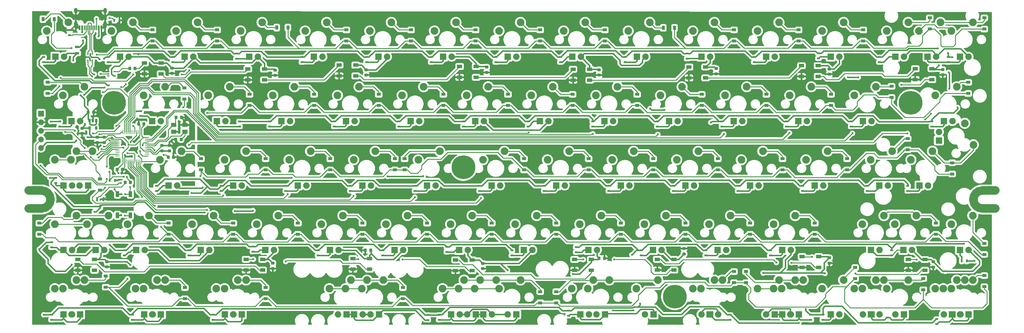
<source format=gbl>
G04 #@! TF.GenerationSoftware,KiCad,Pcbnew,(6.0.2)*
G04 #@! TF.CreationDate,2023-11-18T15:25:12-05:00*
G04 #@! TF.ProjectId,60_Pcb,36305f50-6362-42e6-9b69-6361645f7063,rev?*
G04 #@! TF.SameCoordinates,PX4b4f718PY8c7ecc0*
G04 #@! TF.FileFunction,Copper,L2,Bot*
G04 #@! TF.FilePolarity,Positive*
%FSLAX46Y46*%
G04 Gerber Fmt 4.6, Leading zero omitted, Abs format (unit mm)*
G04 Created by KiCad (PCBNEW (6.0.2)) date 2023-11-18 15:25:12*
%MOMM*%
%LPD*%
G01*
G04 APERTURE LIST*
G04 Aperture macros list*
%AMRoundRect*
0 Rectangle with rounded corners*
0 $1 Rounding radius*
0 $2 $3 $4 $5 $6 $7 $8 $9 X,Y pos of 4 corners*
0 Add a 4 corners polygon primitive as box body*
4,1,4,$2,$3,$4,$5,$6,$7,$8,$9,$2,$3,0*
0 Add four circle primitives for the rounded corners*
1,1,$1+$1,$2,$3*
1,1,$1+$1,$4,$5*
1,1,$1+$1,$6,$7*
1,1,$1+$1,$8,$9*
0 Add four rect primitives between the rounded corners*
20,1,$1+$1,$2,$3,$4,$5,0*
20,1,$1+$1,$4,$5,$6,$7,0*
20,1,$1+$1,$6,$7,$8,$9,0*
20,1,$1+$1,$8,$9,$2,$3,0*%
G04 Aperture macros list end*
G04 #@! TA.AperFunction,EtchedComponent*
%ADD10C,2.501900*%
G04 #@! TD*
G04 #@! TA.AperFunction,ComponentPad*
%ADD11C,1.000000*%
G04 #@! TD*
G04 #@! TA.AperFunction,ComponentPad*
%ADD12C,7.000240*%
G04 #@! TD*
G04 #@! TA.AperFunction,ComponentPad*
%ADD13C,7.001300*%
G04 #@! TD*
G04 #@! TA.AperFunction,ComponentPad*
%ADD14C,2.250000*%
G04 #@! TD*
G04 #@! TA.AperFunction,ComponentPad*
%ADD15C,1.905000*%
G04 #@! TD*
G04 #@! TA.AperFunction,ComponentPad*
%ADD16R,1.905000X1.905000*%
G04 #@! TD*
G04 #@! TA.AperFunction,ComponentPad*
%ADD17R,1.700000X1.700000*%
G04 #@! TD*
G04 #@! TA.AperFunction,ComponentPad*
%ADD18O,1.700000X1.700000*%
G04 #@! TD*
G04 #@! TA.AperFunction,SMDPad,CuDef*
%ADD19R,0.900000X0.500000*%
G04 #@! TD*
G04 #@! TA.AperFunction,SMDPad,CuDef*
%ADD20R,0.500000X0.900000*%
G04 #@! TD*
G04 #@! TA.AperFunction,SMDPad,CuDef*
%ADD21R,1.000000X1.700000*%
G04 #@! TD*
G04 #@! TA.AperFunction,SMDPad,CuDef*
%ADD22R,0.900000X1.200000*%
G04 #@! TD*
G04 #@! TA.AperFunction,SMDPad,CuDef*
%ADD23R,1.200000X0.900000*%
G04 #@! TD*
G04 #@! TA.AperFunction,SMDPad,CuDef*
%ADD24R,1.300000X0.700000*%
G04 #@! TD*
G04 #@! TA.AperFunction,SMDPad,CuDef*
%ADD25R,0.600000X1.300000*%
G04 #@! TD*
G04 #@! TA.AperFunction,SMDPad,CuDef*
%ADD26R,0.600000X1.450000*%
G04 #@! TD*
G04 #@! TA.AperFunction,SMDPad,CuDef*
%ADD27R,0.300000X1.450000*%
G04 #@! TD*
G04 #@! TA.AperFunction,ComponentPad*
%ADD28O,1.000000X1.600000*%
G04 #@! TD*
G04 #@! TA.AperFunction,ComponentPad*
%ADD29O,1.000000X2.100000*%
G04 #@! TD*
G04 #@! TA.AperFunction,SMDPad,CuDef*
%ADD30R,0.650000X1.060000*%
G04 #@! TD*
G04 #@! TA.AperFunction,SMDPad,CuDef*
%ADD31R,1.300000X0.250000*%
G04 #@! TD*
G04 #@! TA.AperFunction,SMDPad,CuDef*
%ADD32R,0.250000X1.300000*%
G04 #@! TD*
G04 #@! TA.AperFunction,SMDPad,CuDef*
%ADD33RoundRect,0.218750X-0.256250X0.218750X-0.256250X-0.218750X0.256250X-0.218750X0.256250X0.218750X0*%
G04 #@! TD*
G04 #@! TA.AperFunction,SMDPad,CuDef*
%ADD34RoundRect,0.218750X0.256250X-0.218750X0.256250X0.218750X-0.256250X0.218750X-0.256250X-0.218750X0*%
G04 #@! TD*
G04 #@! TA.AperFunction,SMDPad,CuDef*
%ADD35RoundRect,0.218750X-0.218750X-0.256250X0.218750X-0.256250X0.218750X0.256250X-0.218750X0.256250X0*%
G04 #@! TD*
G04 #@! TA.AperFunction,SMDPad,CuDef*
%ADD36RoundRect,0.218750X0.218750X0.256250X-0.218750X0.256250X-0.218750X-0.256250X0.218750X-0.256250X0*%
G04 #@! TD*
G04 #@! TA.AperFunction,SMDPad,CuDef*
%ADD37R,1.500000X1.000000*%
G04 #@! TD*
G04 #@! TA.AperFunction,SMDPad,CuDef*
%ADD38R,1.600000X1.300000*%
G04 #@! TD*
G04 #@! TA.AperFunction,SMDPad,CuDef*
%ADD39R,0.420000X0.600000*%
G04 #@! TD*
G04 #@! TA.AperFunction,SMDPad,CuDef*
%ADD40R,0.650000X0.400000*%
G04 #@! TD*
G04 #@! TA.AperFunction,ViaPad*
%ADD41C,0.600000*%
G04 #@! TD*
G04 #@! TA.AperFunction,Conductor*
%ADD42C,0.381000*%
G04 #@! TD*
G04 #@! TA.AperFunction,Conductor*
%ADD43C,0.254000*%
G04 #@! TD*
G04 APERTURE END LIST*
D10*
X281187650Y40758450D02*
X284987650Y40758450D01*
X-12350Y40758450D02*
X3787650Y40758450D01*
X281187650Y35456550D02*
X285037650Y35456550D01*
X-12350Y35456550D02*
X3787650Y35456550D01*
X3787650Y35456550D02*
G75*
G03*
X6438600Y38107500I1J2650949D01*
G01*
X281187650Y40758450D02*
G75*
G03*
X278536700Y38107500I-1J-2650949D01*
G01*
X278536700Y38107500D02*
G75*
G03*
X281187650Y35456550I2650949J-1D01*
G01*
X6438600Y38107500D02*
G75*
G03*
X3787650Y40758450I-2650949J1D01*
G01*
D11*
X129387650Y49907500D03*
X22887650Y66707500D03*
X191687650Y7107500D03*
X191687650Y11707500D03*
X1745615Y35507500D03*
X128187650Y49907500D03*
X278587650Y38107500D03*
X189287650Y7107500D03*
X3787650Y35507500D03*
X25187650Y69007500D03*
X27487650Y66707500D03*
D12*
X190487650Y9407500D03*
D11*
X128187650Y45307500D03*
X258837650Y64407500D03*
X26813996Y65081154D03*
X26813996Y68333846D03*
X25187650Y64407500D03*
X190487650Y11707500D03*
D13*
X25187650Y66707500D03*
D11*
X5626128Y39945978D03*
X126987650Y49907500D03*
X260037650Y69007500D03*
X260037650Y64407500D03*
X129387650Y45307500D03*
X189287650Y11707500D03*
X283229685Y40707500D03*
X261237650Y64407500D03*
X279349172Y36269022D03*
X5626128Y36269022D03*
X258837650Y69007500D03*
X281187650Y40707500D03*
D12*
X128187650Y47607500D03*
D11*
X279349172Y39945978D03*
X6387650Y38107500D03*
X126987650Y45307500D03*
X23561304Y65081154D03*
X1745615Y40707500D03*
X283229685Y35507500D03*
X23561304Y68333846D03*
X261237650Y69024500D03*
X3787650Y40707500D03*
X281187650Y35507500D03*
D12*
X260037650Y66707500D03*
D11*
X190487650Y7107500D03*
D14*
X93433900Y11747500D03*
X99783900Y14287500D03*
D15*
X98513900Y4127500D03*
D16*
X95973900Y4127500D03*
D14*
X12471400Y49847500D03*
X18821400Y52387500D03*
D15*
X15011400Y42227500D03*
D16*
X17551400Y42227500D03*
D14*
X7708900Y49847500D03*
X14058900Y52387500D03*
D15*
X12788900Y42227500D03*
D16*
X10248900Y42227500D03*
D14*
X160108900Y11747500D03*
X166458900Y14287500D03*
D15*
X165188900Y4127500D03*
D16*
X162648900Y4127500D03*
D14*
X245833900Y11747500D03*
X252183900Y14287500D03*
D15*
X250913900Y4127500D03*
D16*
X248373900Y4127500D03*
D14*
X269646400Y11747500D03*
X275996400Y14287500D03*
D15*
X274726400Y4127500D03*
D16*
X272186400Y4127500D03*
D14*
X126771400Y11747500D03*
X133121400Y14287500D03*
D15*
X129311400Y4127500D03*
D16*
X131851400Y4127500D03*
D14*
X222021400Y11747500D03*
X228371400Y14287500D03*
D15*
X224561400Y4127500D03*
D16*
X227101400Y4127500D03*
D14*
X88671400Y11747500D03*
X95021400Y14287500D03*
D15*
X91211400Y4127500D03*
D16*
X93751400Y4127500D03*
D14*
X122008900Y11747500D03*
X128358900Y14287500D03*
D15*
X127088900Y4127500D03*
D16*
X124548900Y4127500D03*
D14*
X198208900Y11747500D03*
X204558900Y14287500D03*
D15*
X203288900Y4127500D03*
D16*
X200748900Y4127500D03*
D14*
X195827650Y11747500D03*
X202177650Y14287500D03*
D15*
X198367650Y4127500D03*
D16*
X200907650Y4127500D03*
D14*
X214877650Y11747500D03*
X221227650Y14287500D03*
D15*
X217417650Y4127500D03*
D16*
X219957650Y4127500D03*
D14*
X252977650Y11747500D03*
X259327650Y14287500D03*
D15*
X255517650Y4127500D03*
D16*
X258057650Y4127500D03*
D14*
X272027650Y11747500D03*
X278377650Y14287500D03*
D15*
X274567650Y4127500D03*
D16*
X277107650Y4127500D03*
D14*
X164871400Y11747500D03*
X171221400Y14287500D03*
D15*
X167411400Y4127500D03*
D16*
X169951400Y4127500D03*
D14*
X33902650Y11747500D03*
X40252650Y14287500D03*
D15*
X36442650Y4127500D03*
D16*
X38982650Y4127500D03*
D14*
X57715150Y11747500D03*
X64065150Y14287500D03*
D15*
X60255150Y4127500D03*
D16*
X62795150Y4127500D03*
D14*
X138677650Y11747500D03*
X145027650Y14287500D03*
D15*
X141217650Y4127500D03*
D16*
X143757650Y4127500D03*
D14*
X243452650Y11747500D03*
X249802650Y14287500D03*
D15*
X245992650Y4127500D03*
D16*
X248532650Y4127500D03*
D14*
X267265150Y11747500D03*
X273615150Y14287500D03*
D15*
X269805150Y4127500D03*
D16*
X272345150Y4127500D03*
D14*
X98196400Y11747500D03*
X104546400Y14287500D03*
D15*
X100736400Y4127500D03*
D16*
X103276400Y4127500D03*
D14*
X138677650Y11747500D03*
X145027650Y14287500D03*
D15*
X141217650Y4127500D03*
D16*
X143757650Y4127500D03*
D14*
X179158900Y11747500D03*
X185508900Y14287500D03*
D15*
X181698900Y4127500D03*
D16*
X184238900Y4127500D03*
D14*
X31521400Y11747500D03*
X37871400Y14287500D03*
D15*
X36601400Y4127500D03*
D16*
X34061400Y4127500D03*
D14*
X55333900Y11747500D03*
X61683900Y14287500D03*
D15*
X60413900Y4127500D03*
D16*
X57873900Y4127500D03*
D14*
X131533900Y11747500D03*
X137883900Y14287500D03*
D15*
X136613900Y4127500D03*
D16*
X134073900Y4127500D03*
D14*
X219640150Y11747500D03*
X225990150Y14287500D03*
D15*
X224720150Y4127500D03*
D16*
X222180150Y4127500D03*
D14*
X275996400Y60642500D03*
X278536400Y54292500D03*
D15*
X268376400Y58102500D03*
D16*
X268376400Y55562500D03*
D14*
X33902650Y68897500D03*
X40252650Y71437500D03*
D15*
X38982650Y61277500D03*
D16*
X36442650Y61277500D03*
D14*
X195827650Y87947500D03*
X202177650Y90487500D03*
D15*
X200907650Y80327500D03*
D16*
X198367650Y80327500D03*
D14*
X24377650Y87947500D03*
X30727650Y90487500D03*
D15*
X29457650Y80327500D03*
D16*
X26917650Y80327500D03*
D14*
X43427650Y87947500D03*
X49777650Y90487500D03*
D15*
X48507650Y80327500D03*
D16*
X45967650Y80327500D03*
D14*
X62477650Y87947500D03*
X68827650Y90487500D03*
D15*
X67557650Y80327500D03*
D16*
X65017650Y80327500D03*
D14*
X81527650Y87947500D03*
X87877650Y90487500D03*
D15*
X86607650Y80327500D03*
D16*
X84067650Y80327500D03*
D14*
X100577650Y87947500D03*
X106927650Y90487500D03*
D15*
X105657650Y80327500D03*
D16*
X103117650Y80327500D03*
D14*
X119627650Y87947500D03*
X125977650Y90487500D03*
D15*
X124707650Y80327500D03*
D16*
X122167650Y80327500D03*
D14*
X138677650Y87947500D03*
X145027650Y90487500D03*
D15*
X143757650Y80327500D03*
D16*
X141217650Y80327500D03*
D14*
X157727650Y87947500D03*
X164077650Y90487500D03*
D15*
X162807650Y80327500D03*
D16*
X160267650Y80327500D03*
D14*
X176777650Y87947500D03*
X183127650Y90487500D03*
D15*
X181857650Y80327500D03*
D16*
X179317650Y80327500D03*
D14*
X214877650Y87947500D03*
X221227650Y90487500D03*
D15*
X219957650Y80327500D03*
D16*
X217417650Y80327500D03*
D14*
X233927650Y87947500D03*
X240277650Y90487500D03*
D15*
X239007650Y80327500D03*
D16*
X236467650Y80327500D03*
D14*
X262502650Y87947500D03*
X268852650Y90487500D03*
D15*
X267582650Y80327500D03*
D16*
X265042650Y80327500D03*
D14*
X272027650Y87947500D03*
X278377650Y90487500D03*
D15*
X277107650Y80327500D03*
D16*
X274567650Y80327500D03*
D14*
X252977650Y87947500D03*
X259327650Y90487500D03*
D15*
X258057650Y80327500D03*
D16*
X255517650Y80327500D03*
D14*
X5327650Y87947500D03*
X11677650Y90487500D03*
D15*
X10407650Y80327500D03*
D16*
X7867650Y80327500D03*
D14*
X229165150Y49847500D03*
X235515150Y52387500D03*
D15*
X234245150Y42227500D03*
D16*
X231705150Y42227500D03*
D14*
X210115150Y49847500D03*
X216465150Y52387500D03*
D15*
X215195150Y42227500D03*
D16*
X212655150Y42227500D03*
D14*
X38665150Y49847500D03*
X45015150Y52387500D03*
D15*
X43745150Y42227500D03*
D16*
X41205150Y42227500D03*
D14*
X76765150Y49847500D03*
X83115150Y52387500D03*
D15*
X81845150Y42227500D03*
D16*
X79305150Y42227500D03*
D14*
X260121400Y49847500D03*
X266471400Y52387500D03*
D15*
X265201400Y42227500D03*
D16*
X262661400Y42227500D03*
D14*
X95815150Y49847500D03*
X102165150Y52387500D03*
D15*
X100895150Y42227500D03*
D16*
X98355150Y42227500D03*
D14*
X114865150Y49847500D03*
X121215150Y52387500D03*
D15*
X119945150Y42227500D03*
D16*
X117405150Y42227500D03*
D14*
X133915150Y49847500D03*
X140265150Y52387500D03*
D15*
X138995150Y42227500D03*
D16*
X136455150Y42227500D03*
D14*
X248215150Y49847500D03*
X254565150Y52387500D03*
D15*
X253295150Y42227500D03*
D16*
X250755150Y42227500D03*
D14*
X152965150Y49847500D03*
X159315150Y52387500D03*
D15*
X158045150Y42227500D03*
D16*
X155505150Y42227500D03*
D14*
X172015150Y49847500D03*
X178365150Y52387500D03*
D15*
X177095150Y42227500D03*
D16*
X174555150Y42227500D03*
D14*
X191065150Y49847500D03*
X197415150Y52387500D03*
D15*
X196145150Y42227500D03*
D16*
X193605150Y42227500D03*
D14*
X57715150Y49847500D03*
X64065150Y52387500D03*
D15*
X62795150Y42227500D03*
D16*
X60255150Y42227500D03*
D14*
X72002650Y68897500D03*
X78352650Y71437500D03*
D15*
X77082650Y61277500D03*
D16*
X74542650Y61277500D03*
D14*
X167252650Y68897500D03*
X173602650Y71437500D03*
D15*
X172332650Y61277500D03*
D16*
X169792650Y61277500D03*
D14*
X186302650Y68897500D03*
X192652650Y71437500D03*
D15*
X191382650Y61277500D03*
D16*
X188842650Y61277500D03*
D14*
X205352650Y68897500D03*
X211702650Y71437500D03*
D15*
X210432650Y61277500D03*
D16*
X207892650Y61277500D03*
D14*
X91052650Y68897500D03*
X97402650Y71437500D03*
D15*
X96132650Y61277500D03*
D16*
X93592650Y61277500D03*
D14*
X110102650Y68897500D03*
X116452650Y71437500D03*
D15*
X115182650Y61277500D03*
D16*
X112642650Y61277500D03*
D14*
X10090150Y68897500D03*
X16440150Y71437500D03*
D15*
X15170150Y61277500D03*
D16*
X12630150Y61277500D03*
D14*
X148202650Y68897500D03*
X154552650Y71437500D03*
D15*
X153282650Y61277500D03*
D16*
X150742650Y61277500D03*
D14*
X52952650Y68897500D03*
X59302650Y71437500D03*
D15*
X58032650Y61277500D03*
D16*
X55492650Y61277500D03*
D14*
X129152650Y68897500D03*
X135502650Y71437500D03*
D15*
X134232650Y61277500D03*
D16*
X131692650Y61277500D03*
D14*
X224402650Y68897500D03*
X230752650Y71437500D03*
D15*
X229482650Y61277500D03*
D16*
X226942650Y61277500D03*
D14*
X267265150Y68897500D03*
X273615150Y71437500D03*
D15*
X272345150Y61277500D03*
D16*
X269805150Y61277500D03*
D14*
X243452650Y68897500D03*
X249802650Y71437500D03*
D15*
X248532650Y61277500D03*
D16*
X245992650Y61277500D03*
D14*
X181540150Y30797500D03*
X187890150Y33337500D03*
D15*
X186620150Y23177500D03*
D16*
X184080150Y23177500D03*
D14*
X200590150Y30797500D03*
X206940150Y33337500D03*
D15*
X205670150Y23177500D03*
D16*
X203130150Y23177500D03*
D14*
X219640150Y30797500D03*
X225990150Y33337500D03*
D15*
X224720150Y23177500D03*
D16*
X222180150Y23177500D03*
D14*
X124390150Y30797500D03*
X130740150Y33337500D03*
D15*
X129470150Y23177500D03*
D16*
X126930150Y23177500D03*
D14*
X86290150Y30797500D03*
X92640150Y33337500D03*
D15*
X91370150Y23177500D03*
D16*
X88830150Y23177500D03*
D14*
X272027650Y30797500D03*
X278377650Y33337500D03*
D15*
X277107650Y23177500D03*
D16*
X274567650Y23177500D03*
D14*
X29140150Y30797500D03*
X35490150Y33337500D03*
D15*
X34220150Y23177500D03*
D16*
X31680150Y23177500D03*
D14*
X17233900Y30797500D03*
X23583900Y33337500D03*
D15*
X22313900Y23177500D03*
D16*
X19773900Y23177500D03*
D14*
X7708900Y30797500D03*
X14058900Y33337500D03*
D15*
X12788900Y23177500D03*
D16*
X10248900Y23177500D03*
D14*
X162490150Y30797500D03*
X168840150Y33337500D03*
D15*
X167570150Y23177500D03*
D16*
X165030150Y23177500D03*
D14*
X143440150Y30797500D03*
X149790150Y33337500D03*
D15*
X148520150Y23177500D03*
D16*
X145980150Y23177500D03*
D14*
X255358900Y30797500D03*
X261708900Y33337500D03*
D15*
X260438900Y23177500D03*
D16*
X257898900Y23177500D03*
D14*
X245833900Y30797500D03*
X252183900Y33337500D03*
D15*
X250913900Y23177500D03*
D16*
X248373900Y23177500D03*
D14*
X105340150Y30797500D03*
X111690150Y33337500D03*
D15*
X110420150Y23177500D03*
D16*
X107880150Y23177500D03*
D14*
X67240150Y30797500D03*
X73590150Y33337500D03*
D15*
X72320150Y23177500D03*
D16*
X69780150Y23177500D03*
D14*
X48190150Y30797500D03*
X54540150Y33337500D03*
D15*
X53270150Y23177500D03*
D16*
X50730150Y23177500D03*
D14*
X233927650Y11747500D03*
X240277650Y14287500D03*
D15*
X239007650Y4127500D03*
D16*
X236467650Y4127500D03*
D14*
X7708900Y11747500D03*
X14058900Y14287500D03*
D15*
X12788900Y4127500D03*
D16*
X10248900Y4127500D03*
D14*
X10090150Y11747500D03*
X16440150Y14287500D03*
D15*
X12630150Y4127500D03*
D16*
X15170150Y4127500D03*
D17*
X3631400Y63520000D03*
D18*
X3631400Y60980000D03*
X3631400Y58440000D03*
X3631400Y55900000D03*
X3631400Y53360000D03*
D19*
X90100150Y59654375D03*
X90100150Y61154375D03*
X109150150Y59654375D03*
X109150150Y61154375D03*
X128200150Y59654375D03*
X128200150Y61154375D03*
X12065000Y88176800D03*
X12065000Y86676800D03*
D20*
X26781400Y91070000D03*
X25281400Y91070000D03*
D21*
X26192400Y33426000D03*
X26192400Y39726000D03*
X29992400Y39726000D03*
X29992400Y33426000D03*
D22*
X7517400Y91440000D03*
X4217400Y91440000D03*
D23*
X36522025Y84948125D03*
X36522025Y88248125D03*
X55572025Y84948125D03*
X55572025Y88248125D03*
D22*
X76431400Y88930000D03*
X73131400Y88930000D03*
D23*
X93672025Y84948125D03*
X93672025Y88248125D03*
X112722025Y84948125D03*
X112722025Y88248125D03*
X131772025Y84948125D03*
X131772025Y88248125D03*
X150822025Y84948125D03*
X150822025Y88248125D03*
X169872025Y84948125D03*
X169872025Y88248125D03*
D22*
X190421400Y88850000D03*
X187121400Y88850000D03*
D23*
X207972025Y84948125D03*
X207972025Y88248125D03*
X227022025Y84948125D03*
X227022025Y88248125D03*
X246072025Y84948125D03*
X246072025Y88248125D03*
X265709400Y88520000D03*
X265709400Y91820000D03*
X281790775Y88520000D03*
X281790775Y91820000D03*
X5565775Y69470000D03*
X5565775Y72770000D03*
X45931400Y67770000D03*
X45931400Y71070000D03*
X65097025Y65898125D03*
X65097025Y69198125D03*
X84147025Y65898125D03*
X84147025Y69198125D03*
X103197025Y65898125D03*
X103197025Y69198125D03*
X122247025Y65898125D03*
X122247025Y69198125D03*
X141297025Y65898125D03*
X141297025Y69198125D03*
X160347025Y65898125D03*
X160347025Y69198125D03*
X179397025Y65898125D03*
X179397025Y69198125D03*
X198447025Y65898125D03*
X198447025Y69198125D03*
X217497025Y65898125D03*
X217497025Y69198125D03*
X236547025Y65898125D03*
X236547025Y69198125D03*
X254406400Y68279375D03*
X254406400Y71579375D03*
X277028275Y69470000D03*
X277028275Y72770000D03*
X21043900Y40895000D03*
X21043900Y44195000D03*
X50809525Y46848125D03*
X50809525Y50148125D03*
X69859525Y46848125D03*
X69859525Y50148125D03*
X88909525Y46848125D03*
X88909525Y50148125D03*
X107959525Y46848125D03*
X107959525Y50148125D03*
X110832900Y46850300D03*
X110832900Y50150300D03*
X146059525Y46848125D03*
X146059525Y50148125D03*
X165109525Y46848125D03*
X165109525Y50148125D03*
X184159525Y46848125D03*
X184159525Y50148125D03*
X203209525Y46848125D03*
X203209525Y50148125D03*
X222259525Y46848125D03*
X222259525Y50148125D03*
X241309525Y46848125D03*
X241309525Y50148125D03*
X259168900Y52801250D03*
X259168900Y56101250D03*
X272265775Y45657500D03*
X272265775Y48957500D03*
X3184525Y27798125D03*
X3184525Y31098125D03*
X41284525Y27798125D03*
X41284525Y31098125D03*
X60334525Y27798125D03*
X60334525Y31098125D03*
X79384525Y27798125D03*
X79384525Y31098125D03*
X98434525Y27798125D03*
X98434525Y31098125D03*
X117484525Y27798125D03*
X117484525Y31098125D03*
X136534525Y27798125D03*
X136534525Y31098125D03*
X155584525Y27798125D03*
X155584525Y31098125D03*
X174634525Y27798125D03*
X174634525Y31098125D03*
X193684525Y27798125D03*
X193684525Y31098125D03*
X212734525Y27798125D03*
X212734525Y31098125D03*
X231784525Y27798125D03*
X231784525Y31098125D03*
X267503275Y27798125D03*
X267503275Y31098125D03*
X281790775Y21845000D03*
X281790775Y25145000D03*
X22733000Y12167600D03*
X22733000Y15467600D03*
X46047025Y8748125D03*
X46047025Y12048125D03*
X69859525Y8748125D03*
X69859525Y12048125D03*
X110340775Y8748125D03*
X110340775Y12048125D03*
X150822025Y7557500D03*
X150822025Y10857500D03*
X155584525Y7557500D03*
X155584525Y10857500D03*
X207972025Y13510625D03*
X207972025Y16810625D03*
X211543900Y13510625D03*
X211543900Y16810625D03*
X243690775Y14701250D03*
X243690775Y18001250D03*
X263781400Y11420000D03*
X263781400Y14720000D03*
X281790775Y12320000D03*
X281790775Y15620000D03*
D24*
X14231400Y81320000D03*
X14231400Y83220000D03*
D19*
X4375150Y78704375D03*
X4375150Y80204375D03*
X23425150Y78704375D03*
X23425150Y80204375D03*
X42475150Y78704375D03*
X42475150Y80204375D03*
X61271400Y79770000D03*
X61271400Y81270000D03*
X80575150Y78704375D03*
X80575150Y80204375D03*
X99625150Y78704375D03*
X99625150Y80204375D03*
X118675150Y78704375D03*
X118675150Y80204375D03*
X137725150Y78704375D03*
X137725150Y80204375D03*
X156775150Y78704375D03*
X156775150Y80204375D03*
X175825150Y78704375D03*
X175825150Y80204375D03*
X194161400Y79760000D03*
X194161400Y81260000D03*
X213925150Y78704375D03*
X213925150Y80204375D03*
X232851400Y79840000D03*
X232851400Y81340000D03*
X250834525Y78704375D03*
X250834525Y80204375D03*
X271075150Y78704375D03*
X271075150Y80204375D03*
X9137650Y59654375D03*
X9137650Y61154375D03*
X33031400Y62770000D03*
X33031400Y64270000D03*
X62151400Y59670000D03*
X62151400Y61170000D03*
X71050150Y59654375D03*
X71050150Y61154375D03*
X147250150Y59654375D03*
X147250150Y61154375D03*
X166300150Y59654375D03*
X166300150Y61154375D03*
X185350150Y59654375D03*
X185350150Y61154375D03*
X204400150Y59654375D03*
X204400150Y61154375D03*
X223450150Y59654375D03*
X223450150Y61154375D03*
X242500150Y59654375D03*
X242500150Y61154375D03*
X266312650Y59654375D03*
X266312650Y61154375D03*
X7947025Y42985625D03*
X7947025Y44485625D03*
X37712650Y40604375D03*
X37712650Y42104375D03*
X56762650Y40604375D03*
X56762650Y42104375D03*
X75812650Y40604375D03*
X75812650Y42104375D03*
X94862650Y40604375D03*
X94862650Y42104375D03*
X113912650Y40604375D03*
X113912650Y42104375D03*
X132962650Y40604375D03*
X132962650Y42104375D03*
X152012650Y40604375D03*
X152012650Y42104375D03*
X171062650Y40604375D03*
X171062650Y42104375D03*
X190112650Y40604375D03*
X190112650Y42104375D03*
X209162650Y40604375D03*
X209162650Y42104375D03*
X228212650Y40604375D03*
X228212650Y42104375D03*
X247262650Y40604375D03*
X247262650Y42104375D03*
X259168900Y40604375D03*
X259168900Y42104375D03*
X6756400Y23935625D03*
X6756400Y25435625D03*
X28187650Y21554375D03*
X28187650Y23054375D03*
X47237650Y21554375D03*
X47237650Y23054375D03*
X66121400Y22670000D03*
X66121400Y24170000D03*
X85337650Y21554375D03*
X85337650Y23054375D03*
X104387650Y21554375D03*
X104387650Y23054375D03*
X123281400Y22570000D03*
X123281400Y24070000D03*
X142487650Y21554375D03*
X142487650Y23054375D03*
X161441400Y22540000D03*
X161441400Y24040000D03*
X180587650Y21554375D03*
X180587650Y23054375D03*
X199637650Y21554375D03*
X199637650Y23054375D03*
X218687650Y21554375D03*
X218687650Y23054375D03*
X254406400Y21554375D03*
X254406400Y23054375D03*
D20*
X275087650Y19923125D03*
X276587650Y19923125D03*
D19*
X6756400Y2504375D03*
X6756400Y4004375D03*
X30568900Y2504375D03*
X30568900Y4004375D03*
X54381400Y2504375D03*
X54381400Y4004375D03*
X117678200Y2475800D03*
X117678200Y3975800D03*
X121056400Y2504375D03*
X121056400Y4004375D03*
X159156400Y3695000D03*
X159156400Y5195000D03*
X206781400Y2504375D03*
X206781400Y4004375D03*
X230593900Y2504375D03*
X230593900Y4004375D03*
X234165775Y2504375D03*
X234165775Y4004375D03*
X253136400Y3163000D03*
X253136400Y1663000D03*
X267741400Y1282000D03*
X267741400Y2782000D03*
D25*
X20157400Y38134000D03*
X22057400Y38134000D03*
X21107400Y36034000D03*
D26*
X14988400Y88875800D03*
X15763400Y88875800D03*
D27*
X16463400Y88875800D03*
X16963400Y88875800D03*
X17463400Y88875800D03*
X17963400Y88875800D03*
X18463400Y88875800D03*
X18963400Y88875800D03*
X19463400Y88875800D03*
X19963400Y88875800D03*
D26*
X20663400Y88875800D03*
X21438400Y88875800D03*
D28*
X13893400Y93970800D03*
D29*
X22533400Y89790800D03*
X13893400Y89790800D03*
D28*
X22533400Y93970800D03*
D20*
X23881400Y43720000D03*
X25381400Y43720000D03*
D30*
X17981400Y61420000D03*
X18931400Y61420000D03*
X19881400Y61420000D03*
X19881400Y59220000D03*
X17981400Y59220000D03*
D31*
X34881400Y56470000D03*
X34881400Y55970000D03*
X34881400Y55470000D03*
X34881400Y54970000D03*
X34881400Y54470000D03*
X34881400Y53970000D03*
X34881400Y53470000D03*
X34881400Y52970000D03*
X34881400Y52470000D03*
X34881400Y51970000D03*
X34881400Y51470000D03*
X34881400Y50970000D03*
D32*
X33281400Y49370000D03*
X32781400Y49370000D03*
X32281400Y49370000D03*
X31781400Y49370000D03*
X31281400Y49370000D03*
X30781400Y49370000D03*
X30281400Y49370000D03*
X29781400Y49370000D03*
X29281400Y49370000D03*
X28781400Y49370000D03*
X28281400Y49370000D03*
X27781400Y49370000D03*
D31*
X26181400Y50970000D03*
X26181400Y51470000D03*
X26181400Y51970000D03*
X26181400Y52470000D03*
X26181400Y52970000D03*
X26181400Y53470000D03*
X26181400Y53970000D03*
X26181400Y54470000D03*
X26181400Y54970000D03*
X26181400Y55470000D03*
X26181400Y55970000D03*
X26181400Y56470000D03*
D32*
X27781400Y58070000D03*
X28281400Y58070000D03*
X28781400Y58070000D03*
X29281400Y58070000D03*
X29781400Y58070000D03*
X30281400Y58070000D03*
X30781400Y58070000D03*
X31281400Y58070000D03*
X31781400Y58070000D03*
X32281400Y58070000D03*
X32781400Y58070000D03*
X33281400Y58070000D03*
D33*
X42221400Y76967500D03*
X42221400Y75392500D03*
X72651400Y76377500D03*
X72651400Y74802500D03*
X99501400Y76447500D03*
X99501400Y74872500D03*
X135031400Y77257500D03*
X135031400Y75682500D03*
X168161400Y76467500D03*
X168161400Y74892500D03*
X202671400Y76817500D03*
X202671400Y75242500D03*
X236051400Y76707500D03*
X236051400Y75132500D03*
X269481400Y76547500D03*
X269481400Y74972500D03*
X266741400Y19677500D03*
X266741400Y18102500D03*
D34*
X193221400Y22022500D03*
X193221400Y23597500D03*
D35*
X168183900Y20760000D03*
X169758900Y20760000D03*
D33*
X133911400Y19227500D03*
X133911400Y17652500D03*
D36*
X100818900Y23070000D03*
X99243900Y23070000D03*
D33*
X72021400Y19267500D03*
X72021400Y17692500D03*
X23081400Y19737500D03*
X23081400Y18162500D03*
D37*
X69501400Y76650000D03*
X69501400Y73450000D03*
X64601400Y73450000D03*
X64601400Y76650000D03*
X96421400Y77840000D03*
X96421400Y74640000D03*
X91521400Y74640000D03*
X91521400Y77840000D03*
X165401400Y76590000D03*
X165401400Y73390000D03*
X160501400Y73390000D03*
X160501400Y76590000D03*
X199601400Y77280000D03*
X199601400Y74080000D03*
X194701400Y74080000D03*
X194701400Y77280000D03*
X264251400Y20350000D03*
X264251400Y17150000D03*
X259351400Y17150000D03*
X259351400Y20350000D03*
X232941400Y21220000D03*
X232941400Y18020000D03*
X228041400Y18020000D03*
X228041400Y21220000D03*
X165871400Y20400000D03*
X165871400Y17200000D03*
X160971400Y17200000D03*
X160971400Y20400000D03*
X130761400Y20250000D03*
X130761400Y17050000D03*
X125861400Y17050000D03*
X125861400Y20250000D03*
X100481400Y20670000D03*
X100481400Y17470000D03*
X95581400Y17470000D03*
X95581400Y20670000D03*
X68981400Y20420000D03*
X68981400Y17220000D03*
X64081400Y17220000D03*
X64081400Y20420000D03*
X19411400Y20400000D03*
X19411400Y17200000D03*
X14511400Y17200000D03*
X14511400Y20400000D03*
D38*
X46031400Y58150000D03*
X42731400Y58150000D03*
X42731400Y60150000D03*
X46031400Y60150000D03*
D37*
X39051400Y78470000D03*
X39051400Y75270000D03*
X34151400Y75270000D03*
X34151400Y78470000D03*
X232731400Y77670000D03*
X232731400Y74470000D03*
X227831400Y74470000D03*
X227831400Y77670000D03*
X266321400Y76780000D03*
X266321400Y73580000D03*
X261421400Y73580000D03*
X261421400Y76780000D03*
X131951400Y77420000D03*
X131951400Y74220000D03*
X127051400Y74220000D03*
X127051400Y77420000D03*
D33*
X236071400Y20857500D03*
X236071400Y19282500D03*
D37*
X190231400Y20420000D03*
X190231400Y17220000D03*
X185331400Y17220000D03*
X185331400Y20420000D03*
D36*
X31356400Y76820000D03*
X29781400Y76820000D03*
D35*
X43443900Y62350000D03*
X45018900Y62350000D03*
D36*
X44968900Y55820000D03*
X43393900Y55820000D03*
X33998900Y60410000D03*
X32423900Y60410000D03*
D33*
X22261400Y56537500D03*
X22261400Y54962500D03*
X20229400Y56537500D03*
X20229400Y54962500D03*
D34*
X41513760Y52506780D03*
X41513760Y54081780D03*
X39331400Y52498500D03*
X39331400Y54073500D03*
D35*
X26053900Y46989400D03*
X27628900Y46989400D03*
X41143900Y50620000D03*
X42718900Y50620000D03*
X17543900Y63920000D03*
X19118900Y63920000D03*
D33*
X15748000Y59182100D03*
X15748000Y57607100D03*
D35*
X28447900Y43180000D03*
X30022900Y43180000D03*
D39*
X18760200Y79237800D03*
X18110200Y79237800D03*
X17460200Y79237800D03*
X17460200Y81137800D03*
X18110200Y81137800D03*
X18760200Y81137800D03*
D40*
X23451400Y74630000D03*
X23451400Y75280000D03*
X23451400Y75930000D03*
X25351400Y75930000D03*
X25351400Y74630000D03*
D41*
X120231400Y16220000D03*
X236531400Y23320000D03*
X47298560Y15450220D03*
X18411400Y15460000D03*
X9422080Y15208920D03*
X8151400Y56670000D03*
X121286220Y59290620D03*
X46854060Y49272860D03*
X76241860Y53319080D03*
X8121600Y52183700D03*
X36130180Y30217780D03*
X15650160Y32077060D03*
X16882060Y34678020D03*
X15825420Y38160360D03*
X70421400Y3960000D03*
X47851400Y3490000D03*
X60231400Y22620000D03*
X42341400Y22660000D03*
X46201400Y45430000D03*
X84481400Y35290000D03*
X122731400Y34710000D03*
X160681400Y35720000D03*
X197991400Y36520000D03*
X216681400Y36520000D03*
X270801400Y41580000D03*
X251681400Y18100000D03*
X264591400Y56320000D03*
X269531400Y15350000D03*
X189971400Y53730000D03*
X50611400Y31950000D03*
X34315400Y63627000D03*
X227581400Y79320000D03*
X132381400Y43990000D03*
X107941400Y40640000D03*
X148221400Y4130000D03*
X189151400Y2680000D03*
X262751400Y4470000D03*
X141521400Y60560000D03*
X69411400Y40520000D03*
X97891600Y23388320D03*
X136331400Y22970000D03*
X122301400Y63950000D03*
X109701400Y43410000D03*
X253751400Y63230000D03*
X277281400Y57600000D03*
X185991400Y7280000D03*
X210541400Y11120000D03*
X241121400Y2520000D03*
X120031400Y5460000D03*
X92521400Y83230000D03*
X70631400Y43250000D03*
X212611400Y4230000D03*
X160571400Y2200000D03*
X111571400Y3930000D03*
X84507020Y64106460D03*
X103404620Y64055660D03*
X89688620Y62887260D03*
X108484620Y62836460D03*
X127054560Y62938060D03*
X141481760Y63852460D03*
X164656720Y44876120D03*
X198644460Y63697520D03*
X217389660Y63799120D03*
X179444600Y63900720D03*
X160445400Y64154720D03*
X184151220Y44939620D03*
X189764620Y43684860D03*
X203180900Y45064080D03*
X222561100Y45064080D03*
X231783840Y26184260D03*
X212543340Y25965820D03*
X195121400Y23710000D03*
X37481460Y21919600D03*
X69886780Y7073300D03*
X30059580Y5562000D03*
X41349880Y26009000D03*
X60196680Y26097900D03*
X78510080Y25920100D03*
X15744140Y22986400D03*
X42243960Y81632460D03*
X80018840Y81695960D03*
X99627640Y81695960D03*
X111392920Y83092960D03*
X118273780Y81652780D03*
X130425140Y83270760D03*
X137422840Y81759460D03*
X149424340Y83359660D03*
X156447440Y81848360D03*
X168715640Y83270760D03*
X175411080Y81759460D03*
X213798100Y81759460D03*
X206775000Y83448560D03*
X225888500Y83359660D03*
X245009620Y83245360D03*
X251410420Y82089660D03*
X274346620Y89468360D03*
X269368220Y87779260D03*
X236919720Y63969300D03*
X223071640Y62559600D03*
X241918440Y62712000D03*
X184679540Y62686600D03*
X203831140Y62889800D03*
X166289940Y63143800D03*
X146432220Y62866940D03*
X174661780Y26036940D03*
X175731400Y23570000D03*
X155548280Y25859140D03*
X142124380Y24614540D03*
X136523680Y25859140D03*
X117765780Y25859140D03*
X65398600Y63844840D03*
X70072200Y62828840D03*
X98522740Y25973440D03*
X84908340Y24449440D03*
X104009140Y24551040D03*
X107006340Y15051440D03*
X88921540Y45023440D03*
X94204740Y43753440D03*
X110371840Y6986940D03*
X52744320Y40278720D03*
X46912480Y24566280D03*
X170600320Y43644220D03*
X199810320Y24551040D03*
X227938280Y43646760D03*
X232022600Y5300380D03*
X46219060Y7182520D03*
X42099180Y40027260D03*
X69945200Y45353640D03*
X14831400Y79520000D03*
X24681400Y35560000D03*
X57831400Y53020000D03*
X11331400Y33320000D03*
X16148000Y54711000D03*
X14471400Y57270000D03*
X34191400Y61730000D03*
X39281400Y45020000D03*
X26031400Y49110000D03*
X255241400Y56560000D03*
X36921400Y71290000D03*
X39031400Y80600000D03*
X36531400Y77070000D03*
X137871400Y17400000D03*
X212151400Y22140000D03*
X214551400Y18410000D03*
X118701400Y21460000D03*
X147591400Y11920000D03*
X37071400Y59260000D03*
X19571400Y68500000D03*
X20731400Y64700000D03*
X21451400Y63080000D03*
X22411400Y62520000D03*
X31871400Y73610000D03*
X175661400Y7890000D03*
X247281400Y14320000D03*
X265341400Y23710000D03*
X242481400Y44950000D03*
X247351400Y44840000D03*
X32811400Y14530000D03*
X53781400Y48580000D03*
X50891400Y73560000D03*
X268571400Y71590000D03*
X270091400Y23600000D03*
X175481400Y12840000D03*
X11571400Y63600000D03*
X36011400Y43700000D03*
X25951400Y21400000D03*
X26801400Y24340000D03*
X4981400Y22890000D03*
X50871400Y56240000D03*
X54201400Y83230000D03*
X54311400Y43720000D03*
X93281400Y21320000D03*
X13031400Y69570000D03*
X39380160Y56931560D03*
X34771400Y48060000D03*
X57401400Y77110000D03*
X40901400Y67960000D03*
X43311400Y71090000D03*
X27291400Y75200000D03*
X11831320Y53365400D03*
X30916880Y52898040D03*
X30215840Y56403240D03*
X193664840Y25979120D03*
X266583160Y25989280D03*
X160853120Y8112760D03*
X208706720Y43677840D03*
X29946600Y71374000D03*
X34874200Y65989200D03*
X31064200Y60960000D03*
X24587200Y56464200D03*
X20981400Y70030000D03*
X187471400Y17200000D03*
X16179800Y75410210D03*
X47061400Y42921210D03*
X21261400Y76620000D03*
X16170860Y50930000D03*
X30861190Y55250000D03*
X23831400Y39620000D03*
X22754540Y59432860D03*
X21191400Y19180000D03*
X14761400Y18860000D03*
X29991190Y35320000D03*
X20948600Y82320800D03*
X94862600Y78866400D03*
X32348237Y81021210D03*
X27287371Y45956432D03*
X27481400Y54240000D03*
X30434280Y50952400D03*
X28411610Y51250000D03*
X57608683Y80979991D03*
X35328771Y83140247D03*
X47421800Y65735200D03*
X74561400Y21070210D03*
X26392965Y43858437D03*
X88436400Y41960200D03*
X16052800Y85140800D03*
X15773400Y87503000D03*
X20548600Y86309200D03*
X12623800Y82854800D03*
X20078818Y80911582D03*
X18331400Y50600000D03*
X10781400Y58070000D03*
X16521400Y53300000D03*
X32841400Y52380000D03*
X9091400Y71600000D03*
X52710080Y63718440D03*
X45524428Y65371972D03*
X47325774Y76265626D03*
X30811400Y75070000D03*
X9451400Y74040000D03*
X45141400Y75070000D03*
X23001400Y47810000D03*
X22521400Y41610000D03*
X52566520Y35008220D03*
X50673000Y45016710D03*
X39021400Y30020000D03*
X37221400Y36210000D03*
X33484291Y38842891D03*
X29131400Y14650000D03*
X185496200Y57353200D03*
X48031400Y40005000D03*
X4445000Y4013200D03*
X51892200Y34290000D03*
X275805901Y25019000D03*
X180291400Y7370000D03*
X271068800Y81432400D03*
X23636177Y71849790D03*
X272361139Y80187800D03*
X201142600Y60883800D03*
X31851610Y64150639D03*
X229158800Y5719790D03*
X177871400Y21760000D03*
X6252248Y44535470D03*
X22201400Y79750000D03*
X278892000Y19964400D03*
X6502400Y61150500D03*
X3149600Y23444200D03*
X206593440Y43789600D03*
X227081400Y1630000D03*
X271281400Y75680000D03*
X273888200Y65328800D03*
X12741400Y18880000D03*
X271475200Y70866000D03*
X19361190Y34433422D03*
X23891190Y24700000D03*
X268071600Y82753200D03*
X27931400Y53380000D03*
X28591400Y72170000D03*
X20581400Y50500000D03*
X27273920Y71392853D03*
X32461400Y50960000D03*
X57353200Y39268400D03*
X76403200Y39700200D03*
X95808800Y39166800D03*
X113868200Y38785800D03*
X133400800Y38531800D03*
X147396200Y57912000D03*
X166344600Y57505600D03*
X224307400Y57810400D03*
X204952600Y57429400D03*
X264312334Y61812573D03*
X47251400Y54230000D03*
X259080000Y57632600D03*
X33601400Y54190000D03*
X266039600Y63507910D03*
X20261400Y51340000D03*
X242900200Y57683400D03*
X28933354Y44794286D03*
X30066908Y55130560D03*
X23799800Y91744800D03*
X19989800Y91541600D03*
X22231400Y53720000D03*
X19331921Y75120521D03*
X18697870Y74519479D03*
X21531406Y53020000D03*
X27305000Y33477200D03*
X16351200Y69036600D03*
X17331400Y56520000D03*
X26485800Y45905121D03*
X16631400Y60420000D03*
X27355800Y39725600D03*
X20929600Y79527400D03*
X14061400Y55540000D03*
X22375004Y71184856D03*
X25334563Y41189790D03*
X160471400Y16070000D03*
X15309800Y68935000D03*
X29951400Y18760000D03*
X60831400Y34720000D03*
X13150800Y79222000D03*
X65227200Y44501109D03*
X116306600Y45004010D03*
X183229200Y64998000D03*
X268441400Y77810000D03*
X270241400Y16900000D03*
X77582980Y44525600D03*
X241557760Y74246140D03*
X105816400Y44940499D03*
X51321400Y41640000D03*
X187481400Y64600000D03*
X178358800Y5283200D03*
X234781400Y16260000D03*
X244580360Y74210580D03*
X66121400Y34820000D03*
X172339000Y5283200D03*
X216560380Y16383000D03*
X141211400Y17170000D03*
X26791126Y59799726D03*
X23815313Y46295014D03*
X30861190Y59840000D03*
X28004573Y44880821D03*
X28473400Y39725600D03*
X28371800Y33375600D03*
X29931400Y41820000D03*
X19002962Y57614220D03*
X39846200Y51282000D03*
X27181400Y42985748D03*
X37109073Y52679926D03*
X23775620Y55600210D03*
X3524200Y48132400D03*
X23031400Y44170000D03*
X13639800Y58420000D03*
X20861400Y57420000D03*
X257281400Y72070000D03*
X261781400Y20320000D03*
X230991400Y21130000D03*
X243781400Y16260000D03*
X224891400Y19390000D03*
X220471400Y19490000D03*
X163521400Y20350000D03*
X172691400Y20400000D03*
X97231400Y20490000D03*
X110241400Y20410000D03*
X66241400Y20440000D03*
X75801400Y19770000D03*
X29133510Y51780440D03*
X25852120Y59847480D03*
X21891400Y69810000D03*
X21191400Y75290000D03*
D42*
X20229400Y55000000D02*
X20110580Y54881180D01*
X21618400Y88875800D02*
X22533400Y89790800D01*
X22568900Y18162500D02*
X23081400Y18162500D01*
D43*
X28281400Y47654400D02*
X27616400Y46989400D01*
X23543400Y39620000D02*
X22057400Y38134000D01*
D42*
X14988400Y88875800D02*
X14808400Y88875800D01*
X18110200Y79237800D02*
X18063901Y79284099D01*
X21438400Y88875800D02*
X21618400Y88875800D01*
X14511400Y17200000D02*
X16671400Y17200000D01*
D43*
X28281400Y51119790D02*
X28411610Y51250000D01*
D42*
X46111400Y60070000D02*
X46031400Y60150000D01*
X15748000Y56360680D02*
X15748000Y57644600D01*
D43*
X19735400Y63920000D02*
X21819820Y61835580D01*
D42*
X48031400Y57070000D02*
X48031400Y59570000D01*
D43*
X24358640Y55970000D02*
X24040311Y56288329D01*
D42*
X45621400Y60560000D02*
X45621400Y61710000D01*
X20970240Y70018840D02*
X20970240Y66202560D01*
D43*
X12481400Y88170000D02*
X12281400Y88170000D01*
D42*
X18063901Y79284099D02*
X18063901Y79852761D01*
X43431400Y55420000D02*
X44134720Y54716680D01*
D43*
X28281400Y49370000D02*
X28281400Y47654400D01*
D42*
X15550000Y80238600D02*
X14831400Y79520000D01*
X25702200Y89790800D02*
X22533400Y89790800D01*
X17678062Y80238600D02*
X15550000Y80238600D01*
D43*
X24040311Y56288329D02*
X23524729Y56288329D01*
X19081400Y63920000D02*
X19081400Y61570000D01*
X28411610Y51250000D02*
X28711609Y50950001D01*
X28711609Y50950001D02*
X30431881Y50950001D01*
D42*
X48031400Y59570000D02*
X47531400Y60070000D01*
D43*
X28281400Y49370000D02*
X28281400Y51119790D01*
D42*
X17227500Y54881180D02*
X15748000Y56360680D01*
D43*
X22057400Y38484000D02*
X22057400Y38134000D01*
D42*
X45621400Y61710000D02*
X44981400Y62350000D01*
D43*
X35886292Y52970000D02*
X36876703Y51979589D01*
X25381400Y43720000D02*
X26254528Y43720000D01*
D42*
X20229400Y55000000D02*
X22261400Y55000000D01*
X21951400Y75930000D02*
X23451400Y75930000D01*
D43*
X23831400Y39620000D02*
X23543400Y39620000D01*
X27481400Y55574000D02*
X27481400Y54240000D01*
D42*
X21551400Y19180000D02*
X22568900Y18162500D01*
X26781400Y90870000D02*
X25702200Y89790800D01*
X21261400Y76620000D02*
X21951400Y75930000D01*
X21191400Y19180000D02*
X21551400Y19180000D01*
X12065000Y88176800D02*
X12279400Y88176800D01*
X41505480Y54073500D02*
X41513760Y54081780D01*
D43*
X26254528Y43720000D02*
X26392965Y43858437D01*
X21819820Y60367580D02*
X22754540Y59432860D01*
X32781400Y60090000D02*
X32781400Y58070000D01*
D42*
X21438400Y84811400D02*
X20948600Y84321600D01*
X41808300Y54081780D02*
X42718900Y53171180D01*
D43*
X19081400Y63920000D02*
X19735400Y63920000D01*
D42*
X26781400Y91070000D02*
X26781400Y90870000D01*
X44134720Y54716680D02*
X45678080Y54716680D01*
X39331400Y54073500D02*
X41505480Y54073500D01*
D43*
X32781400Y57166000D02*
X30865400Y55250000D01*
X37299989Y51979589D02*
X39331400Y54011000D01*
D42*
X16671400Y17200000D02*
X18411400Y15460000D01*
X14808400Y88875800D02*
X13893400Y89790800D01*
X20110580Y54881180D02*
X17227500Y54881180D01*
D43*
X16148000Y54711000D02*
X16318180Y54881180D01*
D42*
X19081400Y64313720D02*
X19081400Y63920000D01*
D43*
X30865400Y55250000D02*
X30861190Y55250000D01*
X21819820Y61835580D02*
X21819820Y60367580D01*
D42*
X13893400Y93970800D02*
X22533400Y93970800D01*
X42718900Y53171180D02*
X42718900Y50620000D01*
D43*
X22261400Y55025000D02*
X22261400Y55000000D01*
X27085400Y55970000D02*
X27481400Y55574000D01*
D42*
X20948600Y84321600D02*
X20948600Y82320800D01*
X12279400Y88176800D02*
X13893400Y89790800D01*
D43*
X36876703Y51979589D02*
X37299989Y51979589D01*
D42*
X187451400Y17220000D02*
X187471400Y17200000D01*
X20970240Y66202560D02*
X19081400Y64313720D01*
D43*
X34881400Y52970000D02*
X35886292Y52970000D01*
X39331400Y54011000D02*
X39331400Y54036000D01*
X27591400Y46260461D02*
X27287371Y45956432D01*
D42*
X21438400Y88875800D02*
X21438400Y84811400D01*
X185331400Y17220000D02*
X187451400Y17220000D01*
D43*
X27591400Y46989400D02*
X27591400Y46260461D01*
D42*
X13893400Y93970800D02*
X13893400Y89790800D01*
X47531400Y60070000D02*
X46111400Y60070000D01*
X43431400Y55820000D02*
X43431400Y55420000D01*
X22533400Y93970800D02*
X22533400Y89790800D01*
D43*
X19081400Y61570000D02*
X18931400Y61420000D01*
X32461400Y60410000D02*
X32781400Y60090000D01*
X25081400Y55970000D02*
X26181400Y55970000D01*
X24587200Y56464200D02*
X25081400Y55970000D01*
X27616400Y46989400D02*
X27591400Y46989400D01*
D42*
X20981400Y70030000D02*
X20970240Y70018840D01*
D43*
X26181400Y55970000D02*
X27085400Y55970000D01*
X32781400Y58070000D02*
X32781400Y57166000D01*
X23524729Y56288329D02*
X22261400Y55025000D01*
X30431881Y50950001D02*
X30434280Y50952400D01*
D42*
X45678080Y54716680D02*
X48031400Y57070000D01*
X16318180Y54881180D02*
X17227500Y54881180D01*
X18063901Y79852761D02*
X17678062Y80238600D01*
X46031400Y60150000D02*
X45621400Y60560000D01*
D43*
X26181400Y55970000D02*
X24358640Y55970000D01*
D42*
X41513760Y54081780D02*
X41808300Y54081780D01*
X20663400Y86424000D02*
X20548600Y86309200D01*
X14995600Y83220000D02*
X16052800Y84277200D01*
X20663400Y88875800D02*
X20663400Y86424000D01*
X16052800Y84277200D02*
X16052800Y85140800D01*
X14231400Y83220000D02*
X14995600Y83220000D01*
X15763400Y88875800D02*
X15763400Y87513000D01*
X15763400Y87513000D02*
X15773400Y87503000D01*
D43*
X22414190Y51432790D02*
X23151400Y51432790D01*
X112722025Y84948125D02*
X110983125Y84948125D01*
X134744750Y82829400D02*
X132626025Y84948125D01*
X113576025Y84948125D02*
X112722025Y84948125D01*
X259242142Y83489800D02*
X258657942Y82905600D01*
X172890751Y82783399D02*
X193641400Y82783399D01*
X245044325Y84948125D02*
X242925600Y82829400D01*
X108839000Y82804000D02*
X96670150Y82804000D01*
X115720150Y82804000D02*
X113576025Y84948125D01*
X190421400Y86003399D02*
X193641400Y82783399D01*
X92651427Y84948125D02*
X93672025Y84948125D01*
X263528760Y84500120D02*
X262518440Y83489800D01*
X268933551Y86665533D02*
X267079084Y88520000D01*
X273227800Y84023200D02*
X272516600Y83312000D01*
X207118025Y84948125D02*
X207972025Y84948125D01*
X36522025Y84948125D02*
X37376025Y84948125D01*
X246072025Y84948125D02*
X245044325Y84948125D01*
X10781400Y58070000D02*
X12711400Y58070000D01*
X275193112Y88520000D02*
X273227800Y86554688D01*
X263528760Y86489360D02*
X263528760Y84500120D01*
X226045125Y84948125D02*
X223951800Y82854800D01*
X265559400Y88520000D02*
X263528760Y86489360D01*
X249097800Y82905600D02*
X247055275Y84948125D01*
X55572025Y84948125D02*
X56725973Y84948125D01*
X262518440Y83489800D02*
X259242142Y83489800D01*
X76431400Y88930000D02*
X76431400Y86092599D01*
X96670150Y82804000D02*
X94526025Y84948125D01*
X6666749Y86915637D02*
X7517400Y87766288D01*
X147294600Y82829400D02*
X134744750Y82829400D01*
X132626025Y84948125D02*
X131772025Y84948125D01*
X204953299Y82783399D02*
X207118025Y84948125D01*
X153794750Y82829400D02*
X151676025Y84948125D01*
X193641400Y82783399D02*
X204953299Y82783399D01*
X94526025Y84948125D02*
X93672025Y84948125D01*
X149413325Y84948125D02*
X147294600Y82829400D01*
X39570950Y82753200D02*
X52400200Y82753200D01*
X25190000Y82778600D02*
X23322982Y80911582D01*
X223951800Y82854800D02*
X210919350Y82854800D01*
X54595125Y84948125D02*
X52400200Y82753200D01*
X258657942Y82905600D02*
X249097800Y82905600D01*
X242925600Y82829400D02*
X230581200Y82829400D01*
X267079084Y88520000D02*
X265709400Y88520000D01*
X131772025Y84948125D02*
X130236325Y84948125D01*
X7517400Y87766288D02*
X7517400Y91440000D01*
X6666749Y84341451D02*
X6666749Y86915637D01*
X58941499Y82732599D02*
X79791400Y82732599D01*
X210919350Y82854800D02*
X208826025Y84948125D01*
X23151400Y51432790D02*
X24688610Y52970000D01*
X169872025Y84948125D02*
X170726025Y84948125D01*
X151676025Y84948125D02*
X150822025Y84948125D01*
X24688610Y52970000D02*
X26181400Y52970000D01*
X36522025Y84948125D02*
X35668025Y84948125D01*
X15331400Y54490000D02*
X16521400Y53300000D01*
X281790775Y88520000D02*
X275193112Y88520000D01*
X8153400Y82854800D02*
X6666749Y84341451D01*
X273227800Y86554688D02*
X273227800Y84023200D01*
X247055275Y84948125D02*
X246072025Y84948125D01*
X227022025Y84948125D02*
X226045125Y84948125D01*
X110983125Y84948125D02*
X108839000Y82804000D01*
X76431400Y86092599D02*
X79791400Y82732599D01*
X269316200Y83312000D02*
X268933551Y83694649D01*
X230581200Y82829400D02*
X228462475Y84948125D01*
X128092200Y82804000D02*
X115720150Y82804000D01*
X37376025Y84948125D02*
X39570950Y82753200D01*
X130236325Y84948125D02*
X128092200Y82804000D01*
X33498500Y82778600D02*
X25190000Y82778600D01*
X170726025Y84948125D02*
X172890751Y82783399D01*
X150822025Y84948125D02*
X149413325Y84948125D01*
X15331400Y55450000D02*
X15331400Y54490000D01*
X228462475Y84948125D02*
X227022025Y84948125D01*
X169018025Y84948125D02*
X166899300Y82829400D01*
X190421400Y88850000D02*
X190421400Y86003399D01*
X90435901Y82732599D02*
X92651427Y84948125D01*
X169872025Y84948125D02*
X169018025Y84948125D01*
X166899300Y82829400D02*
X153794750Y82829400D01*
X35668025Y84948125D02*
X33498500Y82778600D01*
X55572025Y84948125D02*
X54595125Y84948125D01*
X272516600Y83312000D02*
X269316200Y83312000D01*
X208826025Y84948125D02*
X207972025Y84948125D01*
X20721400Y49740000D02*
X22414190Y51432790D01*
X12711400Y58070000D02*
X15331400Y55450000D01*
X12623800Y82854800D02*
X8153400Y82854800D01*
X56725973Y84948125D02*
X58941499Y82732599D01*
X268933551Y83694649D02*
X268933551Y86665533D01*
X79791400Y82732599D02*
X90435901Y82732599D01*
X18331400Y50600000D02*
X19191400Y49740000D01*
X23322982Y80911582D02*
X20078818Y80911582D01*
X265709400Y88520000D02*
X265559400Y88520000D01*
X19191400Y49740000D02*
X20721400Y49740000D01*
X11677650Y90487500D02*
X9150350Y93014800D01*
X4217400Y91290000D02*
X4217400Y91440000D01*
X4921400Y91440000D02*
X4217400Y91440000D01*
X9150350Y93014800D02*
X6496200Y93014800D01*
X6496200Y93014800D02*
X4921400Y91440000D01*
X30727650Y90487500D02*
X31852649Y89362501D01*
X31852649Y89356151D02*
X32960675Y88248125D01*
X31852649Y89362501D02*
X31852649Y89356151D01*
X32960675Y88248125D02*
X36522025Y88248125D01*
X52017025Y88248125D02*
X55572025Y88248125D01*
X49777650Y90487500D02*
X52017025Y88248125D01*
X70385150Y88930000D02*
X73131400Y88930000D01*
X68827650Y90487500D02*
X70385150Y88930000D01*
X87877650Y90487500D02*
X90117025Y88248125D01*
X90117025Y88248125D02*
X93672025Y88248125D01*
X106927650Y90487500D02*
X109167025Y88248125D01*
X109167025Y88248125D02*
X112722025Y88248125D01*
X128217025Y88248125D02*
X131772025Y88248125D01*
X125977650Y90487500D02*
X128217025Y88248125D01*
X147267025Y88248125D02*
X150822025Y88248125D01*
X145027650Y90487500D02*
X147267025Y88248125D01*
X164077650Y90487500D02*
X166317025Y88248125D01*
X166317025Y88248125D02*
X169872025Y88248125D01*
X184765150Y88850000D02*
X187121400Y88850000D01*
X183127650Y90487500D02*
X184765150Y88850000D01*
X202177650Y90481150D02*
X204410675Y88248125D01*
X202177650Y90487500D02*
X202177650Y90481150D01*
X204410675Y88248125D02*
X207972025Y88248125D01*
X223467025Y88248125D02*
X227022025Y88248125D01*
X221227650Y90487500D02*
X223467025Y88248125D01*
X240277650Y90487500D02*
X242517025Y88248125D01*
X242517025Y88248125D02*
X246072025Y88248125D01*
X259327650Y90487500D02*
X265080900Y90487500D01*
X265080900Y90487500D02*
X265709400Y91116000D01*
X265709400Y91116000D02*
X265709400Y91820000D01*
X278377650Y90487500D02*
X281162275Y90487500D01*
X281790775Y91116000D02*
X281790775Y91820000D01*
X281162275Y90487500D02*
X281790775Y91116000D01*
X268852650Y90487500D02*
X278377650Y90487500D01*
X195474699Y63779799D02*
X182369351Y63779799D01*
X268630400Y67881500D02*
X268630400Y67056000D01*
X250572025Y68279375D02*
X249781400Y69070000D01*
X263931400Y62357000D02*
X258343400Y62357000D01*
X62767340Y63718440D02*
X52710080Y63718440D01*
X45931400Y65778944D02*
X45524428Y65371972D01*
X102343025Y65898125D02*
X100325900Y63881000D01*
X65097025Y65898125D02*
X64947025Y65898125D01*
X216643025Y65898125D02*
X214562400Y63817500D01*
X46130148Y75070000D02*
X47325774Y76265626D01*
X254406400Y66294000D02*
X254406400Y68279375D01*
X236547025Y65898125D02*
X235112925Y65898125D01*
X64947025Y65898125D02*
X62767340Y63718440D01*
X121393025Y65898125D02*
X119375900Y63881000D01*
X45931400Y67770000D02*
X45931400Y65778944D01*
X218351025Y65898125D02*
X217497025Y65898125D01*
X9451400Y74040000D02*
X9651400Y73840000D01*
X85001025Y65898125D02*
X84147025Y65898125D01*
X244281400Y67070000D02*
X244281400Y65820000D01*
X106068150Y63881000D02*
X104051025Y65898125D01*
X144168150Y63881000D02*
X142151025Y65898125D01*
X246281400Y69070000D02*
X244281400Y67070000D01*
X199301025Y65898125D02*
X198447025Y65898125D01*
X125118150Y63881000D02*
X123101025Y65898125D01*
X160347025Y65898125D02*
X159493025Y65898125D01*
X28892111Y73150711D02*
X30811400Y75070000D01*
X67968150Y63881000D02*
X65951025Y65898125D01*
X65951025Y65898125D02*
X65097025Y65898125D01*
X277028275Y69470000D02*
X270218900Y69470000D01*
X9651400Y73840000D02*
X18391400Y73840000D01*
X237875150Y64570000D02*
X236547025Y65898125D01*
X33601400Y50970000D02*
X34881400Y50970000D01*
X122247025Y65898125D02*
X121393025Y65898125D01*
X157475900Y63881000D02*
X144168150Y63881000D01*
X270218900Y69470000D02*
X268630400Y67881500D01*
X177874025Y65898125D02*
X175856900Y63881000D01*
X243031400Y64570000D02*
X237875150Y64570000D01*
X235112925Y65898125D02*
X233032300Y63817500D01*
X244281400Y65820000D02*
X243031400Y64570000D01*
X142151025Y65898125D02*
X141297025Y65898125D01*
X233032300Y63817500D02*
X220431650Y63817500D01*
X81275900Y63881000D02*
X67968150Y63881000D01*
X258343400Y62357000D02*
X254406400Y66294000D01*
X254406400Y68279375D02*
X250572025Y68279375D01*
X161201025Y65898125D02*
X160347025Y65898125D01*
X104051025Y65898125D02*
X103197025Y65898125D01*
X83293025Y65898125D02*
X81275900Y63881000D01*
X159493025Y65898125D02*
X157475900Y63881000D01*
X5565775Y69470000D02*
X6961400Y69470000D01*
X141297025Y65898125D02*
X139888325Y65898125D01*
X6961400Y69470000D02*
X9091400Y71600000D01*
X32841400Y51730000D02*
X33601400Y50970000D01*
X175856900Y63881000D02*
X163218150Y63881000D01*
X214562400Y63817500D02*
X201381650Y63817500D01*
X87018150Y63881000D02*
X85001025Y65898125D01*
X220431650Y63817500D02*
X218351025Y65898125D01*
X84147025Y65898125D02*
X83293025Y65898125D01*
X139888325Y65898125D02*
X137871200Y63881000D01*
X179397025Y65898125D02*
X177874025Y65898125D01*
X249781400Y69070000D02*
X246281400Y69070000D01*
X182369351Y63779799D02*
X180251025Y65898125D01*
X45141400Y75070000D02*
X46130148Y75070000D01*
X19080689Y73150711D02*
X28892111Y73150711D01*
X197593025Y65898125D02*
X195474699Y63779799D01*
X100325900Y63881000D02*
X87018150Y63881000D01*
X201381650Y63817500D02*
X199301025Y65898125D01*
X198447025Y65898125D02*
X197593025Y65898125D01*
X217497025Y65898125D02*
X216643025Y65898125D01*
X268630400Y67056000D02*
X263931400Y62357000D01*
X180251025Y65898125D02*
X179397025Y65898125D01*
X163218150Y63881000D02*
X161201025Y65898125D01*
X103197025Y65898125D02*
X102343025Y65898125D01*
X123101025Y65898125D02*
X122247025Y65898125D01*
X32841400Y52380000D02*
X32841400Y51730000D01*
X119375900Y63881000D02*
X106068150Y63881000D01*
X137871200Y63881000D02*
X125118150Y63881000D01*
X18391400Y73840000D02*
X19080689Y73150711D01*
X15107650Y72770000D02*
X5565775Y72770000D01*
X16440150Y71437500D02*
X15107650Y72770000D01*
X44411400Y72590000D02*
X45931400Y71070000D01*
X40252650Y71437500D02*
X40898900Y71437500D01*
X40898900Y71437500D02*
X42051400Y72590000D01*
X42051400Y72590000D02*
X44411400Y72590000D01*
X63561650Y71437500D02*
X65097025Y69902125D01*
X59302650Y71437500D02*
X63561650Y71437500D01*
X65097025Y69902125D02*
X65097025Y69198125D01*
X84147025Y69902125D02*
X84147025Y69198125D01*
X82611650Y71437500D02*
X84147025Y69902125D01*
X78352650Y71437500D02*
X82611650Y71437500D01*
X97402650Y71437500D02*
X101661650Y71437500D01*
X101661650Y71437500D02*
X103197025Y69902125D01*
X103197025Y69902125D02*
X103197025Y69198125D01*
X122247025Y69902125D02*
X122247025Y69198125D01*
X116452650Y71437500D02*
X120711650Y71437500D01*
X120711650Y71437500D02*
X122247025Y69902125D01*
X141297025Y69902125D02*
X141297025Y69198125D01*
X139761650Y71437500D02*
X141297025Y69902125D01*
X135502650Y71437500D02*
X139761650Y71437500D01*
X156792025Y69198125D02*
X154552650Y71437500D01*
X160347025Y69198125D02*
X156792025Y69198125D01*
X177861650Y71437500D02*
X179397025Y69902125D01*
X173602650Y71437500D02*
X177861650Y71437500D01*
X179397025Y69902125D02*
X179397025Y69198125D01*
X194892025Y69198125D02*
X192652650Y71437500D01*
X192652650Y71437500D02*
X192741550Y71348600D01*
X198447025Y69198125D02*
X194892025Y69198125D01*
X211702650Y71437500D02*
X211740750Y71399400D01*
X217497025Y69902125D02*
X217497025Y69198125D01*
X211702650Y71437500D02*
X215961650Y71437500D01*
X215961650Y71437500D02*
X217497025Y69902125D01*
X235011650Y71437500D02*
X236547025Y69902125D01*
X230752650Y71437500D02*
X235011650Y71437500D01*
X236547025Y69902125D02*
X236547025Y69198125D01*
X249802650Y71437500D02*
X254264525Y71437500D01*
X254264525Y71437500D02*
X254406400Y71579375D01*
X274947650Y72770000D02*
X277028275Y72770000D01*
X273615150Y71437500D02*
X274947650Y72770000D01*
X165109525Y46848125D02*
X163713525Y46848125D01*
X204063525Y46848125D02*
X203209525Y46848125D01*
X18745200Y38001838D02*
X19650337Y37096701D01*
X138277600Y52019200D02*
X123520200Y52019200D01*
X247004400Y51689000D02*
X242163525Y46848125D01*
X70713525Y46848125D02*
X69859525Y46848125D01*
X142402150Y50355500D02*
X139941300Y50355500D01*
X219388400Y44831000D02*
X206080650Y44831000D01*
X146059525Y46848125D02*
X145909525Y46848125D01*
X107959525Y46848125D02*
X106461925Y46848125D01*
X163713525Y46848125D02*
X161696400Y44831000D01*
X18745200Y38746300D02*
X18745200Y38001838D01*
X23001400Y50580000D02*
X23891400Y51470000D01*
X187030650Y44831000D02*
X185013525Y46848125D01*
X200338400Y44831000D02*
X187030650Y44831000D01*
X63995300Y44767500D02*
X52489100Y44767500D01*
X148930650Y44831000D02*
X146913525Y46848125D01*
X91767939Y44843711D02*
X89763525Y46848125D01*
X21043900Y40895000D02*
X20893900Y40895000D01*
X30871705Y37096701D02*
X31715715Y37940711D01*
X167980650Y44831000D02*
X165963525Y46848125D01*
X258314900Y52801250D02*
X255988738Y50475088D01*
X139941300Y50355500D02*
X138277600Y52019200D01*
X111686900Y46850300D02*
X110832900Y46850300D01*
X146913525Y46848125D02*
X146059525Y46848125D01*
X104457511Y44843711D02*
X91767939Y44843711D01*
X23001400Y47810000D02*
X23001400Y50580000D01*
X78562671Y44767500D02*
X77829262Y45500909D01*
X72060741Y45500909D02*
X70713525Y46848125D01*
X181288400Y44831000D02*
X167980650Y44831000D01*
X223730975Y46848125D02*
X222259525Y46848125D01*
X255988738Y50475088D02*
X250476812Y50475088D01*
X221405525Y46848125D02*
X219388400Y44831000D01*
X88055525Y46848125D02*
X85974900Y44767500D01*
X225938600Y44640500D02*
X223730975Y46848125D01*
X107961700Y46850300D02*
X107959525Y46848125D01*
X64846200Y45618400D02*
X63995300Y44767500D01*
X85974900Y44767500D02*
X78562671Y44767500D01*
X50809525Y45153235D02*
X50673000Y45016710D01*
X259168900Y52801250D02*
X258314900Y52801250D01*
X19650337Y37096701D02*
X30871705Y37096701D01*
X161696400Y44831000D02*
X148930650Y44831000D01*
X222259525Y46848125D02*
X221405525Y46848125D01*
X115874800Y47117000D02*
X114642900Y45885100D01*
X67775800Y45618400D02*
X64846200Y45618400D01*
X21806400Y40895000D02*
X22521400Y41610000D01*
X206080650Y44831000D02*
X204063525Y46848125D01*
X267169900Y46799500D02*
X267169900Y47942500D01*
X262311150Y52801250D02*
X259168900Y52801250D01*
X238247900Y44640500D02*
X225938600Y44640500D01*
X267169900Y47942500D02*
X262311150Y52801250D01*
X88909525Y46848125D02*
X88055525Y46848125D01*
X117703600Y50025300D02*
X115874800Y48196500D01*
X69005525Y46848125D02*
X67775800Y45618400D01*
X89763525Y46848125D02*
X88909525Y46848125D01*
X20893900Y40895000D02*
X18745200Y38746300D01*
X250476812Y50475088D02*
X249262900Y51689000D01*
X69859525Y46848125D02*
X69005525Y46848125D01*
X52489100Y44767500D02*
X50809525Y46447075D01*
X115874800Y48196500D02*
X115874800Y47117000D01*
X50809525Y46447075D02*
X50809525Y46848125D01*
X185013525Y46848125D02*
X184159525Y46848125D01*
X241309525Y46848125D02*
X240455525Y46848125D01*
X31715715Y37940711D02*
X34557991Y37940711D01*
X21043900Y40895000D02*
X21806400Y40895000D01*
X165963525Y46848125D02*
X165109525Y46848125D01*
X114642900Y45885100D02*
X112652100Y45885100D01*
X106461925Y46848125D02*
X104457511Y44843711D01*
X268311900Y45657500D02*
X267169900Y46799500D01*
X50809525Y46848125D02*
X50809525Y45153235D01*
X184159525Y46848125D02*
X183305525Y46848125D01*
X121526300Y50025300D02*
X117703600Y50025300D01*
X272265775Y45657500D02*
X268311900Y45657500D01*
X242163525Y46848125D02*
X241309525Y46848125D01*
X77829262Y45500909D02*
X72060741Y45500909D01*
X203209525Y46848125D02*
X202355525Y46848125D01*
X183305525Y46848125D02*
X181288400Y44831000D01*
X110832900Y46850300D02*
X107961700Y46850300D01*
X112652100Y45885100D02*
X111686900Y46850300D01*
X37490482Y35008220D02*
X52566520Y35008220D01*
X249262900Y51689000D02*
X247004400Y51689000D01*
X123520200Y52019200D02*
X121526300Y50025300D01*
X145909525Y46848125D02*
X142402150Y50355500D01*
X240455525Y46848125D02*
X238247900Y44640500D01*
X202355525Y46848125D02*
X200338400Y44831000D01*
X34557991Y37940711D02*
X37490482Y35008220D01*
X23891400Y51470000D02*
X26181400Y51470000D01*
X16405800Y51590000D02*
X19811400Y48184400D01*
X19811400Y46660400D02*
X21043900Y45427900D01*
X14856400Y51590000D02*
X16405800Y51590000D01*
X21043900Y45427900D02*
X21043900Y44195000D01*
X19811400Y48184400D02*
X19811400Y46660400D01*
X18821400Y52387500D02*
X14058900Y52387500D01*
X14058900Y52387500D02*
X14856400Y51590000D01*
X48570750Y52386900D02*
X50809525Y50148125D01*
X45015150Y52387500D02*
X45015750Y52386900D01*
X45015750Y52386900D02*
X48570750Y52386900D01*
X69859525Y50852125D02*
X69859525Y50148125D01*
X64065150Y52387500D02*
X68324150Y52387500D01*
X68324150Y52387500D02*
X69859525Y50852125D01*
X87374150Y52387500D02*
X88909525Y50852125D01*
X88909525Y50852125D02*
X88909525Y50148125D01*
X83115150Y52387500D02*
X87374150Y52387500D01*
X107959525Y50852125D02*
X107959525Y50148125D01*
X106424150Y52387500D02*
X107959525Y50852125D01*
X102165150Y52387500D02*
X106424150Y52387500D01*
X112366100Y52387500D02*
X121215150Y52387500D01*
X110832900Y50854300D02*
X112366100Y52387500D01*
X110832900Y50150300D02*
X110832900Y50854300D01*
X140265150Y52387500D02*
X144524150Y52387500D01*
X140265150Y52387500D02*
X141097000Y52387500D01*
X146059525Y50852125D02*
X146059525Y50148125D01*
X144524150Y52387500D02*
X146059525Y50852125D01*
X163574150Y52387500D02*
X165109525Y50852125D01*
X159315150Y52387500D02*
X163574150Y52387500D01*
X165109525Y50852125D02*
X165109525Y50148125D01*
X182624150Y52387500D02*
X184159525Y50852125D01*
X178365150Y52387500D02*
X182624150Y52387500D01*
X184159525Y50852125D02*
X184159525Y50148125D01*
X197415150Y52387500D02*
X201674150Y52387500D01*
X201674150Y52387500D02*
X203209525Y50852125D01*
X203209525Y50852125D02*
X203209525Y50148125D01*
X216465150Y52387500D02*
X220724150Y52387500D01*
X222259525Y50852125D02*
X222259525Y50148125D01*
X220724150Y52387500D02*
X222259525Y50852125D01*
X241309525Y50852125D02*
X241309525Y50148125D01*
X235515150Y52387500D02*
X239774150Y52387500D01*
X239774150Y52387500D02*
X241309525Y50852125D01*
X259168900Y56101250D02*
X258278900Y56101250D01*
X258278900Y56101250D02*
X254565150Y52387500D01*
X274792390Y48957500D02*
X272265775Y48957500D01*
X278536400Y54292500D02*
X278536400Y52701510D01*
X272265775Y48957500D02*
X269901400Y48957500D01*
X278536400Y52701510D02*
X274792390Y48957500D01*
X269901400Y48957500D02*
X266471400Y52387500D01*
X42138525Y27798125D02*
X41284525Y27798125D01*
X230833025Y27798125D02*
X228561900Y25527000D01*
X32481400Y40737035D02*
X32481400Y45054640D01*
X101559650Y25527000D02*
X99288525Y27798125D01*
X228561900Y25527000D02*
X215859650Y25527000D01*
X82509650Y25527000D02*
X80238525Y27798125D01*
X95309400Y25527000D02*
X82509650Y25527000D01*
X4038525Y27798125D02*
X3184525Y27798125D01*
X99288525Y27798125D02*
X98434525Y27798125D01*
X59480525Y27798125D02*
X57222111Y25539711D01*
X120609650Y25527000D02*
X118338525Y27798125D01*
X280936775Y21845000D02*
X277064275Y25717500D01*
X209609400Y25527000D02*
X196809650Y25527000D01*
X194538525Y27798125D02*
X193684525Y27798125D01*
X277064275Y25717500D02*
X270437900Y25717500D01*
X76259400Y25527000D02*
X63459650Y25527000D01*
X152361900Y25527000D02*
X139659650Y25527000D01*
X270437900Y25717500D02*
X268357275Y27798125D01*
X213588525Y27798125D02*
X212734525Y27798125D01*
X196809650Y25527000D02*
X194538525Y27798125D01*
X7765300Y26797000D02*
X5039650Y26797000D01*
X41134525Y27798125D02*
X39021400Y29911250D01*
X8908300Y25654000D02*
X7765300Y26797000D01*
X116630525Y27798125D02*
X114359400Y25527000D01*
X5039650Y26797000D02*
X4038525Y27798125D01*
X234896939Y25539711D02*
X232638525Y27798125D01*
X264390861Y25539711D02*
X234896939Y25539711D01*
X135646525Y27798125D02*
X133375400Y25527000D01*
X98434525Y27798125D02*
X97580525Y27798125D01*
X193684525Y27798125D02*
X192830525Y27798125D01*
X29781400Y47754640D02*
X29781400Y49370000D01*
X37008435Y36210000D02*
X32481400Y40737035D01*
X114359400Y25527000D02*
X101559650Y25527000D01*
X60334525Y27798125D02*
X59480525Y27798125D01*
X39021400Y29911250D02*
X39021400Y30020000D01*
X136534525Y27798125D02*
X135646525Y27798125D01*
X137388525Y27798125D02*
X136534525Y27798125D01*
X61188525Y27798125D02*
X60334525Y27798125D01*
X173683025Y27798125D02*
X171411900Y25527000D01*
X158709650Y25527000D02*
X156438525Y27798125D01*
X78530525Y27798125D02*
X76259400Y25527000D01*
X32481400Y45054640D02*
X29781400Y47754640D01*
X154633025Y27798125D02*
X152361900Y25527000D01*
X266649275Y27798125D02*
X264390861Y25539711D01*
X40430525Y27798125D02*
X38286400Y25654000D01*
X117484525Y27798125D02*
X116630525Y27798125D01*
X190559400Y25527000D02*
X177759650Y25527000D01*
X63459650Y25527000D02*
X61188525Y27798125D01*
X192830525Y27798125D02*
X190559400Y25527000D01*
X79384525Y27798125D02*
X78530525Y27798125D01*
X139659650Y25527000D02*
X137388525Y27798125D01*
X267503275Y27798125D02*
X266649275Y27798125D01*
X212734525Y27798125D02*
X211880525Y27798125D01*
X118338525Y27798125D02*
X117484525Y27798125D01*
X268357275Y27798125D02*
X267503275Y27798125D01*
X41284525Y27798125D02*
X40430525Y27798125D01*
X281790775Y21845000D02*
X280936775Y21845000D01*
X41284525Y27798125D02*
X41134525Y27798125D01*
X155584525Y27798125D02*
X154633025Y27798125D01*
X231784525Y27798125D02*
X230833025Y27798125D01*
X174634525Y27798125D02*
X173683025Y27798125D01*
X57222111Y25539711D02*
X44396939Y25539711D01*
X80238525Y27798125D02*
X79384525Y27798125D01*
X211880525Y27798125D02*
X209609400Y25527000D01*
X133375400Y25527000D02*
X120609650Y25527000D01*
X177759650Y25527000D02*
X175488525Y27798125D01*
X38286400Y25654000D02*
X8908300Y25654000D01*
X171411900Y25527000D02*
X158709650Y25527000D01*
X232638525Y27798125D02*
X231784525Y27798125D01*
X97580525Y27798125D02*
X95309400Y25527000D01*
X44396939Y25539711D02*
X42138525Y27798125D01*
X215859650Y25527000D02*
X213588525Y27798125D01*
X37221400Y36210000D02*
X37008435Y36210000D01*
X156438525Y27798125D02*
X155584525Y27798125D01*
X175488525Y27798125D02*
X174634525Y27798125D01*
X5808000Y32867600D02*
X4038525Y31098125D01*
X4038525Y31098125D02*
X3184525Y31098125D01*
X23583900Y33337500D02*
X14058900Y33337500D01*
X12933901Y32212501D02*
X10307099Y32212501D01*
X10307099Y32212501D02*
X9652000Y32867600D01*
X9652000Y32867600D02*
X5808000Y32867600D01*
X14058900Y33337500D02*
X12933901Y32212501D01*
X35490150Y33337500D02*
X37729525Y31098125D01*
X37729525Y31098125D02*
X41284525Y31098125D01*
X56779525Y31098125D02*
X60334525Y31098125D01*
X54540150Y33337500D02*
X56779525Y31098125D01*
X79384525Y31802125D02*
X79384525Y31098125D01*
X77849150Y33337500D02*
X79384525Y31802125D01*
X73590150Y33337500D02*
X77849150Y33337500D01*
X92640150Y33337500D02*
X96899150Y33337500D01*
X98434525Y31802125D02*
X98434525Y31098125D01*
X96899150Y33337500D02*
X98434525Y31802125D01*
X115949150Y33337500D02*
X117484525Y31802125D01*
X117484525Y31802125D02*
X117484525Y31098125D01*
X111690150Y33337500D02*
X115949150Y33337500D01*
X130740150Y33337500D02*
X134999150Y33337500D01*
X134999150Y33337500D02*
X136534525Y31802125D01*
X136534525Y31802125D02*
X136534525Y31098125D01*
X154049150Y33337500D02*
X155584525Y31802125D01*
X149790150Y33337500D02*
X154049150Y33337500D01*
X155584525Y31802125D02*
X155584525Y31098125D01*
X168840150Y33337500D02*
X173099150Y33337500D01*
X174634525Y31802125D02*
X174634525Y31098125D01*
X173099150Y33337500D02*
X174634525Y31802125D01*
X192149150Y33337500D02*
X193684525Y31802125D01*
X187890150Y33337500D02*
X192149150Y33337500D01*
X193684525Y31802125D02*
X193684525Y31098125D01*
X211199150Y33337500D02*
X212734525Y31802125D01*
X206940150Y33337500D02*
X211199150Y33337500D01*
X212734525Y31802125D02*
X212734525Y31098125D01*
X225990150Y33337500D02*
X230249150Y33337500D01*
X231784525Y31802125D02*
X231784525Y31098125D01*
X230249150Y33337500D02*
X231784525Y31802125D01*
X267503275Y31802125D02*
X267503275Y31098125D01*
X260583901Y34462499D02*
X261708900Y33337500D01*
X252183900Y33337500D02*
X253308899Y34462499D01*
X261708900Y33337500D02*
X265967900Y33337500D01*
X253308899Y34462499D02*
X260583901Y34462499D01*
X265967900Y33337500D02*
X267503275Y31802125D01*
X69859525Y8748125D02*
X69005525Y8748125D01*
X263781400Y8570000D02*
X261281400Y6070000D01*
X186004200Y11988800D02*
X181940200Y11988800D01*
X46901025Y8748125D02*
X46047025Y8748125D01*
X281790775Y11616000D02*
X281790775Y12320000D01*
X282531400Y10875375D02*
X281790775Y11616000D01*
X69005525Y8748125D02*
X66785200Y6527800D01*
X237070900Y12319000D02*
X234975400Y10223500D01*
X156688025Y6604000D02*
X155734525Y7557500D01*
X149141525Y6731000D02*
X113211900Y6731000D01*
X66785200Y6527800D02*
X49121350Y6527800D01*
X211543900Y13510625D02*
X207972025Y13510625D01*
X31971399Y40581161D02*
X31971399Y44909321D01*
X242281400Y6070000D02*
X240531400Y7820000D01*
X212826600Y10668000D02*
X212826600Y11988800D01*
X33484291Y38842891D02*
X33484291Y39068269D01*
X177825400Y6604000D02*
X156688025Y6604000D01*
X49121350Y6527800D02*
X46901025Y8748125D01*
X282531400Y7320000D02*
X282531400Y10875375D01*
X29281400Y47599320D02*
X29281400Y49370000D01*
X243690775Y14701250D02*
X243540775Y14701250D01*
X70713525Y8748125D02*
X69859525Y8748125D01*
X211543900Y13271500D02*
X211543900Y13510625D01*
X113211900Y6731000D02*
X111194775Y8748125D01*
X234975400Y10223500D02*
X234975400Y9271000D01*
X155584525Y7557500D02*
X150822025Y7557500D01*
X214363300Y6350000D02*
X212267800Y8445500D01*
X263781400Y11420000D02*
X263781400Y8570000D01*
X23587000Y12167600D02*
X22733000Y12167600D01*
X149968025Y7557500D02*
X149141525Y6731000D01*
X241031400Y12319000D02*
X237070900Y12319000D01*
X26649000Y12167600D02*
X29131400Y14650000D01*
X200329800Y12598400D02*
X199237600Y13690600D01*
X232054400Y6350000D02*
X214363300Y6350000D01*
X179781200Y8559800D02*
X177825400Y6604000D01*
X199237600Y13690600D02*
X187706000Y13690600D01*
X207822025Y13510625D02*
X206909800Y12598400D01*
X181940200Y11988800D02*
X179781200Y9829800D01*
X187706000Y13690600D02*
X186004200Y11988800D01*
X111194775Y8748125D02*
X110340775Y8748125D01*
X243540775Y14701250D02*
X241158525Y12319000D01*
X110340775Y8748125D02*
X109486775Y8748125D01*
X179781200Y9829800D02*
X179781200Y8559800D01*
X266281400Y6070000D02*
X281281400Y6070000D01*
X206909800Y12598400D02*
X200329800Y12598400D01*
X155734525Y7557500D02*
X155584525Y7557500D01*
X29163289Y6591311D02*
X23587000Y12167600D01*
X109486775Y8748125D02*
X107164850Y6426200D01*
X212267800Y10109200D02*
X212826600Y10668000D01*
X241158525Y12319000D02*
X241031400Y12319000D01*
X150822025Y7557500D02*
X149968025Y7557500D01*
X31971399Y44909321D02*
X29281400Y47599320D01*
X234975400Y9271000D02*
X232054400Y6350000D01*
X42278311Y6591311D02*
X29163289Y6591311D01*
X240531400Y7820000D02*
X240531400Y11690000D01*
X212826600Y11988800D02*
X211543900Y13271500D01*
X22733000Y12167600D02*
X26649000Y12167600D01*
X240841102Y12319000D02*
X241031400Y12319000D01*
X240531400Y11690000D02*
X241221400Y12380000D01*
X212267800Y8445500D02*
X212267800Y10109200D01*
X33484291Y39068269D02*
X31971399Y40581161D01*
X73035450Y6426200D02*
X70713525Y8748125D01*
X46047025Y8748125D02*
X44435125Y8748125D01*
X263781400Y8570000D02*
X266281400Y6070000D01*
X207972025Y13510625D02*
X207822025Y13510625D01*
X261281400Y6070000D02*
X242281400Y6070000D01*
X44435125Y8748125D02*
X42278311Y6591311D01*
X107164850Y6426200D02*
X73035450Y6426200D01*
X281281400Y6070000D02*
X282531400Y7320000D01*
X278377650Y28408125D02*
X281640775Y25145000D01*
X281640775Y25145000D02*
X281790775Y25145000D01*
X278377650Y33337500D02*
X278377650Y28408125D01*
X14058900Y14287500D02*
X16440150Y14287500D01*
X22733000Y14763600D02*
X22733000Y15467600D01*
X16440150Y14287500D02*
X22256900Y14287500D01*
X22256900Y14287500D02*
X22733000Y14763600D01*
X44511650Y14287500D02*
X46047025Y12752125D01*
X46047025Y12752125D02*
X46047025Y12048125D01*
X40252650Y14287500D02*
X44511650Y14287500D01*
X37871400Y14287500D02*
X40252650Y14287500D01*
X68324150Y14287500D02*
X69859525Y12752125D01*
X64065150Y14287500D02*
X68324150Y14287500D01*
X61683900Y14287500D02*
X64065150Y14287500D01*
X69859525Y12752125D02*
X69859525Y12048125D01*
X99783900Y14287500D02*
X104546400Y14287500D01*
X110340775Y12752125D02*
X110340775Y12048125D01*
X108805400Y14287500D02*
X110340775Y12752125D01*
X104546400Y14287500D02*
X108805400Y14287500D01*
X95021400Y14287500D02*
X99783900Y14287500D01*
X128358900Y14287500D02*
X133121400Y14287500D01*
X145027650Y14287500D02*
X148096025Y14287500D01*
X137883900Y14287500D02*
X145027650Y14287500D01*
X133121400Y14287500D02*
X137883900Y14287500D01*
X148096025Y14287500D02*
X150822025Y11561500D01*
X150822025Y11561500D02*
X150822025Y10857500D01*
X185508900Y14287500D02*
X171221400Y14287500D01*
X166374189Y14202789D02*
X159783814Y14202789D01*
X156438525Y10857500D02*
X155584525Y10857500D01*
X171221400Y14287500D02*
X166458900Y14287500D01*
X166458900Y14287500D02*
X166374189Y14202789D01*
X159783814Y14202789D02*
X156438525Y10857500D01*
X204558900Y14287500D02*
X207082025Y16810625D01*
X207082025Y16810625D02*
X207972025Y16810625D01*
X202177650Y14287500D02*
X204558900Y14287500D01*
X225990150Y14287500D02*
X221227650Y14287500D01*
X211543900Y16106625D02*
X211543900Y16810625D01*
X221227650Y14287500D02*
X220554550Y13614400D01*
X228371400Y14287500D02*
X225990150Y14287500D01*
X220554550Y13614400D02*
X214036125Y13614400D01*
X214036125Y13614400D02*
X211543900Y16106625D01*
X243690775Y17700625D02*
X243690775Y18001250D01*
X243540775Y18001250D02*
X240277650Y14738125D01*
X243690775Y18001250D02*
X243540775Y18001250D01*
X240277650Y14738125D02*
X240277650Y14287500D01*
X249802650Y14287500D02*
X252183900Y14287500D01*
X259327650Y14287500D02*
X263348900Y14287500D01*
X263348900Y14287500D02*
X263781400Y14720000D01*
X252183900Y14287500D02*
X259327650Y14287500D01*
X55819060Y56819780D02*
X49047400Y63591440D01*
X30751610Y62653617D02*
X29281400Y61183407D01*
X29281400Y61183407D02*
X29281400Y58070000D01*
X30751610Y69000210D02*
X30751610Y62653617D01*
X36964190Y69637210D02*
X35251400Y71350000D01*
X35251400Y71350000D02*
X33101400Y71350000D01*
X49047400Y63591440D02*
X49047400Y68264000D01*
X49047400Y68264000D02*
X47674190Y69637210D01*
X33101400Y71350000D02*
X30751610Y69000210D01*
X184962780Y56819780D02*
X55819060Y56819780D01*
X47674190Y69637210D02*
X36964190Y69637210D01*
X185496200Y57353200D02*
X184962780Y56819780D01*
D42*
X199673275Y23054375D02*
X199637650Y23054375D01*
X9137650Y61154375D02*
X6506275Y61154375D01*
X87558525Y62865000D02*
X73050400Y62865000D01*
X106608525Y62865000D02*
X92100400Y62865000D01*
X109439775Y61154375D02*
X109150150Y61154375D01*
X204400150Y61154375D02*
X201413175Y61154375D01*
X27671675Y6070600D02*
X8826500Y6070600D01*
X211416900Y43815000D02*
X209706275Y42104375D01*
X22655775Y80204375D02*
X22201400Y79750000D01*
X6760275Y4004375D02*
X6756400Y4004375D01*
X99625150Y80204375D02*
X98794150Y80204375D01*
X104387650Y23054375D02*
X103556650Y23054375D01*
X227381650Y42104375D02*
X225671025Y43815000D01*
X222619150Y61154375D02*
X220908525Y62865000D01*
X175825150Y80204375D02*
X174994150Y80204375D01*
X190112650Y42104375D02*
X189281650Y42104375D01*
X7947025Y44485625D02*
X6302093Y44485625D01*
X253136400Y1663000D02*
X244640800Y1663000D01*
X7747025Y44485625D02*
X6631400Y43370000D01*
X198806650Y23054375D02*
X196969025Y24892000D01*
X205950400Y4004375D02*
X203528564Y6426211D01*
X220908525Y62865000D02*
X206336900Y62865000D01*
X204400150Y61154375D02*
X203569150Y61154375D01*
X87274400Y24892000D02*
X85436775Y23054375D01*
X246431650Y42104375D02*
X244721025Y43815000D01*
X30657800Y25019000D02*
X28693175Y23054375D01*
X185512775Y61154375D02*
X185350150Y61154375D01*
X89269150Y61154375D02*
X87558525Y62865000D01*
X136894150Y80204375D02*
X135056525Y82042000D01*
X81169575Y80204375D02*
X80575150Y80204375D01*
X239958525Y62865000D02*
X225513900Y62865000D01*
X31970971Y64270000D02*
X31851610Y64150639D01*
X118875150Y80204375D02*
X118675150Y80204375D01*
X233682400Y81340000D02*
X232851400Y81340000D01*
X66111400Y24160000D02*
X64961400Y24160000D01*
X70247025Y80204375D02*
X68501400Y81950000D01*
X180291400Y6945736D02*
X179670275Y6324611D01*
X248937528Y62865000D02*
X244551200Y62865000D01*
X124031400Y24070000D02*
X124781400Y24820000D01*
X135344478Y43853078D02*
X133595775Y42104375D01*
X6506275Y61154375D02*
X6502400Y61150500D01*
X163052400Y24820000D02*
X162272400Y24040000D01*
X242500150Y61154375D02*
X241669150Y61154375D01*
X37985775Y42104375D02*
X37712650Y42104375D01*
X92346447Y43789578D02*
X78054178Y43789578D01*
X228212650Y42259250D02*
X228212650Y42104375D01*
X64201400Y24920000D02*
X49571400Y24920000D01*
X180291400Y7370000D02*
X180291400Y6945736D01*
X83007200Y82042000D02*
X81169575Y80204375D01*
X30568900Y4356100D02*
X30568900Y4004375D01*
X114505775Y42104375D02*
X113912650Y42104375D01*
X51687375Y5867400D02*
X32080200Y5867400D01*
X113912650Y42104375D02*
X103297025Y42104375D01*
X271475200Y70866000D02*
X271475200Y75486200D01*
X94031650Y42104375D02*
X92346447Y43789578D01*
X211248525Y82050000D02*
X195782400Y82050000D01*
X184723509Y6324611D02*
X178282407Y6324611D01*
X62102400Y81270000D02*
X61271400Y81270000D01*
X180813775Y23054375D02*
X180587650Y23054375D01*
X192176400Y43815000D02*
X190465775Y42104375D01*
X121027825Y3975800D02*
X121056400Y4004375D01*
X225671025Y43815000D02*
X211416900Y43815000D01*
X3149600Y23444200D02*
X3149600Y23019936D01*
X218687650Y23054375D02*
X217856650Y23054375D01*
X223803275Y61154375D02*
X223450150Y61154375D01*
X117844150Y80204375D02*
X116006525Y82042000D01*
X155944150Y80204375D02*
X154106525Y82042000D01*
X194161400Y81260000D02*
X193161400Y81260000D01*
X182808525Y62865000D02*
X168300400Y62865000D01*
X209162650Y42104375D02*
X208331650Y42104375D01*
X34223860Y37420000D02*
X37353860Y34290000D01*
X50713080Y40005000D02*
X52654200Y41946120D01*
X234703985Y6553211D02*
X234165775Y6015001D01*
X41644150Y80204375D02*
X39831925Y82016600D01*
X187571025Y43815000D02*
X173189900Y43815000D01*
X75812650Y42104375D02*
X65553525Y42104375D01*
X251665525Y80204375D02*
X250834525Y80204375D01*
X206781400Y4004375D02*
X205950400Y4004375D01*
X272344564Y80204375D02*
X272361139Y80187800D01*
X121887400Y4004375D02*
X121056400Y4004375D01*
X21107400Y36034000D02*
X21107400Y35684000D01*
X244721025Y43815000D02*
X229768400Y43815000D01*
X267541400Y2782000D02*
X266422400Y1663000D01*
X278850725Y19923125D02*
X278892000Y19964400D01*
X242840575Y61154375D02*
X242500150Y61154375D01*
X128200150Y61154375D02*
X125611825Y61154375D01*
X33031400Y64270000D02*
X31970971Y64270000D01*
X258089275Y43815000D02*
X249199400Y43815000D01*
X66952400Y24170000D02*
X66121400Y24170000D01*
X250834525Y80204375D02*
X250003525Y80204375D01*
X173189900Y43815000D02*
X171479275Y42104375D01*
X140722025Y24820000D02*
X142487650Y23054375D01*
X101649900Y43751500D02*
X96926400Y43751500D01*
X19856822Y34433422D02*
X19361190Y34433422D01*
X53479700Y41186100D02*
X52654200Y42011600D01*
X259449545Y82753200D02*
X258934434Y82238089D01*
X173105725Y82092800D02*
X158750000Y82092800D01*
X250683656Y61118872D02*
X248937528Y62865000D01*
X152238775Y42104375D02*
X152012650Y42104375D01*
X168300400Y62865000D02*
X166589775Y61154375D01*
X65553525Y42104375D02*
X63868322Y43789578D01*
X168521025Y43815000D02*
X153949400Y43815000D01*
X192361400Y82060000D02*
X177861400Y82060000D01*
X248147900Y82060000D02*
X234402400Y82060000D01*
X259168900Y42735375D02*
X258089275Y43815000D01*
X193161400Y81260000D02*
X192361400Y82060000D01*
X266422400Y1663000D02*
X253136400Y1663000D01*
X104515775Y23054375D02*
X106281400Y24820000D01*
X66121400Y24170000D02*
X66111400Y24160000D01*
X266312650Y61785375D02*
X266312650Y61154375D01*
X152012650Y42104375D02*
X149233825Y42104375D01*
X179670275Y6324611D02*
X178282407Y6324611D01*
X52654200Y41946120D02*
X52654200Y42011600D01*
X23536975Y80204375D02*
X23425150Y80204375D01*
X116847200Y3975800D02*
X114958789Y5864211D01*
X180587650Y23054375D02*
X179165775Y23054375D01*
X156345340Y6210289D02*
X124093314Y6210289D01*
X39831925Y82016600D02*
X25349200Y82016600D01*
X84506650Y23054375D02*
X82651025Y24910000D01*
X18591400Y72630000D02*
X22431703Y72630000D01*
X271475200Y75486200D02*
X271281400Y75680000D01*
X59610400Y82100000D02*
X44831400Y82100000D01*
X22431703Y72630000D02*
X23211913Y71849790D01*
X230593900Y4004375D02*
X230393900Y4004375D01*
X57072236Y5864211D02*
X55212400Y4004375D01*
X162272400Y24040000D02*
X161441400Y24040000D01*
X63868322Y43789578D02*
X58927978Y43789578D01*
X5671400Y20498136D02*
X5671400Y19180000D01*
X178041085Y6083289D02*
X160875689Y6083289D01*
X125611825Y61154375D02*
X123901200Y62865000D01*
X201858525Y62865000D02*
X187223400Y62865000D01*
X68501400Y81950000D02*
X62782400Y81950000D01*
X208331650Y42104375D02*
X206621025Y43815000D01*
X13225748Y36034000D02*
X21107400Y36034000D01*
X204626275Y61154375D02*
X204400150Y61154375D01*
X118675150Y80204375D02*
X117844150Y80204375D01*
X120856400Y4004375D02*
X121056400Y4004375D01*
X124093314Y6210289D02*
X121887400Y4004375D01*
X5141025Y25435625D02*
X6756400Y25435625D01*
X234165775Y6015001D02*
X234165775Y4004375D01*
X178282407Y6324611D02*
X178041085Y6083289D01*
X71339775Y61154375D02*
X71050150Y61154375D01*
X225513900Y62865000D02*
X223803275Y61154375D01*
X135056525Y82042000D02*
X120712775Y82042000D01*
X157360629Y5195000D02*
X156345340Y6210289D01*
X216052400Y81971000D02*
X214285775Y80204375D01*
X184519150Y61154375D02*
X182808525Y62865000D01*
X228212650Y42104375D02*
X227381650Y42104375D01*
X128553275Y61154375D02*
X128200150Y61154375D01*
X40041840Y44160440D02*
X37985775Y42104375D01*
X60440400Y81270000D02*
X59610400Y82100000D01*
X8826500Y6070600D02*
X6760275Y4004375D01*
X100295775Y80204375D02*
X99625150Y80204375D01*
X249199400Y43815000D02*
X247488775Y42104375D01*
X217856650Y23054375D02*
X216019025Y24892000D01*
X216019025Y24892000D02*
X201510900Y24892000D01*
X266312650Y61154375D02*
X265481650Y61154375D01*
X194792611Y6426211D02*
X192473298Y4106898D01*
X73050400Y62865000D02*
X71339775Y61154375D01*
X90100150Y61154375D02*
X89269150Y61154375D01*
X154106525Y82042000D02*
X139725400Y82042000D01*
X259168900Y42104375D02*
X259168900Y42735375D01*
X223450150Y61154375D02*
X222619150Y61154375D01*
X177991025Y24820000D02*
X163052400Y24820000D01*
X271075150Y80204375D02*
X271075150Y81426050D01*
X130263900Y62865000D02*
X128553275Y61154375D01*
X147250150Y61154375D02*
X146419150Y61154375D01*
X195782400Y82050000D02*
X194992400Y81260000D01*
X6756400Y4004375D02*
X4453825Y4004375D01*
X158750000Y82092800D02*
X156861575Y80204375D01*
X159156400Y5195000D02*
X157360629Y5195000D01*
X7951400Y16900000D02*
X10761400Y16900000D01*
X44181254Y25019000D02*
X30657800Y25019000D01*
X92100400Y62865000D02*
X90389775Y61154375D01*
X85436775Y23054375D02*
X85337650Y23054375D01*
X62151400Y61170000D02*
X71034525Y61170000D01*
X3098800Y79128025D02*
X3098800Y77876400D01*
X139725400Y82042000D02*
X137887775Y80204375D01*
X230393900Y4004375D02*
X229158800Y5239475D01*
X46145879Y23054375D02*
X44181254Y25019000D01*
X146419150Y61154375D02*
X144708525Y62865000D01*
X137725150Y80204375D02*
X136894150Y80204375D01*
X5671400Y19180000D02*
X7951400Y16900000D01*
X171479275Y42104375D02*
X171062650Y42104375D01*
X50505360Y44160440D02*
X40041840Y44160440D01*
X76368975Y42104375D02*
X75812650Y42104375D01*
X25536815Y23054375D02*
X23891190Y24700000D01*
X6631400Y42628348D02*
X13225748Y36034000D01*
X239750589Y6553211D02*
X234703985Y6553211D01*
X271075150Y80204375D02*
X272344564Y80204375D01*
X98794150Y80204375D02*
X96956525Y82042000D01*
X109150150Y61154375D02*
X108319150Y61154375D01*
X96926400Y43751500D02*
X95279275Y42104375D01*
X203569150Y61154375D02*
X201858525Y62865000D01*
X180587650Y23054375D02*
X179756650Y23054375D01*
X206981400Y4004375D02*
X209355775Y1630000D01*
X122449525Y42104375D02*
X120764322Y43789578D01*
X265481650Y61154375D02*
X265446147Y61118872D01*
X254406400Y23685375D02*
X255740025Y25019000D01*
X29737900Y4004375D02*
X27671675Y6070600D01*
X187223400Y62865000D02*
X185512775Y61154375D01*
X47705775Y23054375D02*
X47237650Y23054375D01*
X160875689Y6083289D02*
X159987400Y5195000D01*
X108319150Y61154375D02*
X106608525Y62865000D01*
X213925150Y80204375D02*
X213094150Y80204375D01*
X31931400Y37420000D02*
X34223860Y37420000D01*
X3149600Y23019936D02*
X5671400Y20498136D01*
X102133400Y82042000D02*
X100295775Y80204375D01*
X176005775Y80204375D02*
X175825150Y80204375D01*
X123901200Y62865000D02*
X111150400Y62865000D01*
X117678200Y3975800D02*
X116847200Y3975800D01*
X196969025Y24892000D02*
X182651400Y24892000D01*
X232651400Y81340000D02*
X232020400Y81971000D01*
X244640800Y1663000D02*
X239750589Y6553211D01*
X47237650Y23054375D02*
X46145879Y23054375D01*
X44831400Y82100000D02*
X42935775Y80204375D01*
X206621025Y43815000D02*
X192176400Y43815000D01*
X234165775Y4004375D02*
X230593900Y4004375D01*
X57242775Y42104375D02*
X56762650Y42104375D01*
X122531400Y24820000D02*
X123281400Y24070000D01*
X116190978Y43789578D02*
X114505775Y42104375D01*
X71034525Y61170000D02*
X71050150Y61154375D01*
X209706275Y42104375D02*
X209162650Y42104375D01*
X80575150Y80204375D02*
X70247025Y80204375D01*
X52654200Y42011600D02*
X50505360Y44160440D01*
X48031400Y40005000D02*
X50713080Y40005000D01*
X165220525Y62865000D02*
X149186900Y62865000D01*
X3149600Y23444200D02*
X5141025Y25435625D01*
X213094150Y80204375D02*
X211248525Y82050000D01*
X265446147Y61118872D02*
X250683656Y61118872D01*
X253199775Y24892000D02*
X220433900Y24892000D01*
X4175150Y80204375D02*
X3098800Y79128025D01*
X189281650Y42104375D02*
X187571025Y43815000D01*
X166300150Y61785375D02*
X165220525Y62865000D01*
X30568900Y4004375D02*
X29737900Y4004375D01*
X55844375Y41186100D02*
X53479700Y41186100D01*
X56762650Y42104375D02*
X55844375Y41186100D01*
X42935775Y80204375D02*
X42475150Y80204375D01*
X21107400Y35684000D02*
X19856822Y34433422D01*
X23211913Y71849790D02*
X23636177Y71849790D01*
X90389775Y61154375D02*
X90100150Y61154375D01*
X114958789Y5864211D02*
X57072236Y5864211D01*
X55212400Y4004375D02*
X54381400Y4004375D01*
X153949400Y43815000D02*
X152238775Y42104375D01*
X250003525Y80204375D02*
X248147900Y82060000D01*
X106281400Y24820000D02*
X122531400Y24820000D01*
X147485122Y43853078D02*
X135344478Y43853078D01*
X133595775Y42104375D02*
X132962650Y42104375D01*
X64961400Y24160000D02*
X64201400Y24920000D01*
X190465775Y42104375D02*
X190112650Y42104375D01*
X132962650Y42104375D02*
X122449525Y42104375D01*
X94862650Y42104375D02*
X94031650Y42104375D01*
X192473298Y4106898D02*
X186941222Y4106898D01*
X31051400Y36540000D02*
X31931400Y37420000D01*
X272737664Y63754000D02*
X268281275Y63754000D01*
X232020400Y81971000D02*
X216052400Y81971000D01*
X273888200Y65328800D02*
X273888200Y64904536D01*
X104387650Y23054375D02*
X104515775Y23054375D01*
X120764322Y43789578D02*
X116190978Y43789578D01*
X174994150Y80204375D02*
X173105725Y82092800D01*
X49571400Y24920000D02*
X47705775Y23054375D01*
X103556650Y23054375D02*
X101719025Y24892000D01*
X82651025Y24910000D02*
X67692400Y24910000D01*
X273888200Y64904536D02*
X272737664Y63754000D01*
X254406400Y23685375D02*
X253199775Y24892000D01*
X201413175Y61154375D02*
X201142600Y60883800D01*
X144708525Y62865000D02*
X130263900Y62865000D01*
X186941222Y4106898D02*
X184723509Y6324611D01*
X62782400Y81950000D02*
X62102400Y81270000D01*
X25349200Y82016600D02*
X23536975Y80204375D01*
X28187650Y23054375D02*
X25536815Y23054375D01*
X53550400Y4004375D02*
X51687375Y5867400D01*
X185350150Y61154375D02*
X184519150Y61154375D01*
X267741400Y2782000D02*
X267541400Y2782000D01*
X96956525Y82042000D02*
X83007200Y82042000D01*
X179165775Y23054375D02*
X177871400Y21760000D01*
X206781400Y4004375D02*
X206981400Y4004375D01*
X117678200Y3975800D02*
X121027825Y3975800D01*
X159987400Y5195000D02*
X159156400Y5195000D01*
X103297025Y42104375D02*
X101649900Y43751500D01*
X123281400Y24070000D02*
X124031400Y24070000D01*
X111150400Y62865000D02*
X109439775Y61154375D01*
X268071600Y82753200D02*
X259449545Y82753200D01*
X218687650Y23145750D02*
X218687650Y23054375D01*
X209355775Y1630000D02*
X227081400Y1630000D01*
X78054178Y43789578D02*
X76368975Y42104375D01*
X247262650Y42104375D02*
X246431650Y42104375D01*
X67692400Y24910000D02*
X66952400Y24170000D01*
X58927978Y43789578D02*
X57242775Y42104375D01*
X170231650Y42104375D02*
X168521025Y43815000D01*
X166589775Y61154375D02*
X166300150Y61154375D01*
X42475150Y80204375D02*
X41644150Y80204375D01*
X258934434Y82238089D02*
X253699239Y82238089D01*
X120712775Y82042000D02*
X118875150Y80204375D01*
X201510900Y24892000D02*
X199673275Y23054375D01*
X3098800Y77876400D02*
X7665200Y73310000D01*
X147476275Y61154375D02*
X147250150Y61154375D01*
X116006525Y82042000D02*
X102133400Y82042000D01*
X32080200Y5867400D02*
X30568900Y4356100D01*
X214285775Y80204375D02*
X213925150Y80204375D01*
X17911400Y73310000D02*
X18591400Y72630000D01*
X6631400Y43370000D02*
X6631400Y42628348D01*
X4453825Y4004375D02*
X4445000Y4013200D01*
X234402400Y82060000D02*
X233682400Y81340000D01*
X4375150Y80204375D02*
X4175150Y80204375D01*
X6302093Y44485625D02*
X6252248Y44535470D01*
X171062650Y42104375D02*
X170231650Y42104375D01*
X156775150Y80204375D02*
X155944150Y80204375D01*
X166300150Y61154375D02*
X166300150Y61785375D01*
X229158800Y5239475D02*
X229158800Y5719790D01*
X271075150Y81426050D02*
X271068800Y81432400D01*
X203528564Y6426211D02*
X194792611Y6426211D01*
X253699239Y82238089D02*
X251665525Y80204375D01*
X7947025Y44485625D02*
X7747025Y44485625D01*
X177861400Y82060000D02*
X176005775Y80204375D01*
X54381400Y4004375D02*
X53550400Y4004375D01*
X276587650Y19923125D02*
X278850725Y19923125D01*
X23425150Y80204375D02*
X22655775Y80204375D01*
X37353860Y34290000D02*
X51892200Y34290000D01*
X247488775Y42104375D02*
X247262650Y42104375D01*
X7665200Y73310000D02*
X17911400Y73310000D01*
X206336900Y62865000D02*
X204626275Y61154375D01*
X21613400Y36540000D02*
X31051400Y36540000D01*
X199637650Y23054375D02*
X198806650Y23054375D01*
X21107400Y36034000D02*
X21613400Y36540000D01*
X101719025Y24892000D02*
X87274400Y24892000D01*
X244551200Y62865000D02*
X242840575Y61154375D01*
X28693175Y23054375D02*
X28187650Y23054375D01*
X220433900Y24892000D02*
X218687650Y23145750D01*
X10761400Y16900000D02*
X12741400Y18880000D01*
X149186900Y62865000D02*
X147476275Y61154375D01*
X232851400Y81340000D02*
X232651400Y81340000D01*
X179756650Y23054375D02*
X177991025Y24820000D01*
X137887775Y80204375D02*
X137725150Y80204375D01*
X182651400Y24892000D02*
X180813775Y23054375D01*
X149233825Y42104375D02*
X147485122Y43853078D01*
X255740025Y25019000D02*
X275805901Y25019000D01*
X254406400Y23054375D02*
X254406400Y23685375D01*
X241669150Y61154375D02*
X239958525Y62865000D01*
X268281275Y63754000D02*
X266312650Y61785375D01*
X156861575Y80204375D02*
X156775150Y80204375D01*
X85337650Y23054375D02*
X84506650Y23054375D01*
X229768400Y43815000D02*
X228212650Y42259250D01*
X194992400Y81260000D02*
X194161400Y81260000D01*
X61271400Y81270000D02*
X60440400Y81270000D01*
X124781400Y24820000D02*
X140722025Y24820000D01*
X95279275Y42104375D02*
X94862650Y42104375D01*
D43*
X27841400Y53470000D02*
X26181400Y53470000D01*
X28591400Y72170000D02*
X27814253Y71392853D01*
X22901400Y51890000D02*
X24481400Y53470000D01*
X27814253Y71392853D02*
X27273920Y71392853D01*
X20581400Y50500000D02*
X21971400Y51890000D01*
X24481400Y53470000D02*
X26181400Y53470000D01*
X21971400Y51890000D02*
X22901400Y51890000D01*
X27931400Y53380000D02*
X27841400Y53470000D01*
X33283920Y49372520D02*
X38190170Y49372520D01*
X33281400Y50140000D02*
X33281400Y49370000D01*
X38190170Y49372520D02*
X38665150Y49847500D01*
X32461400Y50960000D02*
X33281400Y50140000D01*
X33281400Y49370000D02*
X33283920Y49372520D01*
X37538600Y38912800D02*
X34767455Y41683945D01*
X34767455Y41683945D02*
X34767455Y46035025D01*
X57353200Y39268400D02*
X56997600Y38912800D01*
X56997600Y38912800D02*
X37538600Y38912800D01*
X34767455Y46035025D02*
X32781400Y48021080D01*
X32781400Y48021080D02*
X32781400Y49370000D01*
X93433900Y11747500D02*
X98196400Y11747500D01*
X34310244Y45841996D02*
X32281400Y47870840D01*
X88671400Y11747500D02*
X93433900Y11747500D01*
X37349212Y38455595D02*
X34310244Y41494563D01*
X76403200Y39700200D02*
X75158595Y38455595D01*
X34310244Y41494563D02*
X34310244Y45841996D01*
X75158595Y38455595D02*
X37349212Y38455595D01*
X88607900Y11684000D02*
X88671400Y11747500D01*
X32281400Y47870840D02*
X32281400Y49370000D01*
X94640384Y37998384D02*
X37159830Y37998384D01*
X33853033Y41305181D02*
X33853033Y45638807D01*
X31781400Y47710440D02*
X31781400Y49370000D01*
X33853033Y45638807D02*
X31781400Y47710440D01*
X37159830Y37998384D02*
X33853033Y41305181D01*
X95808800Y39166800D02*
X94640384Y37998384D01*
X30781400Y48060200D02*
X30781400Y49370000D01*
X36970448Y37541173D02*
X33395822Y41115799D01*
X113868200Y38785800D02*
X112623573Y37541173D01*
X126771400Y11747500D02*
X131533900Y11747500D01*
X33395822Y45445778D02*
X30781400Y48060200D01*
X33395822Y41115799D02*
X33395822Y45445778D01*
X131533900Y11747500D02*
X138677650Y11747500D01*
X122008900Y11747500D02*
X126771400Y11747500D01*
X112623573Y37541173D02*
X36970448Y37541173D01*
X133400800Y38531800D02*
X131927600Y37058600D01*
X32938611Y40926417D02*
X32938611Y45247669D01*
X36806428Y37058600D02*
X32938611Y40926417D01*
X32938611Y45247669D02*
X30281400Y47904880D01*
X131927600Y37058600D02*
X36806428Y37058600D01*
X30281400Y47904880D02*
X30281400Y49370000D01*
X50063406Y69537994D02*
X46041400Y73560000D01*
X147396200Y57912000D02*
X147223480Y57739280D01*
X29811400Y63050000D02*
X28281400Y61520000D01*
X36261400Y73560000D02*
X35038610Y72337210D01*
X35038610Y72337210D02*
X32668610Y72337210D01*
X28281400Y61520000D02*
X28281400Y58070000D01*
X46041400Y73560000D02*
X36261400Y73560000D01*
X50063406Y63911474D02*
X50063406Y69537994D01*
X147223480Y57739280D02*
X56235600Y57739280D01*
X29811400Y69480000D02*
X29811400Y63050000D01*
X56235600Y57739280D02*
X50063406Y63911474D01*
X32668610Y72337210D02*
X29811400Y69480000D01*
X30268611Y62860618D02*
X28781400Y61373407D01*
X49560190Y69381210D02*
X45861400Y73080000D01*
X56037490Y57276990D02*
X49560190Y63754290D01*
X45861400Y73080000D02*
X36451400Y73080000D01*
X32891400Y71880000D02*
X30268611Y69257211D01*
X35251400Y71880000D02*
X32891400Y71880000D01*
X166344600Y57505600D02*
X165920336Y57505600D01*
X36451400Y73080000D02*
X35251400Y71880000D01*
X30268611Y69257211D02*
X30268611Y62860618D01*
X28781400Y61373407D02*
X28781400Y58070000D01*
X49560190Y63754290D02*
X49560190Y69381210D01*
X165691726Y57276990D02*
X56037490Y57276990D01*
X165920336Y57505600D02*
X165691726Y57276990D01*
X42824400Y64516000D02*
X40538400Y62230000D01*
X55397410Y55879990D02*
X50317400Y60960000D01*
X40538400Y60267000D02*
X36241400Y55970000D01*
X224307400Y57810400D02*
X222376990Y55879990D01*
X36241400Y55970000D02*
X34881400Y55970000D01*
X40538400Y62230000D02*
X40538400Y60267000D01*
X46761400Y64516000D02*
X42824400Y64516000D01*
X222376990Y55879990D02*
X55397410Y55879990D01*
X50281400Y60996000D02*
X46761400Y64516000D01*
X36771400Y69180000D02*
X35061400Y70890000D01*
X203860400Y56337200D02*
X55646320Y56337200D01*
X31221400Y68820000D02*
X31221400Y62453240D01*
X33291400Y70890000D02*
X31221400Y68820000D01*
X204952600Y57429400D02*
X203860400Y56337200D01*
X48544190Y68087210D02*
X47451400Y69180000D01*
X219640150Y11747500D02*
X214877650Y11747500D01*
X55646320Y56337200D02*
X48544190Y63439330D01*
X35061400Y70890000D02*
X33291400Y70890000D01*
X48544190Y63439330D02*
X48544190Y68087210D01*
X31221400Y62453240D02*
X29781400Y61013240D01*
X29781400Y61013240D02*
X29781400Y58070000D01*
X47451400Y69180000D02*
X36771400Y69180000D01*
X251688600Y57632600D02*
X249021570Y54965570D01*
X266007671Y63507910D02*
X266039600Y63507910D01*
X272027650Y87947500D02*
X271075150Y88900000D01*
X249021570Y54965570D02*
X47986970Y54965570D01*
X259080000Y57632600D02*
X251688600Y57632600D01*
X267970000Y88900000D02*
X267081000Y89789000D01*
X33601400Y54190000D02*
X33611400Y54200000D01*
X33601400Y54594000D02*
X33977400Y54970000D01*
X264344150Y89789000D02*
X262502650Y87947500D01*
X33601400Y54190000D02*
X33601400Y54594000D01*
X264312334Y61812573D02*
X266007671Y63507910D01*
X267081000Y89789000D02*
X264344150Y89789000D01*
X47986970Y54965570D02*
X47251400Y54230000D01*
X271075150Y88900000D02*
X267970000Y88900000D01*
X33977400Y54970000D02*
X34881400Y54970000D01*
X7708900Y49847500D02*
X12471400Y49847500D01*
X20261400Y51340000D02*
X21291400Y52370000D01*
X7708900Y30797500D02*
X17233900Y30797500D01*
X24311400Y53970000D02*
X26181400Y53970000D01*
X21291400Y52370000D02*
X22711400Y52370000D01*
X22711400Y52370000D02*
X24311400Y53970000D01*
X43013782Y64058790D02*
X40995610Y62040618D01*
X55194220Y55422780D02*
X55194220Y55436588D01*
X240639580Y55422780D02*
X55194220Y55422780D01*
X242900200Y57683400D02*
X240639580Y55422780D01*
X40995610Y60020210D02*
X36445400Y55470000D01*
X55194220Y55436588D02*
X46572018Y64058790D01*
X46572018Y64058790D02*
X43013782Y64058790D01*
X40995610Y62040618D02*
X40995610Y60020210D01*
X36445400Y55470000D02*
X34881400Y55470000D01*
X29985400Y43180000D02*
X29985400Y42980000D01*
X29985400Y43180000D02*
X29985400Y43380000D01*
X31781400Y57072910D02*
X30066908Y55358418D01*
X31781400Y58070000D02*
X31781400Y57072910D01*
X29985400Y43380000D02*
X28933354Y44432046D01*
X30066908Y55358418D02*
X30066908Y55130560D01*
X28933354Y44432046D02*
X28933354Y44794286D01*
X279710150Y15620000D02*
X281790775Y15620000D01*
X278377650Y14287500D02*
X279710150Y15620000D01*
X278377650Y14287500D02*
X275996400Y14287500D01*
X275996400Y14287500D02*
X273615150Y14287500D01*
D42*
X197880150Y79840000D02*
X194241400Y79840000D01*
X194241400Y79840000D02*
X194161400Y79760000D01*
X198367650Y80327500D02*
X197880150Y79840000D01*
X26917650Y79121000D02*
X26501025Y78704375D01*
X26501025Y78704375D02*
X23425150Y78704375D01*
X26917650Y80327500D02*
X26917650Y79121000D01*
X45967650Y79121000D02*
X45551025Y78704375D01*
X45551025Y78704375D02*
X42475150Y78704375D01*
X45967650Y80327500D02*
X45967650Y79121000D01*
X61301400Y79740000D02*
X61271400Y79770000D01*
X64430150Y79740000D02*
X61301400Y79740000D01*
X65017650Y80327500D02*
X64430150Y79740000D01*
X84067650Y79121000D02*
X83651025Y78704375D01*
X83651025Y78704375D02*
X80575150Y78704375D01*
X84067650Y80327500D02*
X84067650Y79121000D01*
X102701025Y78704375D02*
X99625150Y78704375D01*
X103117650Y79121000D02*
X102701025Y78704375D01*
X103117650Y80327500D02*
X103117650Y79121000D01*
X121751025Y78704375D02*
X118675150Y78704375D01*
D43*
X118875150Y78704375D02*
X118675150Y78704375D01*
D42*
X122167650Y79121000D02*
X121751025Y78704375D01*
X122167650Y80327500D02*
X122167650Y79121000D01*
X141217650Y80327500D02*
X141217650Y79121000D01*
X140801025Y78704375D02*
X137725150Y78704375D01*
X141217650Y79121000D02*
X140801025Y78704375D01*
D43*
X137925150Y78704375D02*
X137725150Y78704375D01*
D42*
X157305775Y78704375D02*
X156775150Y78704375D01*
X160267650Y80327500D02*
X158928900Y80327500D01*
X158928900Y80327500D02*
X157305775Y78704375D01*
X179317650Y79121000D02*
X178901025Y78704375D01*
X179317650Y80327500D02*
X179317650Y79121000D01*
X178901025Y78704375D02*
X175825150Y78704375D01*
X231705150Y42227500D02*
X231705150Y41021000D01*
X231705150Y41021000D02*
X231288525Y40604375D01*
X231288525Y40604375D02*
X228212650Y40604375D01*
X183638900Y23177500D02*
X182015775Y21554375D01*
X184080150Y23177500D02*
X183638900Y23177500D01*
X182015775Y21554375D02*
X180587650Y21554375D01*
X217417650Y80327500D02*
X217417650Y79121000D01*
X217001025Y78704375D02*
X213925150Y78704375D01*
X217417650Y79121000D02*
X217001025Y78704375D01*
X203130150Y23177500D02*
X203130150Y21971000D01*
X203130150Y21971000D02*
X202713525Y21554375D01*
X202713525Y21554375D02*
X199637650Y21554375D01*
X222180150Y23177500D02*
X222180150Y21971000D01*
X222180150Y21971000D02*
X221763525Y21554375D01*
X221763525Y21554375D02*
X218687650Y21554375D01*
X212655150Y42227500D02*
X212655150Y41021000D01*
X212655150Y41021000D02*
X212238525Y40604375D01*
X212238525Y40604375D02*
X209162650Y40604375D01*
X233338900Y80327500D02*
X232851400Y79840000D01*
X236467650Y80327500D02*
X233338900Y80327500D01*
D43*
X37912650Y40604375D02*
X37712650Y40604375D01*
D42*
X41205150Y42227500D02*
X39535775Y42227500D01*
X39535775Y42227500D02*
X37912650Y40604375D01*
X125281400Y22570000D02*
X123281400Y22570000D01*
X125888900Y23177500D02*
X125281400Y22570000D01*
X126930150Y23177500D02*
X125888900Y23177500D01*
X274567650Y79121000D02*
X274151025Y78704375D01*
X265459275Y78704375D02*
X271075150Y78704375D01*
X274151025Y78704375D02*
X271075150Y78704375D01*
X274567650Y80327500D02*
X274567650Y79121000D01*
X265042650Y79121000D02*
X265459275Y78704375D01*
X265042650Y80327500D02*
X265042650Y79121000D01*
X88830150Y21971000D02*
X88413525Y21554375D01*
X88413525Y21554375D02*
X85337650Y21554375D01*
X88830150Y23177500D02*
X88830150Y21971000D01*
X7947025Y42481625D02*
X7947025Y42985625D01*
X16814800Y40284400D02*
X17551400Y41021000D01*
X10985500Y40284400D02*
X16814800Y40284400D01*
X10248900Y42227500D02*
X8201150Y42227500D01*
X10248900Y42227500D02*
X10248900Y41021000D01*
X8201150Y42227500D02*
X7947025Y42481625D01*
X17551400Y41021000D02*
X17551400Y42227500D01*
X10248900Y41021000D02*
X10985500Y40284400D01*
X78888525Y40604375D02*
X75812650Y40604375D01*
X79305150Y42227500D02*
X79305150Y41021000D01*
X79305150Y41021000D02*
X78888525Y40604375D01*
X253682500Y80327500D02*
X252059375Y78704375D01*
X252059375Y78704375D02*
X250834525Y78704375D01*
X255517650Y80327500D02*
X253682500Y80327500D01*
X74126025Y59654375D02*
X71050150Y59654375D01*
X74542650Y60071000D02*
X74126025Y59654375D01*
X74542650Y61277500D02*
X74542650Y60071000D01*
X262244775Y40604375D02*
X259168900Y40604375D01*
X262661400Y42227500D02*
X262661400Y41021000D01*
X262661400Y41021000D02*
X262244775Y40604375D01*
X7867650Y79121000D02*
X7451025Y78704375D01*
X7867650Y80327500D02*
X7867650Y79121000D01*
X7451025Y78704375D02*
X4375150Y78704375D01*
X98355150Y41021000D02*
X97938525Y40604375D01*
X98355150Y42227500D02*
X98355150Y41021000D01*
X97938525Y40604375D02*
X94862650Y40604375D01*
X275087650Y21177950D02*
X275087650Y19923125D01*
X274567650Y21697950D02*
X275087650Y21177950D01*
X274567650Y23177500D02*
X274567650Y21697950D01*
X117405150Y41021000D02*
X116988525Y40604375D01*
X116988525Y40604375D02*
X113912650Y40604375D01*
X117405150Y42227500D02*
X117405150Y41021000D01*
X136455150Y42227500D02*
X136455150Y41021000D01*
X136455150Y41021000D02*
X136038525Y40604375D01*
X136038525Y40604375D02*
X132962650Y40604375D01*
X169376025Y59654375D02*
X166300150Y59654375D01*
X169792650Y60071000D02*
X169376025Y59654375D01*
X169792650Y61277500D02*
X169792650Y60071000D01*
D43*
X250755150Y42227500D02*
X250755150Y41763950D01*
D42*
X250755150Y41763950D02*
X249595575Y40604375D01*
X249595575Y40604375D02*
X247262650Y40604375D01*
X29819600Y22523450D02*
X29356725Y22523450D01*
X31680150Y23177500D02*
X30473650Y23177500D01*
X30473650Y23177500D02*
X29819600Y22523450D01*
D43*
X28387650Y21554375D02*
X28187650Y21554375D01*
D42*
X29356725Y22523450D02*
X28387650Y21554375D01*
X155505150Y42227500D02*
X155505150Y41021000D01*
X155088525Y40604375D02*
X152012650Y40604375D01*
X155505150Y41021000D02*
X155088525Y40604375D01*
X174138525Y40604375D02*
X171062650Y40604375D01*
X174555150Y42227500D02*
X174555150Y41021000D01*
X174555150Y41021000D02*
X174138525Y40604375D01*
X193605150Y41021000D02*
X193188525Y40604375D01*
X193605150Y42227500D02*
X193605150Y41021000D01*
X193188525Y40604375D02*
X190112650Y40604375D01*
X62433200Y2006600D02*
X58788300Y2006600D01*
X57457275Y2504375D02*
X54381400Y2504375D01*
X62795150Y4127500D02*
X62795150Y2368550D01*
X58788300Y2006600D02*
X57873900Y2921000D01*
X62795150Y2368550D02*
X62433200Y2006600D01*
X57873900Y4127500D02*
X57873900Y2921000D01*
X57873900Y2921000D02*
X57457275Y2504375D01*
X9832275Y2504375D02*
X6756400Y2504375D01*
X15170150Y4127500D02*
X15170150Y2921000D01*
X10248900Y4127500D02*
X10248900Y2921000D01*
X10248900Y2921000D02*
X9832275Y2504375D01*
X15170150Y2921000D02*
X14179550Y1930400D01*
X11239500Y1930400D02*
X10248900Y2921000D01*
X14179550Y1930400D02*
X11239500Y1930400D01*
X38982650Y2921000D02*
X38157150Y2095500D01*
X34061400Y2921000D02*
X33644775Y2504375D01*
X38157150Y2095500D02*
X34886900Y2095500D01*
X34061400Y4127500D02*
X34061400Y2921000D01*
X38982650Y4127500D02*
X38982650Y2921000D01*
X33644775Y2504375D02*
X30568900Y2504375D01*
X34886900Y2095500D02*
X34061400Y2921000D01*
X19773900Y23177500D02*
X18567400Y23177500D01*
X16959900Y21570000D02*
X11856400Y21570000D01*
X11856400Y21570000D02*
X10248900Y23177500D01*
X18567400Y23177500D02*
X16959900Y21570000D01*
X8953500Y23177500D02*
X8195375Y23935625D01*
X10248900Y23177500D02*
X8953500Y23177500D01*
X8195375Y23935625D02*
X6756400Y23935625D01*
X165030150Y23177500D02*
X163696650Y23177500D01*
X163696650Y23177500D02*
X163059150Y22540000D01*
X163059150Y22540000D02*
X161441400Y22540000D01*
X145980150Y23177500D02*
X145980150Y21971000D01*
X145563525Y21554375D02*
X142487650Y21554375D01*
X145980150Y21971000D02*
X145563525Y21554375D01*
X188842650Y61277500D02*
X188842650Y60071000D01*
X188842650Y60071000D02*
X188426025Y59654375D01*
X188426025Y59654375D02*
X185350150Y59654375D01*
X207476025Y59654375D02*
X204400150Y59654375D01*
X207892650Y60071000D02*
X207476025Y59654375D01*
X207892650Y61277500D02*
X207892650Y60071000D01*
X34950150Y62770000D02*
X36442650Y61277500D01*
X33031400Y62770000D02*
X34950150Y62770000D01*
X93592650Y61277500D02*
X93592650Y60071000D01*
X93592650Y60071000D02*
X93176025Y59654375D01*
X93176025Y59654375D02*
X90100150Y59654375D01*
X200748900Y4127500D02*
X202372025Y2504375D01*
X202372025Y2504375D02*
X206781400Y2504375D01*
D43*
X253136400Y3163000D02*
X252936400Y3163000D01*
D42*
X258057650Y2921000D02*
X257676650Y2540000D01*
X257676650Y2540000D02*
X254463400Y2540000D01*
X258057650Y4127500D02*
X258057650Y2921000D01*
X253840400Y3163000D02*
X253136400Y3163000D01*
X254463400Y2540000D02*
X253840400Y3163000D01*
X248532650Y2921000D02*
X248532650Y4127500D01*
X252936400Y3163000D02*
X252313400Y2540000D01*
X248913650Y2540000D02*
X248532650Y2921000D01*
X252313400Y2540000D02*
X248913650Y2540000D01*
X236467650Y2921000D02*
X236051025Y2504375D01*
X236051025Y2504375D02*
X234165775Y2504375D01*
X236467650Y4127500D02*
X236467650Y2921000D01*
X219957650Y4127500D02*
X222180150Y4127500D01*
X222180150Y4127500D02*
X222180150Y2921000D01*
X222637350Y2463800D02*
X226644200Y2463800D01*
X222180150Y2921000D02*
X222637350Y2463800D01*
X226644200Y2463800D02*
X227101400Y2921000D01*
X227518025Y2504375D02*
X230593900Y2504375D01*
X227101400Y2921000D02*
X227101400Y4127500D01*
X227101400Y2921000D02*
X227518025Y2504375D01*
D43*
X255110400Y22058375D02*
X254606400Y21554375D01*
D42*
X248373900Y23177500D02*
X249997025Y21554375D01*
D43*
X254606400Y21554375D02*
X254406400Y21554375D01*
D42*
X249997025Y21554375D02*
X254406400Y21554375D01*
D43*
X257898900Y23177500D02*
X256029525Y23177500D01*
X255110400Y22258375D02*
X255110400Y22058375D01*
X256029525Y23177500D02*
X255110400Y22258375D01*
D42*
X60255150Y42227500D02*
X58585775Y42227500D01*
X58585775Y42227500D02*
X56962650Y40604375D01*
D43*
X56962650Y40604375D02*
X56762650Y40604375D01*
D42*
X117678200Y2475800D02*
X116847200Y2475800D01*
X104428900Y5280000D02*
X103276400Y4127500D01*
X101549200Y2413000D02*
X96481900Y2413000D01*
X101981000Y2844800D02*
X101549200Y2413000D01*
X103276400Y4127500D02*
X101993700Y2844800D01*
X101993700Y2844800D02*
X101981000Y2844800D01*
X95973900Y4127500D02*
X93751400Y4127500D01*
X114043000Y5280000D02*
X104428900Y5280000D01*
D43*
X93751400Y4127500D02*
X93109798Y4127500D01*
D42*
X95973900Y2921000D02*
X95973900Y4127500D01*
X116847200Y2475800D02*
X114043000Y5280000D01*
X96481900Y2413000D02*
X95973900Y2921000D01*
X134073900Y4127500D02*
X131851400Y4127500D01*
X143757650Y2921000D02*
X143122650Y2286000D01*
X134708900Y2286000D02*
X134073900Y2921000D01*
X143122650Y2286000D02*
X134708900Y2286000D01*
X131216400Y2286000D02*
X125183900Y2286000D01*
X124548900Y2921000D02*
X124132275Y2504375D01*
X131851400Y2921000D02*
X131216400Y2286000D01*
X131851400Y4127500D02*
X131851400Y2921000D01*
X143757650Y4127500D02*
X143757650Y2921000D01*
X134073900Y2921000D02*
X134073900Y4127500D01*
X124132275Y2504375D02*
X121056400Y2504375D01*
X125183900Y2286000D02*
X124548900Y2921000D01*
X124548900Y4127500D02*
X124548900Y2921000D01*
X170205400Y4381500D02*
X169951400Y4127500D01*
X168668699Y2832099D02*
X168402000Y2565400D01*
X159588900Y4127500D02*
X159156400Y3695000D01*
X183952900Y5620000D02*
X184238900Y5334000D01*
X180397400Y5620000D02*
X179158900Y4381500D01*
X180397400Y5620000D02*
X183952900Y5620000D01*
X169951400Y4127500D02*
X168668699Y2844799D01*
X163004500Y2565400D02*
X162648900Y2921000D01*
X168402000Y2565400D02*
X163004500Y2565400D01*
X184238900Y5334000D02*
X184238900Y4127500D01*
X162648900Y4127500D02*
X159588900Y4127500D01*
X162648900Y2921000D02*
X162648900Y4127500D01*
X179158900Y4381500D02*
X170205400Y4381500D01*
X168668699Y2844799D02*
X168668699Y2832099D01*
X112642650Y60071000D02*
X112226025Y59654375D01*
X112226025Y59654375D02*
X109150150Y59654375D01*
X112642650Y61277500D02*
X112642650Y60071000D01*
X12630150Y60071000D02*
X12213525Y59654375D01*
X12213525Y59654375D02*
X9137650Y59654375D01*
X12630150Y61277500D02*
X12630150Y60071000D01*
X148873275Y61277500D02*
X148081150Y60485375D01*
X148081150Y60285375D02*
X147450150Y59654375D01*
X148081150Y60485375D02*
X148081150Y60285375D01*
X147450150Y59654375D02*
X147250150Y59654375D01*
X150742650Y61277500D02*
X148873275Y61277500D01*
X107880150Y23177500D02*
X107880150Y21971000D01*
X107880150Y21971000D02*
X107463525Y21554375D01*
X107463525Y21554375D02*
X104387650Y21554375D01*
X62151400Y59670000D02*
X55893650Y59670000D01*
X55492650Y60071000D02*
X55492650Y61277500D01*
X55893650Y59670000D02*
X55492650Y60071000D01*
X67701400Y22670000D02*
X66121400Y22670000D01*
X68208900Y23177500D02*
X67701400Y22670000D01*
X69780150Y23177500D02*
X68208900Y23177500D01*
X131692650Y61277500D02*
X131692650Y60071000D01*
X131692650Y60071000D02*
X131276025Y59654375D01*
X131276025Y59654375D02*
X128200150Y59654375D01*
X50730150Y21971000D02*
X50313525Y21554375D01*
X50730150Y23177500D02*
X50730150Y21971000D01*
X50313525Y21554375D02*
X47237650Y21554375D01*
X226526025Y59654375D02*
X223450150Y59654375D01*
X226942650Y61277500D02*
X226942650Y60071000D01*
X226942650Y60071000D02*
X226526025Y59654375D01*
X269805150Y61277500D02*
X269805150Y60071000D01*
X269805150Y60071000D02*
X269388525Y59654375D01*
X269388525Y59654375D02*
X266312650Y59654375D01*
X245992650Y60071000D02*
X245576025Y59654375D01*
X245992650Y61277500D02*
X245992650Y60071000D01*
X245576025Y59654375D02*
X242500150Y59654375D01*
D43*
X12769000Y86676800D02*
X12065000Y86676800D01*
X16963400Y87677000D02*
X16129000Y86842600D01*
X12934800Y86842600D02*
X12769000Y86676800D01*
X16129000Y86842600D02*
X12934800Y86842600D01*
X16963400Y88875800D02*
X16963400Y87677000D01*
X19963400Y91515200D02*
X19989800Y91541600D01*
X19963400Y88875800D02*
X19963400Y91515200D01*
X24606600Y91744800D02*
X25281400Y91070000D01*
X23799800Y91744800D02*
X24606600Y91744800D01*
X18338800Y77292200D02*
X18338800Y75868982D01*
X22631400Y53720000D02*
X22231400Y53720000D01*
X19087261Y75120521D02*
X19331921Y75120521D01*
X18760200Y77713600D02*
X18338800Y77292200D01*
X26181400Y54970000D02*
X23881400Y54970000D01*
X18338800Y75868982D02*
X19087261Y75120521D01*
X23881400Y54970000D02*
X22631400Y53720000D01*
X18760200Y79237800D02*
X18760200Y77713600D01*
X17881600Y75335749D02*
X18697870Y74519479D01*
X22657552Y53020000D02*
X21531406Y53020000D01*
X17460200Y79237800D02*
X17460200Y77741200D01*
X26181400Y54470000D02*
X24107552Y54470000D01*
X24107552Y54470000D02*
X22657552Y53020000D01*
X17881600Y77319800D02*
X17881600Y75335749D01*
X17460200Y77741200D02*
X17881600Y77319800D01*
D42*
X276599650Y2286000D02*
X272853150Y2286000D01*
X272345150Y2794000D02*
X272345150Y4127500D01*
X271354550Y1930400D02*
X268389800Y1930400D01*
X272345150Y2921000D02*
X271354550Y1930400D01*
X268389800Y1930400D02*
X267741400Y1282000D01*
X277107650Y2794000D02*
X276599650Y2286000D01*
X277107650Y4127500D02*
X277107650Y2794000D01*
X272345150Y4127500D02*
X272345150Y2921000D01*
X272853150Y2286000D02*
X272345150Y2794000D01*
D43*
X20711400Y39038000D02*
X20157400Y38484000D01*
X28485400Y42980000D02*
X27325400Y41820000D01*
X21061400Y39038000D02*
X20711400Y39038000D01*
X23843400Y41820000D02*
X21061400Y39038000D01*
X27325400Y41820000D02*
X23843400Y41820000D01*
X20157400Y38484000D02*
X20157400Y38134000D01*
X28485400Y43180000D02*
X28485400Y42980000D01*
X28485400Y43180000D02*
X28485400Y43380000D01*
X34881400Y53970000D02*
X37181400Y53970000D01*
X40454190Y55242790D02*
X42107400Y56896000D01*
X46031400Y56920000D02*
X44931400Y55820000D01*
X46031400Y58150000D02*
X45611400Y58150000D01*
X37181400Y53970000D02*
X38454190Y55242790D01*
X44777400Y56896000D02*
X46031400Y58150000D01*
X46031400Y58150000D02*
X46031400Y56920000D01*
X38454190Y55242790D02*
X40454190Y55242790D01*
X42107400Y56896000D02*
X44777400Y56896000D01*
X42731400Y60150000D02*
X42133000Y60150000D01*
X41191400Y56629520D02*
X41191400Y58760000D01*
X38211400Y55700000D02*
X40261880Y55700000D01*
X40261880Y55700000D02*
X41191400Y56629520D01*
X41191400Y58760000D02*
X42581400Y60150000D01*
X43291400Y60710000D02*
X42731400Y60150000D01*
X34883640Y54467760D02*
X36979160Y54467760D01*
X43481400Y62350000D02*
X43291400Y62160000D01*
X43291400Y62160000D02*
X43291400Y60710000D01*
X36979160Y54467760D02*
X38211400Y55700000D01*
X42581400Y60150000D02*
X42731400Y60150000D01*
X33781400Y56470000D02*
X33281400Y56970000D01*
X34881400Y56470000D02*
X33781400Y56470000D01*
X33281400Y56970000D02*
X33281400Y58070000D01*
D42*
X15823400Y59220000D02*
X15748000Y59144600D01*
X15748000Y59283600D02*
X16631400Y60167000D01*
D43*
X25656400Y56470000D02*
X25031999Y57094401D01*
X26181400Y56470000D02*
X25656400Y56470000D01*
D42*
X20229400Y56500000D02*
X22261400Y56500000D01*
D43*
X37688778Y51522378D02*
X38702400Y52536000D01*
D42*
X18851400Y56500000D02*
X17351400Y56500000D01*
X17351400Y56500000D02*
X17331400Y56520000D01*
X26192400Y33426000D02*
X27253800Y33426000D01*
X41505480Y52498500D02*
X41513760Y52506780D01*
D43*
X22890400Y56500000D02*
X22261400Y56500000D01*
X32891400Y53556000D02*
X32891400Y55580000D01*
D42*
X13761285Y55240001D02*
X13761401Y55240001D01*
D43*
X26181400Y56470000D02*
X27854098Y56470000D01*
X33961400Y60410000D02*
X33961400Y59990000D01*
X34881400Y52470000D02*
X35739699Y52470000D01*
X26091400Y46299521D02*
X26485800Y45905121D01*
X25031999Y57094401D02*
X23484801Y57094401D01*
X33961400Y59990000D02*
X33281400Y59310000D01*
X38702400Y52536000D02*
X39331400Y52536000D01*
X27614880Y50440520D02*
X27614880Y51775360D01*
D42*
X18580461Y80162400D02*
X18110200Y80632661D01*
D43*
X29326840Y54569360D02*
X29676200Y54220000D01*
X27854098Y56470000D02*
X29326840Y54997258D01*
D42*
X17981400Y57370000D02*
X17981400Y59220000D01*
D43*
X33977400Y52470000D02*
X32891400Y53556000D01*
X27781400Y50274000D02*
X27614880Y50440520D01*
D42*
X5261400Y54990000D02*
X13511284Y54990000D01*
X17981400Y59220000D02*
X15823400Y59220000D01*
D43*
X35739699Y52470000D02*
X36687321Y51522378D01*
X29326840Y54997258D02*
X29326840Y54569360D01*
X33281400Y59310000D02*
X33281400Y58070000D01*
X27614880Y51775360D02*
X29326840Y53487320D01*
D42*
X20294600Y80162400D02*
X18580461Y80162400D01*
D43*
X27781400Y49370000D02*
X27781400Y50274000D01*
X26091400Y46989400D02*
X26091400Y46299521D01*
D42*
X3631400Y53360000D02*
X5261400Y54990000D01*
X16631400Y60167000D02*
X16631400Y60420000D01*
X20929600Y79527400D02*
X20294600Y80162400D01*
X18110200Y80632661D02*
X18110200Y81137800D01*
D43*
X23484801Y57094401D02*
X22890400Y56500000D01*
D42*
X13761401Y55240001D02*
X14061400Y55540000D01*
X18851400Y56500000D02*
X17981400Y57370000D01*
X16351200Y69036600D02*
X18499456Y71184856D01*
D43*
X29326840Y53487320D02*
X29326840Y54569360D01*
D42*
X26192400Y39726000D02*
X27355400Y39726000D01*
D43*
X26192400Y39726000D02*
X26192400Y40076000D01*
D42*
X27355400Y39726000D02*
X27355800Y39725600D01*
X20229400Y56500000D02*
X18851400Y56500000D01*
D43*
X27781400Y49370000D02*
X27781400Y48742200D01*
X32891400Y55580000D02*
X33781400Y56470000D01*
D42*
X39331400Y52498500D02*
X41505480Y52498500D01*
D43*
X25334563Y40933837D02*
X25334563Y41189790D01*
X27781400Y48742200D02*
X26091400Y47052200D01*
X36687321Y51522378D02*
X37688778Y51522378D01*
X29676200Y54220000D02*
X31531400Y54220000D01*
D42*
X18499456Y71184856D02*
X22375004Y71184856D01*
D43*
X34881400Y52470000D02*
X33977400Y52470000D01*
D42*
X15748000Y59144600D02*
X15748000Y59283600D01*
D43*
X31531400Y54220000D02*
X32891400Y55580000D01*
D42*
X27253800Y33426000D02*
X27305000Y33477200D01*
D43*
X26091400Y47052200D02*
X26091400Y46989400D01*
D42*
X26192400Y33426000D02*
X26192400Y33776000D01*
X13511284Y54990000D02*
X13761285Y55240001D01*
D43*
X26192400Y40076000D02*
X25334563Y40933837D01*
D42*
X139153900Y19227500D02*
X141211400Y17170000D01*
X102378900Y76447500D02*
X105657650Y79726250D01*
X68981400Y20420000D02*
X70868900Y20420000D01*
X107612650Y20370000D02*
X110420150Y23177500D01*
X200907650Y78586250D02*
X199601400Y77280000D01*
X278291400Y16900000D02*
X270241400Y16900000D01*
X60831400Y34720000D02*
X66021400Y34720000D01*
X224365399Y5829289D02*
X224561400Y5633288D01*
X100941400Y22011000D02*
X100941400Y22150000D01*
X203161900Y5334000D02*
X203161900Y4254500D01*
X165401400Y77733750D02*
X165401400Y76590000D01*
X186620150Y23177500D02*
X189377650Y20420000D01*
X172281401Y81279999D02*
X174301400Y79260000D01*
X100941400Y22947500D02*
X100941400Y22150000D01*
X135115322Y5626078D02*
X136613900Y4127500D01*
X174771400Y77790000D02*
X180041400Y77790000D01*
X96421400Y77840000D02*
X98108900Y77840000D01*
X217417650Y4127500D02*
X219119439Y5829289D01*
X21282400Y22146000D02*
X22313900Y23177500D01*
X91370150Y23177500D02*
X92717188Y23177500D01*
X274758150Y82677000D02*
X277107650Y80327500D01*
X260438900Y23177500D02*
X263266400Y20350000D01*
X280339800Y19945350D02*
X280339800Y18948400D01*
X65227200Y44501109D02*
X77558489Y44501109D01*
X25039600Y74630000D02*
X25351400Y74630000D01*
X162422400Y16070000D02*
X165871400Y19519000D01*
X163760149Y81279999D02*
X172281401Y81279999D01*
X16478200Y65779200D02*
X16478200Y67766600D01*
X224720150Y23177500D02*
X224720150Y21830462D01*
X100818900Y23070000D02*
X100941400Y22947500D01*
X105816400Y44940499D02*
X116243089Y44940499D01*
X17581400Y63920000D02*
X17581400Y61820000D01*
X69501400Y78383750D02*
X69501400Y76650000D01*
X160471400Y16078750D02*
X160471400Y16070000D01*
X116243089Y44940499D02*
X116306600Y45004010D01*
X224561400Y5633288D02*
X224561400Y4127500D01*
X241595860Y74208040D02*
X241557760Y74246140D01*
X237448900Y76707500D02*
X239007650Y78266250D01*
X129470150Y21541250D02*
X130761400Y20250000D01*
X35033900Y80327500D02*
X36891400Y78470000D01*
X131951400Y78301000D02*
X131951400Y77420000D01*
X198367650Y4857750D02*
X199351900Y5842000D01*
X233431400Y16390000D02*
X233270062Y16390000D01*
X264251400Y20350000D02*
X266068900Y20350000D01*
X53270150Y23177500D02*
X53270150Y23103838D01*
X92717188Y23177500D02*
X92784688Y23110000D01*
X235708900Y21220000D02*
X236071400Y20857500D01*
X98881400Y20670000D02*
X100481400Y20670000D01*
X50232312Y20066000D02*
X41427400Y20066000D01*
X202653900Y5842000D02*
X203161900Y5334000D01*
X51118960Y41437560D02*
X51321400Y41640000D01*
X165871400Y19519000D02*
X165871400Y20400000D01*
X134232650Y61277500D02*
X136886950Y58623200D01*
X129470150Y23177500D02*
X129470150Y21541250D01*
X133911400Y19227500D02*
X144570150Y19227500D01*
X17581400Y64676000D02*
X16478200Y65779200D01*
X13150800Y79222000D02*
X13150800Y80239400D01*
X269481400Y76547500D02*
X266553900Y76547500D01*
X72378900Y76650000D02*
X72651400Y76377500D01*
X24381400Y75288200D02*
X25039600Y74630000D01*
X236071400Y20857500D02*
X234551400Y19337500D01*
X16478200Y67766600D02*
X15309800Y68935000D01*
X198367650Y4127500D02*
X198367650Y4857750D01*
X267411400Y76780000D02*
X268441400Y77810000D01*
X150628350Y58623200D02*
X153282650Y61277500D01*
X21282400Y21140000D02*
X21282400Y22146000D01*
X43745150Y42227500D02*
X44535090Y41437560D01*
X232731400Y77670000D02*
X235626400Y77670000D01*
X199601400Y77280000D02*
X202208900Y77280000D01*
X224720150Y21830462D02*
X223081800Y20192112D01*
X221534560Y16393160D02*
X216570540Y16393160D01*
X167570150Y23177500D02*
X167570150Y21373750D01*
X174301400Y79260000D02*
X174301400Y78260000D01*
X42221400Y76967500D02*
X45628260Y76967500D01*
X124707650Y80327500D02*
X129924900Y80327500D01*
X136613900Y4127500D02*
X141217650Y4127500D01*
X267582650Y80327500D02*
X267582650Y80948750D01*
X167570150Y21373750D02*
X168183900Y20760000D01*
X180905151Y78653751D02*
X180905151Y79375001D01*
X50531400Y78570000D02*
X65800150Y78570000D01*
X190231400Y20420000D02*
X191618900Y20420000D01*
X20542400Y20400000D02*
X21282400Y21140000D01*
X15170150Y61277500D02*
X15170150Y61508750D01*
X127088900Y4127500D02*
X129311400Y4127500D01*
X53270150Y23103838D02*
X50232312Y20066000D01*
X92784688Y23110000D02*
X96441400Y23110000D01*
X19592400Y60220000D02*
X19881400Y60509000D01*
X266421400Y82110000D02*
X259840150Y82110000D01*
X200907650Y80327500D02*
X200907650Y78586250D01*
X45628260Y76967500D02*
X48507650Y79846890D01*
X234551400Y17510000D02*
X233431400Y16390000D01*
X162807650Y80327500D02*
X165401400Y77733750D01*
X223081800Y17900400D02*
X221571400Y16390000D01*
X263266400Y20350000D02*
X264251400Y20350000D01*
X191618900Y20420000D02*
X193221400Y22022500D01*
X234781400Y16260000D02*
X234651400Y16390000D01*
X165401400Y76590000D02*
X168038900Y76590000D01*
X216570540Y16393160D02*
X216560380Y16383000D01*
X29457650Y80327500D02*
X35033900Y80327500D01*
X136886950Y58623200D02*
X150628350Y58623200D01*
X11400150Y81320000D02*
X10407650Y80327500D01*
X266741400Y19677500D02*
X269518900Y16900000D01*
X223081800Y20192112D02*
X223081800Y17900400D01*
X133911400Y19227500D02*
X139153900Y19227500D01*
X70112400Y20420000D02*
X72320150Y22627750D01*
X277107650Y23177500D02*
X280339800Y19945350D01*
X189377650Y20420000D02*
X190231400Y20420000D01*
X19881400Y60509000D02*
X19881400Y61420000D01*
X131951400Y77420000D02*
X134868900Y77420000D01*
X168038900Y76590000D02*
X168161400Y76467500D01*
X160471400Y16070000D02*
X162422400Y16070000D01*
X232941400Y21220000D02*
X235708900Y21220000D01*
X203161900Y4254500D02*
X203288900Y4127500D01*
X23081400Y19737500D02*
X22418900Y20400000D01*
X236051400Y77245000D02*
X235626400Y77670000D01*
X130761400Y20250000D02*
X132888900Y20250000D01*
X244580360Y74210580D02*
X244577820Y74208040D01*
X23081400Y19737500D02*
X28973900Y19737500D01*
X266553900Y76547500D02*
X266321400Y76780000D01*
X180041400Y77790000D02*
X180905151Y78653751D01*
X180905151Y79375001D02*
X181857650Y80327500D01*
X77558489Y44501109D02*
X77582980Y44525600D01*
X17981400Y60509000D02*
X18270400Y60220000D01*
X236051400Y76707500D02*
X237448900Y76707500D01*
X174301400Y78260000D02*
X174771400Y77790000D01*
X70868900Y20420000D02*
X72021400Y19267500D01*
X65800150Y78570000D02*
X67557650Y80327500D01*
X40718900Y78470000D02*
X42221400Y76967500D01*
X234651400Y16390000D02*
X233270062Y16390000D01*
X266068900Y20350000D02*
X266741400Y19677500D01*
X20561400Y24930000D02*
X14541400Y24930000D01*
X144570150Y19227500D02*
X148520150Y23177500D01*
X259840150Y82110000D02*
X258057650Y80327500D01*
X29457650Y80327500D02*
X26690150Y77560000D01*
X274758150Y82677000D02*
X269932150Y82677000D01*
X236051400Y76707500D02*
X236051400Y77245000D01*
X14231400Y81320000D02*
X11400150Y81320000D01*
X48773900Y80327500D02*
X50531400Y78570000D01*
X100941400Y22150000D02*
X102721400Y20370000D01*
X280339800Y18948400D02*
X278291400Y16900000D01*
X269518900Y16900000D02*
X270241400Y16900000D01*
X130809978Y5626078D02*
X135115322Y5626078D01*
X178358800Y5283200D02*
X172339000Y5283200D01*
X162807650Y80327500D02*
X163760149Y81279999D01*
X66021400Y34720000D02*
X66121400Y34820000D01*
X18270400Y60220000D02*
X19592400Y60220000D01*
X129311400Y4127500D02*
X130809978Y5626078D01*
X202208900Y77280000D02*
X202671400Y76817500D01*
X129924900Y80327500D02*
X131951400Y78301000D01*
X24381400Y76685080D02*
X24381400Y75288200D01*
X181883000Y80302150D02*
X181857650Y80327500D01*
X96441400Y23110000D02*
X98881400Y20670000D01*
X36891400Y78470000D02*
X39051400Y78470000D01*
X100481400Y20670000D02*
X100481400Y21551000D01*
X14541400Y24930000D02*
X12788900Y23177500D01*
X267582650Y80948750D02*
X266421400Y82110000D01*
X26690150Y77560000D02*
X25256320Y77560000D01*
X17581400Y63920000D02*
X17581400Y64676000D01*
X98108900Y77840000D02*
X99501400Y76447500D01*
X44535090Y41437560D02*
X51118960Y41437560D01*
X22313900Y23177500D02*
X20561400Y24930000D01*
X22418900Y20400000D02*
X19411400Y20400000D01*
X13150800Y80239400D02*
X14231400Y81320000D01*
X19411400Y20400000D02*
X20542400Y20400000D01*
X239007650Y78266250D02*
X239007650Y80327500D01*
X17981400Y61420000D02*
X17981400Y60509000D01*
X69501400Y76650000D02*
X72378900Y76650000D01*
X25256320Y77560000D02*
X24381400Y76685080D01*
X134868900Y77420000D02*
X135031400Y77257500D01*
X221551400Y16410000D02*
X221534560Y16393160D01*
X48507650Y79846890D02*
X48507650Y80327500D01*
X244577820Y74208040D02*
X241595860Y74208040D01*
X72320150Y22627750D02*
X72320150Y23177500D01*
X17581400Y61820000D02*
X17981400Y61420000D01*
X219119439Y5829289D02*
X224365399Y5829289D01*
X99501400Y76447500D02*
X102378900Y76447500D01*
X102721400Y20370000D02*
X107612650Y20370000D01*
X105657650Y79726250D02*
X105657650Y80327500D01*
X165871400Y20400000D02*
X167823900Y20400000D01*
X15170150Y61508750D02*
X17581400Y63920000D01*
X28973900Y19737500D02*
X29951400Y18760000D01*
X167823900Y20400000D02*
X168183900Y20760000D01*
X199351900Y5842000D02*
X202653900Y5842000D01*
X41427400Y20066000D02*
X38315900Y23177500D01*
X234551400Y19337500D02*
X234551400Y17510000D01*
X39051400Y78470000D02*
X40718900Y78470000D01*
X98513900Y4127500D02*
X100736400Y4127500D01*
X67557650Y80327500D02*
X69501400Y78383750D01*
X48507650Y80327500D02*
X48773900Y80327500D01*
X269932150Y82677000D02*
X267582650Y80327500D01*
X183229200Y64998000D02*
X183627200Y64600000D01*
X233270062Y16390000D02*
X221571400Y16390000D01*
X183627200Y64600000D02*
X187481400Y64600000D01*
X68981400Y20420000D02*
X70112400Y20420000D01*
X100481400Y21551000D02*
X100941400Y22011000D01*
X132888900Y20250000D02*
X133911400Y19227500D01*
X266321400Y76780000D02*
X267411400Y76780000D01*
X38315900Y23177500D02*
X34220150Y23177500D01*
D43*
X29992400Y39726000D02*
X28473800Y39726000D01*
X29942000Y33375600D02*
X29992400Y33426000D01*
X20312322Y58201560D02*
X25192960Y58201560D01*
X25192960Y58201560D02*
X26791126Y59799726D01*
X28473800Y39726000D02*
X28473400Y39725600D01*
X27941452Y44817700D02*
X28004573Y44880821D01*
X24779100Y44817700D02*
X27941452Y44817700D01*
X31281400Y58070000D02*
X31281400Y59419790D01*
X23881400Y43720000D02*
X23881400Y46228927D01*
X19002962Y57614220D02*
X19724982Y57614220D01*
X23881400Y46228927D02*
X23815313Y46295014D01*
X19724982Y57614220D02*
X20312322Y58201560D01*
X23881400Y43720000D02*
X23881400Y43920000D01*
X31281400Y59419790D02*
X30861190Y59840000D01*
X23881400Y43920000D02*
X24779100Y44817700D01*
X29931400Y39787000D02*
X29992400Y39726000D01*
X29931400Y41820000D02*
X29931400Y39787000D01*
X28371800Y33375600D02*
X29942000Y33375600D01*
X34888609Y53462791D02*
X34881400Y53470000D01*
X2071400Y54340000D02*
X2071400Y48632182D01*
X9952940Y43999820D02*
X18575620Y43999820D01*
X5294062Y45409520D02*
X8543240Y45409520D01*
X34881400Y53470000D02*
X36318999Y53470000D01*
X39846200Y51282000D02*
X40519400Y51282000D01*
X26066700Y42478360D02*
X26119760Y42478360D01*
X18575620Y43999820D02*
X20097080Y42478360D01*
X36318999Y53470000D02*
X37109073Y52679926D01*
X8543240Y45409520D02*
X9952940Y43999820D01*
X40519400Y51282000D02*
X41181400Y50620000D01*
X2071400Y48632182D02*
X5294062Y45409520D01*
X20097080Y42478360D02*
X26066700Y42478360D01*
X3631400Y55900000D02*
X2071400Y54340000D01*
X26066700Y42478360D02*
X26574088Y42985748D01*
X26574088Y42985748D02*
X27181400Y42985748D01*
X8858189Y45866731D02*
X5789869Y45866731D01*
X22350680Y42943180D02*
X20292660Y42943180D01*
X23031400Y44170000D02*
X23031400Y43623900D01*
X5789869Y45866731D02*
X3524200Y48132400D01*
X18707700Y44528140D02*
X10196780Y44528140D01*
X23031400Y43623900D02*
X22350680Y42943180D01*
X20292660Y42943180D02*
X18707700Y44528140D01*
X26181400Y55470000D02*
X23905830Y55470000D01*
X10196780Y44528140D02*
X8858189Y45866731D01*
X23905830Y55470000D02*
X23775620Y55600210D01*
X21417276Y57551612D02*
X26884012Y57551612D01*
X21285664Y57420000D02*
X21417276Y57551612D01*
X3961400Y58770000D02*
X3631400Y58440000D01*
X26884012Y57551612D02*
X27402400Y58070000D01*
X20861400Y57420000D02*
X21285664Y57420000D01*
X13639800Y58420000D02*
X13289800Y58770000D01*
X27402400Y58070000D02*
X27781400Y58070000D01*
X13289800Y58770000D02*
X3961400Y58770000D01*
X17963400Y87345000D02*
X18389600Y86918800D01*
X18760200Y81930200D02*
X18760200Y81137800D01*
X18389600Y86918800D02*
X18389600Y82300800D01*
X18389600Y86918800D02*
X18963400Y87492600D01*
X17963400Y88875800D02*
X17963400Y87345000D01*
X18389600Y82300800D02*
X18760200Y81930200D01*
X18963400Y87492600D02*
X18963400Y88875800D01*
X17932400Y82321400D02*
X17932400Y86729408D01*
X17483199Y88856001D02*
X17463400Y88875800D01*
X18211800Y90297000D02*
X18463400Y90045400D01*
X18463400Y90045400D02*
X18463400Y88875800D01*
X17463400Y88875800D02*
X17463400Y90031200D01*
X17463400Y90031200D02*
X17729200Y90297000D01*
X17506190Y87155618D02*
X17506190Y87863648D01*
X17506190Y87863648D02*
X17483199Y87886639D01*
X17483199Y87886639D02*
X17483199Y88856001D01*
X17729200Y90297000D02*
X18211800Y90297000D01*
X17460200Y81849200D02*
X17460200Y81137800D01*
X17932400Y82321400D02*
X17460200Y81849200D01*
X17932400Y86729408D02*
X17506190Y87155618D01*
X40318610Y74030000D02*
X45981400Y74030000D01*
X39051400Y75270000D02*
X39078610Y75270000D01*
X47771400Y75820000D02*
X63771400Y75820000D01*
X63771400Y75820000D02*
X64601400Y76650000D01*
X45981400Y74030000D02*
X47771400Y75820000D01*
X39078610Y75270000D02*
X40318610Y74030000D01*
X31356400Y76820000D02*
X32501400Y76820000D01*
X32501400Y76820000D02*
X34151400Y78470000D01*
X69501400Y73450000D02*
X87131400Y73450000D01*
X87131400Y73450000D02*
X91521400Y77840000D01*
X98781400Y73570000D02*
X123201400Y73570000D01*
X96421400Y74640000D02*
X97711400Y74640000D01*
X97711400Y74640000D02*
X98781400Y73570000D01*
X123201400Y73570000D02*
X127051400Y77420000D01*
X158131400Y74220000D02*
X160501400Y76590000D01*
X131951400Y74220000D02*
X158131400Y74220000D01*
X190811400Y73390000D02*
X194701400Y77280000D01*
X165401400Y73390000D02*
X190811400Y73390000D01*
X224241400Y74080000D02*
X227831400Y77670000D01*
X199601400Y74080000D02*
X224241400Y74080000D01*
X232731400Y74470000D02*
X234381400Y74470000D01*
X234381400Y74470000D02*
X235281400Y73570000D01*
X259211400Y74570000D02*
X261421400Y76780000D01*
X252281400Y74570000D02*
X259211400Y74570000D01*
X251531400Y75320000D02*
X252281400Y74570000D01*
X240531400Y75320000D02*
X251531400Y75320000D01*
X238781400Y73570000D02*
X240531400Y75320000D01*
X235281400Y73570000D02*
X238781400Y73570000D01*
X264291400Y73580000D02*
X262781400Y72070000D01*
X261751400Y20350000D02*
X259351400Y20350000D01*
X261781400Y20320000D02*
X261751400Y20350000D01*
X262781400Y72070000D02*
X257281400Y72070000D01*
X266321400Y73580000D02*
X264291400Y73580000D01*
X263247400Y17150000D02*
X262114640Y16017240D01*
X262114640Y16017240D02*
X244024160Y16017240D01*
X230991400Y21130000D02*
X228131400Y21130000D01*
X264251400Y17150000D02*
X263247400Y17150000D01*
X228131400Y21130000D02*
X228041400Y21220000D01*
X244024160Y16017240D02*
X243781400Y16260000D01*
X220471400Y19490000D02*
X219661400Y20300000D01*
X186335400Y20420000D02*
X185331400Y20420000D01*
X191681400Y19130000D02*
X187625400Y19130000D01*
X232941400Y18020000D02*
X231937400Y18020000D01*
X219661400Y20300000D02*
X192851400Y20300000D01*
X231937400Y18020000D02*
X230567400Y19390000D01*
X187625400Y19130000D02*
X186335400Y20420000D01*
X230567400Y19390000D02*
X224891400Y19390000D01*
X192851400Y20300000D02*
X191681400Y19130000D01*
X190231400Y17220000D02*
X189227400Y17220000D01*
X184261400Y16020000D02*
X183501400Y16780000D01*
X183501400Y18500000D02*
X181601400Y20400000D01*
X183501400Y16780000D02*
X183501400Y18500000D01*
X163521400Y20350000D02*
X161021400Y20350000D01*
X161021400Y20350000D02*
X160971400Y20400000D01*
X189227400Y17220000D02*
X188027400Y16020000D01*
X181601400Y20400000D02*
X172691400Y20400000D01*
X188027400Y16020000D02*
X184261400Y16020000D01*
X128235400Y18880000D02*
X126865400Y20250000D01*
X126865400Y20250000D02*
X125861400Y20250000D01*
X133871400Y15920000D02*
X130911400Y18880000D01*
X130911400Y18880000D02*
X128235400Y18880000D01*
X148071400Y15920000D02*
X133871400Y15920000D01*
X164085400Y14660000D02*
X149331400Y14660000D01*
X149331400Y14660000D02*
X148071400Y15920000D01*
X165871400Y16446000D02*
X164085400Y14660000D01*
X165871400Y17200000D02*
X165871400Y16446000D01*
X130761400Y17050000D02*
X129757400Y17050000D01*
X97231400Y20490000D02*
X95761400Y20490000D01*
X129757400Y17050000D02*
X128577400Y18230000D01*
X128577400Y18230000D02*
X117401400Y18230000D01*
X95761400Y20490000D02*
X95581400Y20670000D01*
X117401400Y18230000D02*
X115221400Y20410000D01*
X115221400Y20410000D02*
X110241400Y20410000D01*
X66241400Y20440000D02*
X64101400Y20440000D01*
X91761401Y20069999D02*
X76101399Y20069999D01*
X100481400Y17470000D02*
X99477400Y17470000D01*
X99477400Y17470000D02*
X97657400Y19290000D01*
X97657400Y19290000D02*
X92541400Y19290000D01*
X92541400Y19290000D02*
X91761401Y20069999D01*
X75881400Y19850000D02*
X75801400Y19770000D01*
X64101400Y20440000D02*
X64081400Y20420000D01*
X76101399Y20069999D02*
X75801400Y19770000D01*
X66772240Y18425160D02*
X35666680Y18425160D01*
X20101400Y19060000D02*
X16101400Y19060000D01*
X16101400Y19060000D02*
X14761400Y20400000D01*
X34021520Y16780000D02*
X22381400Y16780000D01*
X68981400Y17220000D02*
X67977400Y17220000D01*
X67977400Y17220000D02*
X66772240Y18425160D01*
X14761400Y20400000D02*
X14511400Y20400000D01*
X35666680Y18425160D02*
X34021520Y16780000D01*
X22381400Y16780000D02*
X20101400Y19060000D01*
X25852120Y59847480D02*
X29351400Y63346760D01*
X23271400Y70840000D02*
X22241400Y69810000D01*
X22241400Y69810000D02*
X21891400Y69810000D01*
X30945338Y51780440D02*
X29133510Y51780440D01*
X29351400Y63346760D02*
X29351400Y68460000D01*
X23136400Y75290000D02*
X23146400Y75280000D01*
X31281400Y51444378D02*
X30945338Y51780440D01*
X31281400Y49370000D02*
X31281400Y51444378D01*
X21191400Y75290000D02*
X23136400Y75290000D01*
X26971400Y70840000D02*
X23271400Y70840000D01*
X29351400Y68460000D02*
X26971400Y70840000D01*
X29781400Y76820000D02*
X27533840Y76820000D01*
X26643840Y75930000D02*
X25351400Y75930000D01*
X27533840Y76820000D02*
X26643840Y75930000D01*
G04 #@! TA.AperFunction,Conductor*
G36*
X89980276Y5145209D02*
G01*
X90026769Y5091553D01*
X90036873Y5021279D01*
X90016243Y4968206D01*
X89944064Y4862396D01*
X89936714Y4851622D01*
X89934540Y4846939D01*
X89934538Y4846935D01*
X89846728Y4657764D01*
X89835563Y4633710D01*
X89771360Y4402202D01*
X89770811Y4397067D01*
X89770811Y4397066D01*
X89763034Y4324295D01*
X89735906Y4258686D01*
X89677613Y4218158D01*
X89663944Y4214439D01*
X89511114Y4181953D01*
X89511103Y4181950D01*
X89506799Y4181035D01*
X89502668Y4179531D01*
X89502663Y4179530D01*
X89389388Y4138301D01*
X89239689Y4083815D01*
X89235802Y4081748D01*
X88992601Y3952437D01*
X88992595Y3952433D01*
X88988709Y3950367D01*
X88985149Y3947781D01*
X88985145Y3947778D01*
X88796700Y3810864D01*
X88758744Y3783287D01*
X88755580Y3780231D01*
X88755577Y3780229D01*
X88557432Y3588883D01*
X88557429Y3588879D01*
X88554270Y3585829D01*
X88379267Y3361835D01*
X88323976Y3266069D01*
X88241646Y3123469D01*
X88237140Y3115665D01*
X88235490Y3111581D01*
X88235487Y3111575D01*
X88132307Y2856193D01*
X88130658Y2852111D01*
X88061891Y2576302D01*
X88061432Y2571932D01*
X88061431Y2571928D01*
X88039279Y2361167D01*
X88032178Y2293606D01*
X88032331Y2289218D01*
X88032331Y2289212D01*
X88041731Y2020039D01*
X88042098Y2009527D01*
X88042860Y2005204D01*
X88042861Y2005197D01*
X88071062Y1845265D01*
X88091458Y1729593D01*
X88092813Y1725422D01*
X88092815Y1725415D01*
X88157036Y1527765D01*
X88179297Y1459253D01*
X88181225Y1455300D01*
X88181227Y1455295D01*
X88216686Y1382594D01*
X88265282Y1282959D01*
X88266503Y1280455D01*
X88278388Y1210460D01*
X88250543Y1145151D01*
X88191811Y1105264D01*
X88153255Y1099220D01*
X87254291Y1099220D01*
X87186170Y1119222D01*
X87139677Y1172878D01*
X87129573Y1243152D01*
X87145172Y1288220D01*
X87166705Y1325516D01*
X87168910Y1329335D01*
X87170560Y1333419D01*
X87170563Y1333425D01*
X87273743Y1588807D01*
X87273744Y1588810D01*
X87275392Y1592889D01*
X87344159Y1868698D01*
X87344731Y1874133D01*
X87373413Y2147025D01*
X87373413Y2147028D01*
X87373872Y2151394D01*
X87373262Y2168876D01*
X87364106Y2431076D01*
X87364105Y2431083D01*
X87363952Y2435473D01*
X87362300Y2444846D01*
X87327034Y2644846D01*
X87314592Y2715407D01*
X87313236Y2719580D01*
X87313235Y2719585D01*
X87238830Y2948578D01*
X87226753Y2985747D01*
X87224078Y2991233D01*
X87167784Y3106651D01*
X87102145Y3241231D01*
X87099690Y3244870D01*
X87099687Y3244876D01*
X86945653Y3473241D01*
X86945648Y3473248D01*
X86943193Y3476887D01*
X86938036Y3482615D01*
X86755939Y3684854D01*
X86755938Y3684855D01*
X86752991Y3688128D01*
X86535241Y3870842D01*
X86294181Y4021473D01*
X86063598Y4124135D01*
X86038517Y4135302D01*
X86038515Y4135303D01*
X86034503Y4137089D01*
X85844035Y4191705D01*
X85765489Y4214228D01*
X85765488Y4214228D01*
X85761262Y4215440D01*
X85756912Y4216051D01*
X85756909Y4216052D01*
X85626282Y4234410D01*
X85479776Y4255000D01*
X85234924Y4255000D01*
X85232739Y4254847D01*
X85232733Y4254847D01*
X85026725Y4240442D01*
X85026720Y4240441D01*
X85022340Y4240135D01*
X84744299Y4181035D01*
X84740168Y4179531D01*
X84740163Y4179530D01*
X84626888Y4138301D01*
X84477189Y4083815D01*
X84473302Y4081748D01*
X84230101Y3952437D01*
X84230095Y3952433D01*
X84226209Y3950367D01*
X84222649Y3947781D01*
X84222645Y3947778D01*
X84034200Y3810864D01*
X83996244Y3783287D01*
X83993080Y3780231D01*
X83993077Y3780229D01*
X83794932Y3588883D01*
X83794929Y3588879D01*
X83791770Y3585829D01*
X83616767Y3361835D01*
X83561476Y3266069D01*
X83479146Y3123469D01*
X83474640Y3115665D01*
X83472990Y3111581D01*
X83472987Y3111575D01*
X83369807Y2856193D01*
X83368158Y2852111D01*
X83299391Y2576302D01*
X83298932Y2571932D01*
X83298931Y2571928D01*
X83276779Y2361167D01*
X83269678Y2293606D01*
X83269831Y2289218D01*
X83269831Y2289212D01*
X83279231Y2020039D01*
X83279598Y2009527D01*
X83280360Y2005204D01*
X83280361Y2005197D01*
X83308562Y1845265D01*
X83328958Y1729593D01*
X83330313Y1725422D01*
X83330315Y1725415D01*
X83394536Y1527765D01*
X83416797Y1459253D01*
X83418725Y1455300D01*
X83418727Y1455295D01*
X83454186Y1382594D01*
X83502782Y1282959D01*
X83504003Y1280455D01*
X83515888Y1210460D01*
X83488043Y1145151D01*
X83429311Y1105264D01*
X83390755Y1099220D01*
X82498141Y1099220D01*
X82430020Y1119222D01*
X82383527Y1172878D01*
X82373423Y1243152D01*
X82389022Y1288220D01*
X82410555Y1325516D01*
X82412760Y1329335D01*
X82414410Y1333419D01*
X82414413Y1333425D01*
X82517593Y1588807D01*
X82517594Y1588810D01*
X82519242Y1592889D01*
X82588009Y1868698D01*
X82588581Y1874133D01*
X82617263Y2147025D01*
X82617263Y2147028D01*
X82617722Y2151394D01*
X82617112Y2168876D01*
X82607956Y2431076D01*
X82607955Y2431083D01*
X82607802Y2435473D01*
X82606150Y2444846D01*
X82570884Y2644846D01*
X82558442Y2715407D01*
X82557086Y2719580D01*
X82557085Y2719585D01*
X82482680Y2948578D01*
X82470603Y2985747D01*
X82467928Y2991233D01*
X82411634Y3106651D01*
X82345995Y3241231D01*
X82343540Y3244870D01*
X82343537Y3244876D01*
X82189503Y3473241D01*
X82189498Y3473248D01*
X82187043Y3476887D01*
X82181886Y3482615D01*
X81999789Y3684854D01*
X81999788Y3684855D01*
X81996841Y3688128D01*
X81779091Y3870842D01*
X81538031Y4021473D01*
X81307448Y4124135D01*
X81282367Y4135302D01*
X81282365Y4135303D01*
X81278353Y4137089D01*
X81087885Y4191705D01*
X81009339Y4214228D01*
X81009338Y4214228D01*
X81005112Y4215440D01*
X81000762Y4216051D01*
X81000759Y4216052D01*
X80870132Y4234410D01*
X80723626Y4255000D01*
X80472424Y4255000D01*
X80470239Y4254847D01*
X80470233Y4254847D01*
X80264225Y4240442D01*
X80264220Y4240441D01*
X80259840Y4240135D01*
X79981799Y4181035D01*
X79977668Y4179531D01*
X79977663Y4179530D01*
X79864388Y4138301D01*
X79714689Y4083815D01*
X79710802Y4081748D01*
X79467601Y3952437D01*
X79467595Y3952433D01*
X79463709Y3950367D01*
X79460149Y3947781D01*
X79460145Y3947778D01*
X79271700Y3810864D01*
X79233744Y3783287D01*
X79230580Y3780231D01*
X79230577Y3780229D01*
X79032432Y3588883D01*
X79032429Y3588879D01*
X79029270Y3585829D01*
X78854267Y3361835D01*
X78798976Y3266069D01*
X78716646Y3123469D01*
X78712140Y3115665D01*
X78710490Y3111581D01*
X78710487Y3111575D01*
X78607307Y2856193D01*
X78605658Y2852111D01*
X78536891Y2576302D01*
X78536432Y2571932D01*
X78536431Y2571928D01*
X78514279Y2361167D01*
X78507178Y2293606D01*
X78507331Y2289218D01*
X78507331Y2289212D01*
X78516731Y2020039D01*
X78517098Y2009527D01*
X78517860Y2005204D01*
X78517861Y2005197D01*
X78546062Y1845265D01*
X78566458Y1729593D01*
X78567813Y1725422D01*
X78567815Y1725415D01*
X78632036Y1527765D01*
X78654297Y1459253D01*
X78656225Y1455300D01*
X78656227Y1455295D01*
X78691686Y1382594D01*
X78740282Y1282959D01*
X78741503Y1280455D01*
X78753388Y1210460D01*
X78725543Y1145151D01*
X78666811Y1105264D01*
X78628255Y1099220D01*
X62705757Y1099220D01*
X62637636Y1119222D01*
X62591143Y1172878D01*
X62581039Y1243152D01*
X62610533Y1307732D01*
X62655112Y1340594D01*
X62694398Y1357839D01*
X62700504Y1360330D01*
X62752317Y1379909D01*
X62752318Y1379910D01*
X62759422Y1382594D01*
X62765677Y1386893D01*
X62768818Y1388535D01*
X62781572Y1395633D01*
X62784678Y1397470D01*
X62791633Y1400523D01*
X62797660Y1405148D01*
X62797664Y1405150D01*
X62841602Y1438865D01*
X62846920Y1442729D01*
X62898852Y1478421D01*
X62939726Y1524297D01*
X62944690Y1529554D01*
X63269202Y1854066D01*
X63275452Y1859905D01*
X63318424Y1897392D01*
X63354648Y1948933D01*
X63358573Y1954218D01*
X63392757Y1997815D01*
X63397442Y2003790D01*
X63400566Y2010708D01*
X63402395Y2013729D01*
X63409650Y2026448D01*
X63411338Y2029596D01*
X63415706Y2035811D01*
X63438588Y2094500D01*
X63441128Y2100545D01*
X63467063Y2157985D01*
X63468448Y2165458D01*
X63469519Y2168876D01*
X63473504Y2182865D01*
X63474401Y2186357D01*
X63477162Y2193439D01*
X63478400Y2202844D01*
X63485383Y2255880D01*
X63486415Y2262393D01*
X63496511Y2316868D01*
X63496511Y2316870D01*
X63497895Y2324337D01*
X63494359Y2385663D01*
X63494150Y2392915D01*
X63494150Y2540500D01*
X63514152Y2608621D01*
X63567808Y2655114D01*
X63620150Y2666500D01*
X63795784Y2666500D01*
X63857966Y2673255D01*
X63994355Y2724385D01*
X64110911Y2811739D01*
X64198265Y2928295D01*
X64249395Y3064684D01*
X64256150Y3126866D01*
X64256150Y5039211D01*
X64276152Y5107332D01*
X64329808Y5153825D01*
X64382150Y5165211D01*
X89912155Y5165211D01*
X89980276Y5145209D01*
G37*
G04 #@! TD.AperFunction*
G04 #@! TA.AperFunction,Conductor*
G36*
X197836137Y5707209D02*
G01*
X197882630Y5653553D01*
X197892734Y5583279D01*
X197863240Y5518699D01*
X197809148Y5482766D01*
X197809231Y5482568D01*
X197808193Y5482132D01*
X197807161Y5481446D01*
X197804468Y5480566D01*
X197804465Y5480565D01*
X197799549Y5478958D01*
X197794963Y5476571D01*
X197794959Y5476569D01*
X197617693Y5384289D01*
X197586450Y5368025D01*
X197576883Y5360842D01*
X197418164Y5241672D01*
X197394330Y5223777D01*
X197228349Y5050088D01*
X197220929Y5039211D01*
X197100314Y4862396D01*
X197092964Y4851622D01*
X197090790Y4846939D01*
X197090788Y4846935D01*
X197002978Y4657764D01*
X196991813Y4633710D01*
X196927610Y4402202D01*
X196902081Y4163318D01*
X196902378Y4158165D01*
X196902378Y4158162D01*
X196915612Y3928639D01*
X196915910Y3923471D01*
X196917047Y3918425D01*
X196917048Y3918419D01*
X196939747Y3817696D01*
X196968727Y3689104D01*
X196970669Y3684322D01*
X196970670Y3684318D01*
X197052181Y3483582D01*
X197059113Y3466510D01*
X197139343Y3335588D01*
X197181939Y3266078D01*
X197184641Y3261668D01*
X197341939Y3080078D01*
X197345914Y3076778D01*
X197345917Y3076775D01*
X197360481Y3064684D01*
X197526783Y2926617D01*
X197531235Y2924015D01*
X197531240Y2924012D01*
X197612575Y2876484D01*
X197661298Y2824845D01*
X197674369Y2755062D01*
X197671261Y2737216D01*
X197631141Y2576302D01*
X197630682Y2571932D01*
X197630681Y2571928D01*
X197608529Y2361167D01*
X197601428Y2293606D01*
X197601581Y2289218D01*
X197601581Y2289212D01*
X197610981Y2020039D01*
X197611348Y2009527D01*
X197612110Y2005204D01*
X197612111Y2005197D01*
X197640312Y1845265D01*
X197660708Y1729593D01*
X197662063Y1725422D01*
X197662065Y1725415D01*
X197726286Y1527765D01*
X197748547Y1459253D01*
X197750475Y1455300D01*
X197750477Y1455295D01*
X197785936Y1382594D01*
X197834532Y1282959D01*
X197835753Y1280455D01*
X197847638Y1210460D01*
X197819793Y1145151D01*
X197761061Y1105264D01*
X197722505Y1099220D01*
X196823541Y1099220D01*
X196755420Y1119222D01*
X196708927Y1172878D01*
X196698823Y1243152D01*
X196714422Y1288220D01*
X196735955Y1325516D01*
X196738160Y1329335D01*
X196739810Y1333419D01*
X196739813Y1333425D01*
X196842993Y1588807D01*
X196842994Y1588810D01*
X196844642Y1592889D01*
X196913409Y1868698D01*
X196913981Y1874133D01*
X196942663Y2147025D01*
X196942663Y2147028D01*
X196943122Y2151394D01*
X196942512Y2168876D01*
X196933356Y2431076D01*
X196933355Y2431083D01*
X196933202Y2435473D01*
X196931550Y2444846D01*
X196896284Y2644846D01*
X196883842Y2715407D01*
X196882486Y2719580D01*
X196882485Y2719585D01*
X196808080Y2948578D01*
X196796003Y2985747D01*
X196793328Y2991233D01*
X196737034Y3106651D01*
X196671395Y3241231D01*
X196668940Y3244870D01*
X196668937Y3244876D01*
X196514903Y3473241D01*
X196514898Y3473248D01*
X196512443Y3476887D01*
X196507286Y3482615D01*
X196325189Y3684854D01*
X196325188Y3684855D01*
X196322241Y3688128D01*
X196104491Y3870842D01*
X195863431Y4021473D01*
X195632848Y4124135D01*
X195607767Y4135302D01*
X195607765Y4135303D01*
X195603753Y4137089D01*
X195413285Y4191705D01*
X195334739Y4214228D01*
X195334738Y4214228D01*
X195330512Y4215440D01*
X195326162Y4216051D01*
X195326159Y4216052D01*
X195195532Y4234410D01*
X195049026Y4255000D01*
X194835924Y4255000D01*
X194833739Y4254847D01*
X194833733Y4254847D01*
X194627725Y4240442D01*
X194627720Y4240441D01*
X194623340Y4240135D01*
X194345299Y4181035D01*
X194341168Y4179531D01*
X194341163Y4179530D01*
X194227888Y4138301D01*
X194078189Y4083815D01*
X194074302Y4081748D01*
X193831101Y3952437D01*
X193831095Y3952433D01*
X193827209Y3950367D01*
X193823649Y3947781D01*
X193823645Y3947778D01*
X193635200Y3810864D01*
X193597244Y3783287D01*
X193594080Y3780231D01*
X193594077Y3780229D01*
X193395932Y3588883D01*
X193395929Y3588879D01*
X193392770Y3585829D01*
X193217767Y3361835D01*
X193162476Y3266069D01*
X193080146Y3123469D01*
X193075640Y3115665D01*
X193073990Y3111581D01*
X193073987Y3111575D01*
X192970807Y2856193D01*
X192969158Y2852111D01*
X192900391Y2576302D01*
X192899932Y2571932D01*
X192899931Y2571928D01*
X192877779Y2361167D01*
X192870678Y2293606D01*
X192870831Y2289218D01*
X192870831Y2289212D01*
X192880231Y2020039D01*
X192880598Y2009527D01*
X192881360Y2005204D01*
X192881361Y2005197D01*
X192909562Y1845265D01*
X192929958Y1729593D01*
X192931313Y1725422D01*
X192931315Y1725415D01*
X192995536Y1527765D01*
X193017797Y1459253D01*
X193019725Y1455300D01*
X193019727Y1455295D01*
X193055186Y1382594D01*
X193103782Y1282959D01*
X193105003Y1280455D01*
X193116888Y1210460D01*
X193089043Y1145151D01*
X193030311Y1105264D01*
X192991755Y1099220D01*
X182536041Y1099220D01*
X182467920Y1119222D01*
X182421427Y1172878D01*
X182411323Y1243152D01*
X182426922Y1288220D01*
X182448455Y1325516D01*
X182450660Y1329335D01*
X182452310Y1333419D01*
X182452313Y1333425D01*
X182555493Y1588807D01*
X182555494Y1588810D01*
X182557142Y1592889D01*
X182625909Y1868698D01*
X182626481Y1874133D01*
X182655163Y2147025D01*
X182655163Y2147028D01*
X182655622Y2151394D01*
X182655012Y2168876D01*
X182645856Y2431076D01*
X182645855Y2431083D01*
X182645702Y2435473D01*
X182644050Y2444846D01*
X182608784Y2644846D01*
X182596342Y2715407D01*
X182594986Y2719580D01*
X182594985Y2719585D01*
X182556953Y2836634D01*
X182554926Y2907602D01*
X182591588Y2968399D01*
X182603617Y2978148D01*
X182638493Y3003025D01*
X182705566Y3026299D01*
X182774575Y3009616D01*
X182823609Y2958273D01*
X182829645Y2944674D01*
X182832571Y2936869D01*
X182835785Y2928295D01*
X182923139Y2811739D01*
X183039695Y2724385D01*
X183176084Y2673255D01*
X183238266Y2666500D01*
X185239534Y2666500D01*
X185301716Y2673255D01*
X185438105Y2724385D01*
X185554661Y2811739D01*
X185642015Y2928295D01*
X185693145Y3064684D01*
X185699900Y3126866D01*
X185699900Y4055495D01*
X185719902Y4123616D01*
X185773558Y4170109D01*
X185843832Y4180213D01*
X185908412Y4150719D01*
X185914995Y4144590D01*
X186426725Y3632860D01*
X186432578Y3626595D01*
X186470064Y3583624D01*
X186500532Y3562211D01*
X186521600Y3547404D01*
X186526896Y3543471D01*
X186570485Y3509292D01*
X186570488Y3509290D01*
X186576462Y3504606D01*
X186583386Y3501480D01*
X186586421Y3499642D01*
X186599120Y3492398D01*
X186602268Y3490710D01*
X186608483Y3486342D01*
X186667172Y3463460D01*
X186673217Y3460920D01*
X186730657Y3434985D01*
X186738130Y3433600D01*
X186741548Y3432529D01*
X186755537Y3428544D01*
X186759029Y3427647D01*
X186766111Y3424886D01*
X186773644Y3423894D01*
X186773645Y3423894D01*
X186828552Y3416665D01*
X186835065Y3415633D01*
X186889540Y3405537D01*
X186889542Y3405537D01*
X186897009Y3404153D01*
X186904589Y3404590D01*
X186904590Y3404590D01*
X186958334Y3407689D01*
X186965587Y3407898D01*
X192444699Y3407898D01*
X192453269Y3407606D01*
X192502575Y3404244D01*
X192502579Y3404244D01*
X192510150Y3403728D01*
X192517626Y3405033D01*
X192517630Y3405033D01*
X192572222Y3414561D01*
X192578747Y3415524D01*
X192633716Y3422176D01*
X192633718Y3422177D01*
X192641258Y3423089D01*
X192648360Y3425773D01*
X192651798Y3426617D01*
X192665921Y3430481D01*
X192669332Y3431511D01*
X192676815Y3432817D01*
X192734495Y3458137D01*
X192740602Y3460628D01*
X192792415Y3480207D01*
X192792416Y3480208D01*
X192799520Y3482892D01*
X192805775Y3487191D01*
X192808916Y3488833D01*
X192821670Y3495931D01*
X192824776Y3497768D01*
X192831731Y3500821D01*
X192837758Y3505446D01*
X192837762Y3505448D01*
X192881700Y3539163D01*
X192887018Y3543027D01*
X192938950Y3578719D01*
X192979817Y3624587D01*
X192984797Y3629862D01*
X195045241Y5690306D01*
X195107553Y5724332D01*
X195134336Y5727211D01*
X197768016Y5727211D01*
X197836137Y5707209D01*
G37*
G04 #@! TD.AperFunction*
G04 #@! TA.AperFunction,Conductor*
G36*
X161130021Y3408498D02*
G01*
X161176514Y3354842D01*
X161187900Y3302500D01*
X161187900Y3126866D01*
X161194655Y3064684D01*
X161245785Y2928295D01*
X161333139Y2811739D01*
X161449695Y2724385D01*
X161586084Y2673255D01*
X161648266Y2666500D01*
X161912120Y2666500D01*
X161980241Y2646498D01*
X162023039Y2599687D01*
X162024894Y2594778D01*
X162029194Y2588521D01*
X162030843Y2585367D01*
X162037933Y2572628D01*
X162039770Y2569522D01*
X162042823Y2562567D01*
X162047447Y2556541D01*
X162047450Y2556536D01*
X162081165Y2512598D01*
X162085029Y2507280D01*
X162120721Y2455348D01*
X162126391Y2450296D01*
X162126392Y2450295D01*
X162166588Y2414482D01*
X162171864Y2409501D01*
X162490003Y2091362D01*
X162495856Y2085097D01*
X162533342Y2042126D01*
X162582368Y2007670D01*
X162584889Y2005898D01*
X162590184Y2001965D01*
X162639739Y1963109D01*
X162646663Y1959983D01*
X162649712Y1958136D01*
X162662378Y1950911D01*
X162665543Y1949214D01*
X162671761Y1944844D01*
X162730496Y1921944D01*
X162736509Y1919417D01*
X162793935Y1893488D01*
X162801403Y1892104D01*
X162804811Y1891036D01*
X162818850Y1887036D01*
X162822314Y1886147D01*
X162829389Y1883388D01*
X162836918Y1882397D01*
X162836921Y1882396D01*
X162891845Y1875165D01*
X162898359Y1874133D01*
X162952817Y1864040D01*
X162952820Y1864040D01*
X162960286Y1862656D01*
X162967866Y1863093D01*
X162967867Y1863093D01*
X163021594Y1866191D01*
X163028847Y1866400D01*
X168373401Y1866400D01*
X168381971Y1866108D01*
X168431277Y1862746D01*
X168431281Y1862746D01*
X168438852Y1862230D01*
X168446328Y1863535D01*
X168446332Y1863535D01*
X168500924Y1873063D01*
X168507449Y1874026D01*
X168562418Y1880678D01*
X168562420Y1880679D01*
X168569960Y1881591D01*
X168577062Y1884275D01*
X168580500Y1885119D01*
X168594623Y1888983D01*
X168598034Y1890013D01*
X168605517Y1891319D01*
X168658125Y1914412D01*
X168663198Y1916639D01*
X168669304Y1919130D01*
X168721117Y1938709D01*
X168721118Y1938710D01*
X168728222Y1941394D01*
X168734477Y1945693D01*
X168737618Y1947335D01*
X168750372Y1954433D01*
X168753478Y1956270D01*
X168760433Y1959323D01*
X168766460Y1963948D01*
X168766464Y1963950D01*
X168810402Y1997665D01*
X168815736Y2001540D01*
X168821056Y2005197D01*
X168824009Y2007226D01*
X168891479Y2029322D01*
X168960185Y2011433D01*
X169008313Y1959238D01*
X169019456Y1925262D01*
X169033562Y1845265D01*
X169053958Y1729593D01*
X169055313Y1725422D01*
X169055315Y1725415D01*
X169119536Y1527765D01*
X169141797Y1459253D01*
X169143725Y1455300D01*
X169143727Y1455295D01*
X169179186Y1382594D01*
X169227782Y1282959D01*
X169229003Y1280455D01*
X169240888Y1210460D01*
X169213043Y1145151D01*
X169154311Y1105264D01*
X169115755Y1099220D01*
X158660041Y1099220D01*
X158591920Y1119222D01*
X158545427Y1172878D01*
X158535323Y1243152D01*
X158550922Y1288220D01*
X158572455Y1325516D01*
X158574660Y1329335D01*
X158576310Y1333419D01*
X158576313Y1333425D01*
X158679493Y1588807D01*
X158679494Y1588810D01*
X158681142Y1592889D01*
X158749909Y1868698D01*
X158750481Y1874133D01*
X158779163Y2147025D01*
X158779163Y2147028D01*
X158779622Y2151394D01*
X158779012Y2168876D01*
X158769856Y2431076D01*
X158769855Y2431083D01*
X158769702Y2435473D01*
X158768050Y2444846D01*
X158732784Y2644846D01*
X158720342Y2715407D01*
X158702095Y2771565D01*
X158700067Y2842531D01*
X158736729Y2903329D01*
X158800441Y2934654D01*
X158821928Y2936500D01*
X159654534Y2936500D01*
X159716716Y2943255D01*
X159853105Y2994385D01*
X159969661Y3081739D01*
X160057015Y3198295D01*
X160069544Y3231717D01*
X160105372Y3327286D01*
X160105373Y3327289D01*
X160108145Y3334684D01*
X160108145Y3334686D01*
X160141624Y3393291D01*
X160204579Y3426113D01*
X160228991Y3428500D01*
X161061900Y3428500D01*
X161130021Y3408498D01*
G37*
G04 #@! TD.AperFunction*
G04 #@! TA.AperFunction,Conductor*
G36*
X156071736Y5491287D02*
G01*
X156092710Y5474384D01*
X156846132Y4720962D01*
X156851985Y4714697D01*
X156889471Y4671726D01*
X156936882Y4638405D01*
X156941018Y4635498D01*
X156946313Y4631565D01*
X156995868Y4592709D01*
X157002792Y4589583D01*
X157005841Y4587736D01*
X157018507Y4580511D01*
X157021672Y4578814D01*
X157027890Y4574444D01*
X157086625Y4551544D01*
X157092638Y4549017D01*
X157150064Y4523088D01*
X157157532Y4521704D01*
X157160940Y4520636D01*
X157174979Y4516636D01*
X157178443Y4515747D01*
X157185518Y4512988D01*
X157193047Y4511997D01*
X157193050Y4511996D01*
X157247974Y4504765D01*
X157254488Y4503733D01*
X157308946Y4493640D01*
X157308949Y4493640D01*
X157316415Y4492256D01*
X157323995Y4492693D01*
X157323996Y4492693D01*
X157377723Y4495791D01*
X157384976Y4496000D01*
X158231951Y4496000D01*
X158300072Y4475998D01*
X158346565Y4422342D01*
X158356669Y4352068D01*
X158332777Y4294435D01*
X158255785Y4191705D01*
X158204655Y4055316D01*
X158197900Y3993134D01*
X158197900Y3925478D01*
X158177898Y3857357D01*
X158124242Y3810864D01*
X158053968Y3800760D01*
X157990909Y3828956D01*
X157944362Y3868014D01*
X157944357Y3868018D01*
X157940991Y3870842D01*
X157699931Y4021473D01*
X157469348Y4124135D01*
X157444267Y4135302D01*
X157444265Y4135303D01*
X157440253Y4137089D01*
X157249785Y4191705D01*
X157171239Y4214228D01*
X157171238Y4214228D01*
X157167012Y4215440D01*
X157162662Y4216051D01*
X157162659Y4216052D01*
X157032032Y4234410D01*
X156885526Y4255000D01*
X156672424Y4255000D01*
X156670239Y4254847D01*
X156670233Y4254847D01*
X156464225Y4240442D01*
X156464220Y4240441D01*
X156459840Y4240135D01*
X156181799Y4181035D01*
X156177668Y4179531D01*
X156177663Y4179530D01*
X156064388Y4138301D01*
X155914689Y4083815D01*
X155910802Y4081748D01*
X155667601Y3952437D01*
X155667595Y3952433D01*
X155663709Y3950367D01*
X155660149Y3947781D01*
X155660145Y3947778D01*
X155471700Y3810864D01*
X155433744Y3783287D01*
X155430580Y3780231D01*
X155430577Y3780229D01*
X155232432Y3588883D01*
X155232429Y3588879D01*
X155229270Y3585829D01*
X155054267Y3361835D01*
X154998976Y3266069D01*
X154916646Y3123469D01*
X154912140Y3115665D01*
X154910490Y3111581D01*
X154910487Y3111575D01*
X154807307Y2856193D01*
X154805658Y2852111D01*
X154736891Y2576302D01*
X154736432Y2571932D01*
X154736431Y2571928D01*
X154714279Y2361167D01*
X154707178Y2293606D01*
X154707331Y2289218D01*
X154707331Y2289212D01*
X154716731Y2020039D01*
X154717098Y2009527D01*
X154717860Y2005204D01*
X154717861Y2005197D01*
X154746062Y1845265D01*
X154766458Y1729593D01*
X154767813Y1725422D01*
X154767815Y1725415D01*
X154832036Y1527765D01*
X154854297Y1459253D01*
X154856225Y1455300D01*
X154856227Y1455295D01*
X154891686Y1382594D01*
X154940282Y1282959D01*
X154941503Y1280455D01*
X154953388Y1210460D01*
X154925543Y1145151D01*
X154866811Y1105264D01*
X154828255Y1099220D01*
X153897541Y1099220D01*
X153829420Y1119222D01*
X153782927Y1172878D01*
X153772823Y1243152D01*
X153788422Y1288220D01*
X153809955Y1325516D01*
X153812160Y1329335D01*
X153813810Y1333419D01*
X153813813Y1333425D01*
X153916993Y1588807D01*
X153916994Y1588810D01*
X153918642Y1592889D01*
X153987409Y1868698D01*
X153987981Y1874133D01*
X154016663Y2147025D01*
X154016663Y2147028D01*
X154017122Y2151394D01*
X154016512Y2168876D01*
X154007356Y2431076D01*
X154007355Y2431083D01*
X154007202Y2435473D01*
X154005550Y2444846D01*
X153970284Y2644846D01*
X153957842Y2715407D01*
X153956486Y2719580D01*
X153956485Y2719585D01*
X153882080Y2948578D01*
X153870003Y2985747D01*
X153867328Y2991233D01*
X153811034Y3106651D01*
X153745395Y3241231D01*
X153742940Y3244870D01*
X153742937Y3244876D01*
X153588903Y3473241D01*
X153588898Y3473248D01*
X153586443Y3476887D01*
X153581286Y3482615D01*
X153399189Y3684854D01*
X153399188Y3684855D01*
X153396241Y3688128D01*
X153178491Y3870842D01*
X152937431Y4021473D01*
X152706848Y4124135D01*
X152681767Y4135302D01*
X152681765Y4135303D01*
X152677753Y4137089D01*
X152487285Y4191705D01*
X152408739Y4214228D01*
X152408738Y4214228D01*
X152404512Y4215440D01*
X152400162Y4216051D01*
X152400159Y4216052D01*
X152269532Y4234410D01*
X152123026Y4255000D01*
X151909924Y4255000D01*
X151907739Y4254847D01*
X151907733Y4254847D01*
X151701725Y4240442D01*
X151701720Y4240441D01*
X151697340Y4240135D01*
X151419299Y4181035D01*
X151415168Y4179531D01*
X151415163Y4179530D01*
X151301888Y4138301D01*
X151152189Y4083815D01*
X151148302Y4081748D01*
X150905101Y3952437D01*
X150905095Y3952433D01*
X150901209Y3950367D01*
X150897649Y3947781D01*
X150897645Y3947778D01*
X150709200Y3810864D01*
X150671244Y3783287D01*
X150668080Y3780231D01*
X150668077Y3780229D01*
X150469932Y3588883D01*
X150469929Y3588879D01*
X150466770Y3585829D01*
X150291767Y3361835D01*
X150236476Y3266069D01*
X150154146Y3123469D01*
X150149640Y3115665D01*
X150147990Y3111581D01*
X150147987Y3111575D01*
X150044807Y2856193D01*
X150043158Y2852111D01*
X149974391Y2576302D01*
X149973932Y2571932D01*
X149973931Y2571928D01*
X149951779Y2361167D01*
X149944678Y2293606D01*
X149944831Y2289218D01*
X149944831Y2289212D01*
X149954231Y2020039D01*
X149954598Y2009527D01*
X149955360Y2005204D01*
X149955361Y2005197D01*
X149983562Y1845265D01*
X150003958Y1729593D01*
X150005313Y1725422D01*
X150005315Y1725415D01*
X150069536Y1527765D01*
X150091797Y1459253D01*
X150093725Y1455300D01*
X150093727Y1455295D01*
X150129186Y1382594D01*
X150177782Y1282959D01*
X150179003Y1280455D01*
X150190888Y1210460D01*
X150163043Y1145151D01*
X150104311Y1105264D01*
X150065755Y1099220D01*
X115861041Y1099220D01*
X115792920Y1119222D01*
X115746427Y1172878D01*
X115736323Y1243152D01*
X115751922Y1288220D01*
X115773455Y1325516D01*
X115775660Y1329335D01*
X115777310Y1333419D01*
X115777313Y1333425D01*
X115880493Y1588807D01*
X115880494Y1588810D01*
X115882142Y1592889D01*
X115950909Y1868698D01*
X115951469Y1874026D01*
X115972264Y2071871D01*
X115999278Y2137528D01*
X116057499Y2178157D01*
X116128444Y2180860D01*
X116186669Y2147795D01*
X116332710Y2001754D01*
X116338563Y1995489D01*
X116376042Y1952526D01*
X116427583Y1916302D01*
X116432868Y1912377D01*
X116471105Y1882396D01*
X116482440Y1873508D01*
X116489358Y1870384D01*
X116492379Y1868555D01*
X116505098Y1861300D01*
X116508246Y1859612D01*
X116514461Y1855244D01*
X116573150Y1832362D01*
X116579195Y1829822D01*
X116636635Y1803887D01*
X116644108Y1802502D01*
X116647526Y1801431D01*
X116661515Y1797446D01*
X116665007Y1796549D01*
X116672089Y1793788D01*
X116679622Y1792796D01*
X116679623Y1792796D01*
X116734530Y1785567D01*
X116741043Y1784535D01*
X116795518Y1774439D01*
X116795520Y1774439D01*
X116802987Y1773055D01*
X116810567Y1773492D01*
X116810568Y1773492D01*
X116864312Y1776591D01*
X116871565Y1776800D01*
X116954345Y1776800D01*
X116998575Y1768782D01*
X117117884Y1724055D01*
X117180066Y1717300D01*
X118176334Y1717300D01*
X118238516Y1724055D01*
X118374905Y1775185D01*
X118491461Y1862539D01*
X118578815Y1979095D01*
X118629945Y2115484D01*
X118636700Y2177666D01*
X118636700Y2773934D01*
X118629945Y2836116D01*
X118578815Y2972505D01*
X118501823Y3075235D01*
X118476975Y3141741D01*
X118492028Y3211124D01*
X118542202Y3261354D01*
X118602649Y3276800D01*
X120110535Y3276800D01*
X120178656Y3256798D01*
X120225149Y3203142D01*
X120235253Y3132868D01*
X120211361Y3075235D01*
X120155785Y3001080D01*
X120104655Y2864691D01*
X120097900Y2802509D01*
X120097900Y2206241D01*
X120104655Y2144059D01*
X120155785Y2007670D01*
X120243139Y1891114D01*
X120359695Y1803760D01*
X120496084Y1752630D01*
X120558266Y1745875D01*
X121554534Y1745875D01*
X121616716Y1752630D01*
X121736025Y1797357D01*
X121780255Y1805375D01*
X124103676Y1805375D01*
X124112246Y1805083D01*
X124161552Y1801721D01*
X124161556Y1801721D01*
X124169127Y1801205D01*
X124176603Y1802510D01*
X124176607Y1802510D01*
X124231199Y1812038D01*
X124237724Y1813001D01*
X124292693Y1819653D01*
X124292695Y1819654D01*
X124300235Y1820566D01*
X124307337Y1823250D01*
X124310775Y1824094D01*
X124324898Y1827958D01*
X124328309Y1828988D01*
X124335792Y1830294D01*
X124388653Y1853498D01*
X124393473Y1855614D01*
X124399579Y1858105D01*
X124451387Y1877682D01*
X124451389Y1877683D01*
X124458497Y1880369D01*
X124464759Y1884673D01*
X124469375Y1887086D01*
X124539011Y1900920D01*
X124605072Y1874910D01*
X124616845Y1864519D01*
X124669410Y1811954D01*
X124675264Y1805688D01*
X124705160Y1771418D01*
X124712742Y1762726D01*
X124764283Y1726502D01*
X124769568Y1722577D01*
X124785167Y1710346D01*
X124819140Y1683708D01*
X124826058Y1680584D01*
X124829079Y1678755D01*
X124841798Y1671500D01*
X124844946Y1669812D01*
X124851161Y1665444D01*
X124909850Y1642562D01*
X124915895Y1640022D01*
X124973335Y1614087D01*
X124980808Y1612702D01*
X124984226Y1611631D01*
X124998215Y1607646D01*
X125001707Y1606749D01*
X125008789Y1603988D01*
X125016322Y1602996D01*
X125016323Y1602996D01*
X125071230Y1595767D01*
X125077743Y1594735D01*
X125132218Y1584639D01*
X125132220Y1584639D01*
X125139687Y1583255D01*
X125147267Y1583692D01*
X125147268Y1583692D01*
X125201012Y1586791D01*
X125208265Y1587000D01*
X131187801Y1587000D01*
X131196371Y1586708D01*
X131245677Y1583346D01*
X131245681Y1583346D01*
X131253252Y1582830D01*
X131260728Y1584135D01*
X131260732Y1584135D01*
X131315324Y1593663D01*
X131321849Y1594626D01*
X131376818Y1601278D01*
X131376820Y1601279D01*
X131384360Y1602191D01*
X131391462Y1604875D01*
X131394900Y1605719D01*
X131409023Y1609583D01*
X131412434Y1610613D01*
X131419917Y1611919D01*
X131477597Y1637239D01*
X131483704Y1639730D01*
X131535517Y1659309D01*
X131535518Y1659310D01*
X131542622Y1661994D01*
X131548877Y1666293D01*
X131552018Y1667935D01*
X131564772Y1675033D01*
X131567878Y1676870D01*
X131574833Y1679923D01*
X131580860Y1684548D01*
X131580864Y1684550D01*
X131624802Y1718265D01*
X131630120Y1722129D01*
X131682052Y1757821D01*
X131722926Y1803697D01*
X131727890Y1808955D01*
X132325453Y2406517D01*
X132331719Y2412370D01*
X132368947Y2444846D01*
X132368949Y2444848D01*
X132374674Y2449842D01*
X132410902Y2501389D01*
X132414823Y2506668D01*
X132449007Y2550265D01*
X132453692Y2556240D01*
X132456816Y2563158D01*
X132458645Y2566179D01*
X132465891Y2578883D01*
X132467584Y2582040D01*
X132471956Y2588261D01*
X132474718Y2595344D01*
X132477236Y2600041D01*
X132527054Y2650624D01*
X132588281Y2666500D01*
X132852034Y2666500D01*
X132855431Y2666869D01*
X132906366Y2672402D01*
X132906368Y2672402D01*
X132914216Y2673255D01*
X132921610Y2676027D01*
X132929298Y2677855D01*
X132929818Y2675668D01*
X132989238Y2680012D01*
X132999064Y2677127D01*
X133003689Y2676027D01*
X133011084Y2673255D01*
X133018932Y2672402D01*
X133018934Y2672402D01*
X133069869Y2666869D01*
X133073266Y2666500D01*
X133337120Y2666500D01*
X133405241Y2646498D01*
X133448039Y2599687D01*
X133449894Y2594778D01*
X133454194Y2588521D01*
X133455843Y2585367D01*
X133462933Y2572628D01*
X133464770Y2569522D01*
X133467823Y2562567D01*
X133472447Y2556541D01*
X133472450Y2556536D01*
X133506165Y2512598D01*
X133510029Y2507280D01*
X133545721Y2455348D01*
X133591597Y2414474D01*
X133596855Y2409510D01*
X134194417Y1811947D01*
X134200270Y1805681D01*
X134231778Y1769563D01*
X134237742Y1762726D01*
X134289283Y1726502D01*
X134294568Y1722577D01*
X134310167Y1710346D01*
X134344140Y1683708D01*
X134351058Y1680584D01*
X134354079Y1678755D01*
X134366798Y1671500D01*
X134369946Y1669812D01*
X134376161Y1665444D01*
X134434850Y1642562D01*
X134440895Y1640022D01*
X134498335Y1614087D01*
X134505808Y1612702D01*
X134509226Y1611631D01*
X134523215Y1607646D01*
X134526707Y1606749D01*
X134533789Y1603988D01*
X134541322Y1602996D01*
X134541323Y1602996D01*
X134596230Y1595767D01*
X134602743Y1594735D01*
X134657218Y1584639D01*
X134657220Y1584639D01*
X134664687Y1583255D01*
X134672267Y1583692D01*
X134672268Y1583692D01*
X134726012Y1586791D01*
X134733265Y1587000D01*
X143094051Y1587000D01*
X143102621Y1586708D01*
X143151927Y1583346D01*
X143151931Y1583346D01*
X143159502Y1582830D01*
X143166978Y1584135D01*
X143166982Y1584135D01*
X143221574Y1593663D01*
X143228099Y1594626D01*
X143283068Y1601278D01*
X143283070Y1601279D01*
X143290610Y1602191D01*
X143297712Y1604875D01*
X143301150Y1605719D01*
X143315273Y1609583D01*
X143318684Y1610613D01*
X143326167Y1611919D01*
X143383847Y1637239D01*
X143389954Y1639730D01*
X143441767Y1659309D01*
X143441768Y1659310D01*
X143448872Y1661994D01*
X143455127Y1666293D01*
X143458268Y1667935D01*
X143471022Y1675033D01*
X143474128Y1676870D01*
X143481083Y1679923D01*
X143487110Y1684548D01*
X143487114Y1684550D01*
X143531052Y1718265D01*
X143536370Y1722129D01*
X143588302Y1757821D01*
X143629176Y1803697D01*
X143634140Y1808955D01*
X144231703Y2406517D01*
X144237969Y2412370D01*
X144275197Y2444846D01*
X144275199Y2444848D01*
X144280924Y2449842D01*
X144317152Y2501389D01*
X144321073Y2506668D01*
X144355257Y2550265D01*
X144359942Y2556240D01*
X144363066Y2563158D01*
X144364895Y2566179D01*
X144372141Y2578883D01*
X144373834Y2582040D01*
X144378206Y2588261D01*
X144380968Y2595344D01*
X144383486Y2600041D01*
X144433304Y2650624D01*
X144494531Y2666500D01*
X144758284Y2666500D01*
X144820466Y2673255D01*
X144956855Y2724385D01*
X145073411Y2811739D01*
X145160765Y2928295D01*
X145211895Y3064684D01*
X145218650Y3126866D01*
X145218650Y5128134D01*
X145211895Y5190316D01*
X145160765Y5326705D01*
X145159611Y5328245D01*
X145145199Y5394135D01*
X145169934Y5460684D01*
X145226722Y5503295D01*
X145270888Y5511289D01*
X156003615Y5511289D01*
X156071736Y5491287D01*
G37*
G04 #@! TD.AperFunction*
G04 #@! TA.AperFunction,Conductor*
G36*
X240578237Y4728122D02*
G01*
X240610504Y4704760D01*
X244000949Y1314315D01*
X244034975Y1252003D01*
X244029910Y1181188D01*
X243987363Y1124352D01*
X243920843Y1099541D01*
X243911854Y1099220D01*
X227927339Y1099220D01*
X227859218Y1119222D01*
X227812725Y1172878D01*
X227802621Y1243152D01*
X227809551Y1269964D01*
X227866955Y1421079D01*
X227866956Y1421084D01*
X227869455Y1427662D01*
X227870435Y1434634D01*
X227894148Y1603361D01*
X227894148Y1603364D01*
X227894699Y1607283D01*
X227895016Y1630000D01*
X227891053Y1665330D01*
X227903337Y1735255D01*
X227951476Y1787440D01*
X228016268Y1805375D01*
X229870045Y1805375D01*
X229914275Y1797357D01*
X230033584Y1752630D01*
X230095766Y1745875D01*
X231092034Y1745875D01*
X231154216Y1752630D01*
X231290605Y1803760D01*
X231407161Y1891114D01*
X231494515Y2007670D01*
X231545645Y2144059D01*
X231552400Y2206241D01*
X231552400Y2802509D01*
X231545645Y2864691D01*
X231494515Y3001080D01*
X231417523Y3103810D01*
X231392675Y3170316D01*
X231407728Y3239699D01*
X231457902Y3289929D01*
X231518349Y3305375D01*
X233241326Y3305375D01*
X233309447Y3285373D01*
X233355940Y3231717D01*
X233366044Y3161443D01*
X233342152Y3103810D01*
X233265160Y3001080D01*
X233214030Y2864691D01*
X233207275Y2802509D01*
X233207275Y2206241D01*
X233214030Y2144059D01*
X233265160Y2007670D01*
X233352514Y1891114D01*
X233469070Y1803760D01*
X233605459Y1752630D01*
X233667641Y1745875D01*
X234663909Y1745875D01*
X234726091Y1752630D01*
X234845400Y1797357D01*
X234889630Y1805375D01*
X236022426Y1805375D01*
X236030996Y1805083D01*
X236080302Y1801721D01*
X236080306Y1801721D01*
X236087877Y1801205D01*
X236095353Y1802510D01*
X236095357Y1802510D01*
X236149949Y1812038D01*
X236156474Y1813001D01*
X236211443Y1819653D01*
X236211445Y1819654D01*
X236218985Y1820566D01*
X236226087Y1823250D01*
X236229525Y1824094D01*
X236243648Y1827958D01*
X236247059Y1828988D01*
X236254542Y1830294D01*
X236307403Y1853498D01*
X236312223Y1855614D01*
X236318329Y1858105D01*
X236370142Y1877684D01*
X236370143Y1877685D01*
X236377247Y1880369D01*
X236383502Y1884668D01*
X236386643Y1886310D01*
X236399397Y1893408D01*
X236402503Y1895245D01*
X236409458Y1898298D01*
X236415485Y1902923D01*
X236415489Y1902925D01*
X236459427Y1936640D01*
X236464745Y1940504D01*
X236516677Y1976196D01*
X236557560Y2022082D01*
X236562523Y2027338D01*
X236941693Y2406508D01*
X236947960Y2412363D01*
X236985202Y2444850D01*
X236985204Y2444852D01*
X236990924Y2449842D01*
X237027152Y2501389D01*
X237031073Y2506668D01*
X237065257Y2550265D01*
X237069942Y2556240D01*
X237073066Y2563158D01*
X237074895Y2566179D01*
X237082141Y2578883D01*
X237083834Y2582040D01*
X237088206Y2588261D01*
X237090968Y2595344D01*
X237093486Y2600041D01*
X237143304Y2650624D01*
X237204531Y2666500D01*
X237468284Y2666500D01*
X237530466Y2673255D01*
X237666855Y2724385D01*
X237783411Y2811739D01*
X237870765Y2928295D01*
X237874253Y2937599D01*
X237878369Y2948578D01*
X237921010Y3005343D01*
X237987571Y3030043D01*
X238056920Y3014836D01*
X238076834Y3001294D01*
X238166783Y2926617D01*
X238374209Y2805407D01*
X238379029Y2803567D01*
X238379034Y2803564D01*
X238486399Y2762566D01*
X238598647Y2719703D01*
X238603713Y2718672D01*
X238603714Y2718672D01*
X238641011Y2711084D01*
X238834069Y2671806D01*
X238968700Y2666869D01*
X239068988Y2663191D01*
X239068992Y2663191D01*
X239074152Y2663002D01*
X239079272Y2663658D01*
X239079274Y2663658D01*
X239154839Y2673338D01*
X239312450Y2693529D01*
X239317401Y2695014D01*
X239317404Y2695015D01*
X239517550Y2755062D01*
X239542562Y2762566D01*
X239758308Y2868259D01*
X239771602Y2877741D01*
X239949692Y3004772D01*
X239953895Y3007770D01*
X240010548Y3064225D01*
X240066001Y3119485D01*
X240124070Y3177352D01*
X240264263Y3372451D01*
X240370709Y3587827D01*
X240394404Y3665817D01*
X240439045Y3812744D01*
X240439046Y3812750D01*
X240440549Y3817696D01*
X240464093Y3996531D01*
X240471470Y4052565D01*
X240471471Y4052574D01*
X240471907Y4055886D01*
X240472539Y4081748D01*
X240473575Y4124135D01*
X240473575Y4124139D01*
X240473657Y4127500D01*
X240453972Y4366937D01*
X240399205Y4584971D01*
X240402009Y4655910D01*
X240442722Y4714074D01*
X240508417Y4740993D01*
X240578237Y4728122D01*
G37*
G04 #@! TD.AperFunction*
G04 #@! TA.AperFunction,Conductor*
G36*
X113769396Y4560998D02*
G01*
X113790370Y4544095D01*
X113870497Y4463968D01*
X113904523Y4401656D01*
X113899458Y4330841D01*
X113856911Y4274005D01*
X113790191Y4249180D01*
X113665225Y4240442D01*
X113665220Y4240441D01*
X113660840Y4240135D01*
X113382799Y4181035D01*
X113378668Y4179531D01*
X113378663Y4179530D01*
X113265388Y4138301D01*
X113115689Y4083815D01*
X113111802Y4081748D01*
X112868601Y3952437D01*
X112868595Y3952433D01*
X112864709Y3950367D01*
X112861149Y3947781D01*
X112861145Y3947778D01*
X112672700Y3810864D01*
X112634744Y3783287D01*
X112631580Y3780231D01*
X112631577Y3780229D01*
X112433432Y3588883D01*
X112433429Y3588879D01*
X112430270Y3585829D01*
X112255267Y3361835D01*
X112199976Y3266069D01*
X112117646Y3123469D01*
X112113140Y3115665D01*
X112111490Y3111581D01*
X112111487Y3111575D01*
X112008307Y2856193D01*
X112006658Y2852111D01*
X111937891Y2576302D01*
X111937432Y2571932D01*
X111937431Y2571928D01*
X111915279Y2361167D01*
X111908178Y2293606D01*
X111908331Y2289218D01*
X111908331Y2289212D01*
X111917731Y2020039D01*
X111918098Y2009527D01*
X111918860Y2005204D01*
X111918861Y2005197D01*
X111947062Y1845265D01*
X111967458Y1729593D01*
X111968813Y1725422D01*
X111968815Y1725415D01*
X112033036Y1527765D01*
X112055297Y1459253D01*
X112057225Y1455300D01*
X112057227Y1455295D01*
X112092686Y1382594D01*
X112141282Y1282959D01*
X112142503Y1280455D01*
X112154388Y1210460D01*
X112126543Y1145151D01*
X112067811Y1105264D01*
X112029255Y1099220D01*
X111098541Y1099220D01*
X111030420Y1119222D01*
X110983927Y1172878D01*
X110973823Y1243152D01*
X110989422Y1288220D01*
X111010955Y1325516D01*
X111013160Y1329335D01*
X111014810Y1333419D01*
X111014813Y1333425D01*
X111117993Y1588807D01*
X111117994Y1588810D01*
X111119642Y1592889D01*
X111188409Y1868698D01*
X111188981Y1874133D01*
X111217663Y2147025D01*
X111217663Y2147028D01*
X111218122Y2151394D01*
X111217512Y2168876D01*
X111208356Y2431076D01*
X111208355Y2431083D01*
X111208202Y2435473D01*
X111206550Y2444846D01*
X111171284Y2644846D01*
X111158842Y2715407D01*
X111157486Y2719580D01*
X111157485Y2719585D01*
X111083080Y2948578D01*
X111071003Y2985747D01*
X111068328Y2991233D01*
X111012034Y3106651D01*
X110946395Y3241231D01*
X110943940Y3244870D01*
X110943937Y3244876D01*
X110789903Y3473241D01*
X110789898Y3473248D01*
X110787443Y3476887D01*
X110782286Y3482615D01*
X110600189Y3684854D01*
X110600188Y3684855D01*
X110597241Y3688128D01*
X110379491Y3870842D01*
X110138431Y4021473D01*
X109907848Y4124135D01*
X109882767Y4135302D01*
X109882765Y4135303D01*
X109878753Y4137089D01*
X109688285Y4191705D01*
X109609739Y4214228D01*
X109609738Y4214228D01*
X109605512Y4215440D01*
X109601162Y4216051D01*
X109601159Y4216052D01*
X109470532Y4234410D01*
X109324026Y4255000D01*
X109110924Y4255000D01*
X109108739Y4254847D01*
X109108733Y4254847D01*
X108902725Y4240442D01*
X108902720Y4240441D01*
X108898340Y4240135D01*
X108620299Y4181035D01*
X108616168Y4179531D01*
X108616163Y4179530D01*
X108502888Y4138301D01*
X108353189Y4083815D01*
X108349302Y4081748D01*
X108106101Y3952437D01*
X108106095Y3952433D01*
X108102209Y3950367D01*
X108098649Y3947781D01*
X108098645Y3947778D01*
X107910200Y3810864D01*
X107872244Y3783287D01*
X107869080Y3780231D01*
X107869077Y3780229D01*
X107670932Y3588883D01*
X107670929Y3588879D01*
X107667770Y3585829D01*
X107492767Y3361835D01*
X107437476Y3266069D01*
X107355146Y3123469D01*
X107350640Y3115665D01*
X107348990Y3111581D01*
X107348987Y3111575D01*
X107245807Y2856193D01*
X107244158Y2852111D01*
X107175391Y2576302D01*
X107174932Y2571932D01*
X107174931Y2571928D01*
X107152779Y2361167D01*
X107145678Y2293606D01*
X107145831Y2289218D01*
X107145831Y2289212D01*
X107155231Y2020039D01*
X107155598Y2009527D01*
X107156360Y2005204D01*
X107156361Y2005197D01*
X107184562Y1845265D01*
X107204958Y1729593D01*
X107206313Y1725422D01*
X107206315Y1725415D01*
X107270536Y1527765D01*
X107292797Y1459253D01*
X107294725Y1455300D01*
X107294727Y1455295D01*
X107330186Y1382594D01*
X107378782Y1282959D01*
X107380003Y1280455D01*
X107391888Y1210460D01*
X107364043Y1145151D01*
X107305311Y1105264D01*
X107266755Y1099220D01*
X106336041Y1099220D01*
X106267920Y1119222D01*
X106221427Y1172878D01*
X106211323Y1243152D01*
X106226922Y1288220D01*
X106248455Y1325516D01*
X106250660Y1329335D01*
X106252310Y1333419D01*
X106252313Y1333425D01*
X106355493Y1588807D01*
X106355494Y1588810D01*
X106357142Y1592889D01*
X106425909Y1868698D01*
X106426481Y1874133D01*
X106455163Y2147025D01*
X106455163Y2147028D01*
X106455622Y2151394D01*
X106455012Y2168876D01*
X106445856Y2431076D01*
X106445855Y2431083D01*
X106445702Y2435473D01*
X106444050Y2444846D01*
X106408784Y2644846D01*
X106396342Y2715407D01*
X106394986Y2719580D01*
X106394985Y2719585D01*
X106320580Y2948578D01*
X106308503Y2985747D01*
X106305828Y2991233D01*
X106249534Y3106651D01*
X106183895Y3241231D01*
X106181440Y3244870D01*
X106181437Y3244876D01*
X106027403Y3473241D01*
X106027398Y3473248D01*
X106024943Y3476887D01*
X106019786Y3482615D01*
X105837689Y3684854D01*
X105837688Y3684855D01*
X105834741Y3688128D01*
X105616991Y3870842D01*
X105375931Y4021473D01*
X105145348Y4124135D01*
X105120267Y4135302D01*
X105120265Y4135303D01*
X105116253Y4137089D01*
X105024782Y4163318D01*
X104847244Y4214227D01*
X104847237Y4214228D01*
X104843012Y4215440D01*
X104838658Y4216052D01*
X104837199Y4216362D01*
X104774727Y4250093D01*
X104740407Y4312243D01*
X104737400Y4339608D01*
X104737400Y4455000D01*
X104757402Y4523121D01*
X104811058Y4569614D01*
X104863400Y4581000D01*
X113701275Y4581000D01*
X113769396Y4560998D01*
G37*
G04 #@! TD.AperFunction*
G04 #@! TA.AperFunction,Conductor*
G36*
X280128047Y33826485D02*
G01*
X280225470Y33803572D01*
X280376468Y33768057D01*
X280379353Y33767655D01*
X280379356Y33767654D01*
X280597274Y33737256D01*
X280780322Y33711722D01*
X280783206Y33711589D01*
X280783213Y33711588D01*
X280924896Y33705038D01*
X281064694Y33698574D01*
X281074754Y33697703D01*
X281095337Y33695085D01*
X281098490Y33695002D01*
X281098496Y33695002D01*
X281143527Y33693823D01*
X281187651Y33692668D01*
X281195564Y33693256D01*
X281249362Y33697254D01*
X281258700Y33697600D01*
X283859920Y33697600D01*
X283928041Y33677598D01*
X283974534Y33623942D01*
X283985920Y33571600D01*
X283985920Y1225220D01*
X283965918Y1157099D01*
X283912262Y1110606D01*
X283859920Y1099220D01*
X271790808Y1099220D01*
X271722687Y1119222D01*
X271676194Y1172878D01*
X271666090Y1243152D01*
X271695584Y1307732D01*
X271714103Y1325182D01*
X271759908Y1360330D01*
X271762957Y1362670D01*
X271768270Y1366529D01*
X271820202Y1402221D01*
X271828640Y1411691D01*
X271861068Y1448088D01*
X271866049Y1453364D01*
X272190367Y1777682D01*
X272252679Y1811708D01*
X272323494Y1806643D01*
X272371355Y1773532D01*
X272371357Y1773530D01*
X272374409Y1771419D01*
X272381992Y1762726D01*
X272427150Y1730988D01*
X272433539Y1726498D01*
X272438834Y1722565D01*
X272488389Y1683709D01*
X272495313Y1680583D01*
X272498362Y1678736D01*
X272511028Y1671511D01*
X272514193Y1669814D01*
X272520411Y1665444D01*
X272579146Y1642544D01*
X272585159Y1640017D01*
X272642585Y1614088D01*
X272650053Y1612704D01*
X272653461Y1611636D01*
X272667500Y1607636D01*
X272670964Y1606747D01*
X272678039Y1603988D01*
X272685568Y1602997D01*
X272685571Y1602996D01*
X272740495Y1595765D01*
X272747009Y1594733D01*
X272801467Y1584640D01*
X272801470Y1584640D01*
X272808936Y1583256D01*
X272816516Y1583693D01*
X272816517Y1583693D01*
X272870244Y1586791D01*
X272877497Y1587000D01*
X276571051Y1587000D01*
X276579621Y1586708D01*
X276628927Y1583346D01*
X276628931Y1583346D01*
X276636502Y1582830D01*
X276643978Y1584135D01*
X276643982Y1584135D01*
X276698574Y1593663D01*
X276705099Y1594626D01*
X276760068Y1601278D01*
X276760070Y1601279D01*
X276767610Y1602191D01*
X276774712Y1604875D01*
X276778150Y1605719D01*
X276792273Y1609583D01*
X276795684Y1610613D01*
X276803167Y1611919D01*
X276860847Y1637239D01*
X276866954Y1639730D01*
X276918767Y1659309D01*
X276918768Y1659310D01*
X276925872Y1661994D01*
X276932127Y1666293D01*
X276935268Y1667935D01*
X276948022Y1675033D01*
X276951128Y1676870D01*
X276958083Y1679923D01*
X276964110Y1684548D01*
X276964114Y1684550D01*
X277008052Y1718265D01*
X277013370Y1722129D01*
X277065302Y1757821D01*
X277071021Y1764239D01*
X277104335Y1801631D01*
X277106169Y1803689D01*
X277111149Y1808964D01*
X277581688Y2279503D01*
X277587954Y2285357D01*
X277597410Y2293606D01*
X277630924Y2322842D01*
X277667152Y2374390D01*
X277671085Y2379684D01*
X277688876Y2402374D01*
X277709941Y2429239D01*
X277713067Y2436163D01*
X277714914Y2439212D01*
X277722139Y2451878D01*
X277723836Y2455043D01*
X277728206Y2461261D01*
X277751106Y2519996D01*
X277753633Y2526009D01*
X277779562Y2583435D01*
X277779562Y2583436D01*
X277780261Y2583120D01*
X277816418Y2637203D01*
X277881523Y2665522D01*
X277897193Y2666500D01*
X278108284Y2666500D01*
X278170466Y2673255D01*
X278306855Y2724385D01*
X278423411Y2811739D01*
X278510765Y2928295D01*
X278561895Y3064684D01*
X278568650Y3126866D01*
X278568650Y5128134D01*
X278561895Y5190316D01*
X278559123Y5197712D01*
X278559121Y5197718D01*
X278534171Y5264271D01*
X278528988Y5335078D01*
X278562909Y5397447D01*
X278625164Y5431576D01*
X278652153Y5434500D01*
X281202380Y5434500D01*
X281213614Y5433970D01*
X281221119Y5432292D01*
X281289412Y5434438D01*
X281293369Y5434500D01*
X281321383Y5434500D01*
X281325308Y5434996D01*
X281325309Y5434996D01*
X281325404Y5435008D01*
X281337249Y5435941D01*
X281367070Y5436878D01*
X281373682Y5437086D01*
X281373683Y5437086D01*
X281381605Y5437335D01*
X281401149Y5443013D01*
X281420512Y5447023D01*
X281432840Y5448580D01*
X281432842Y5448580D01*
X281440699Y5449573D01*
X281448063Y5452489D01*
X281448068Y5452490D01*
X281481956Y5465907D01*
X281493185Y5469752D01*
X281516648Y5476569D01*
X281535793Y5482131D01*
X281542620Y5486169D01*
X281542623Y5486170D01*
X281553306Y5492488D01*
X281571064Y5501188D01*
X281582615Y5505761D01*
X281582621Y5505765D01*
X281589988Y5508681D01*
X281599377Y5515502D01*
X281625888Y5534764D01*
X281635810Y5541281D01*
X281667168Y5559826D01*
X281667172Y5559829D01*
X281673998Y5563866D01*
X281688382Y5578250D01*
X281703416Y5591091D01*
X281713473Y5598398D01*
X281719887Y5603058D01*
X281748178Y5637256D01*
X281756167Y5646035D01*
X282924883Y6814750D01*
X282933209Y6822326D01*
X282939703Y6826447D01*
X282986486Y6876266D01*
X282989240Y6879107D01*
X283009039Y6898906D01*
X283011463Y6902031D01*
X283011471Y6902040D01*
X283011537Y6902126D01*
X283019245Y6911151D01*
X283022439Y6914552D01*
X283049617Y6943494D01*
X283059423Y6961331D01*
X283070273Y6977847D01*
X283082750Y6993933D01*
X283100376Y7034666D01*
X283105593Y7045314D01*
X283119628Y7070844D01*
X283126969Y7084197D01*
X283128940Y7091872D01*
X283128942Y7091878D01*
X283132031Y7103911D01*
X283138434Y7122613D01*
X283146517Y7141292D01*
X283152207Y7177217D01*
X283153460Y7185127D01*
X283155867Y7196749D01*
X283166900Y7239718D01*
X283166900Y7260065D01*
X283168451Y7279776D01*
X283170395Y7292050D01*
X283171635Y7299879D01*
X283167459Y7344056D01*
X283166900Y7355914D01*
X283166900Y10796343D01*
X283167430Y10807582D01*
X283169109Y10815094D01*
X283166962Y10883406D01*
X283166900Y10887363D01*
X283166900Y10915358D01*
X283166392Y10919381D01*
X283165459Y10931223D01*
X283165281Y10936908D01*
X283164065Y10975580D01*
X283158387Y10995124D01*
X283154377Y11014487D01*
X283152820Y11026815D01*
X283152820Y11026817D01*
X283151827Y11034674D01*
X283148911Y11042038D01*
X283148910Y11042043D01*
X283135493Y11075931D01*
X283131648Y11087160D01*
X283121481Y11122153D01*
X283119269Y11129768D01*
X283112486Y11141237D01*
X283108912Y11147281D01*
X283100212Y11165039D01*
X283095639Y11176590D01*
X283095635Y11176596D01*
X283092719Y11183963D01*
X283085439Y11193984D01*
X283069548Y11215855D01*
X283066634Y11219866D01*
X283060119Y11229785D01*
X283041574Y11261143D01*
X283041571Y11261147D01*
X283037534Y11267973D01*
X283023150Y11282357D01*
X283010309Y11297391D01*
X283003002Y11307448D01*
X282998342Y11313862D01*
X282964144Y11342153D01*
X282955365Y11350142D01*
X282850444Y11455063D01*
X282816418Y11517375D01*
X282821483Y11588190D01*
X282832267Y11607927D01*
X282831696Y11608240D01*
X282836004Y11616109D01*
X282841390Y11623295D01*
X282892520Y11759684D01*
X282899275Y11821866D01*
X282899275Y12818134D01*
X282892520Y12880316D01*
X282841390Y13016705D01*
X282754036Y13133261D01*
X282637480Y13220615D01*
X282501091Y13271745D01*
X282438909Y13278500D01*
X281142641Y13278500D01*
X281080459Y13271745D01*
X280944070Y13220615D01*
X280827514Y13133261D01*
X280740160Y13016705D01*
X280689030Y12880316D01*
X280682275Y12818134D01*
X280682275Y11821866D01*
X280689030Y11759684D01*
X280740160Y11623295D01*
X280827514Y11506739D01*
X280944070Y11419385D01*
X281080459Y11368255D01*
X281125102Y11363405D01*
X281139344Y11361858D01*
X281204906Y11334616D01*
X281228355Y11306612D01*
X281229456Y11307412D01*
X281254034Y11273584D01*
X281255539Y11271512D01*
X281262056Y11261590D01*
X281280601Y11230232D01*
X281280604Y11230228D01*
X281284641Y11223402D01*
X281299025Y11209018D01*
X281311866Y11193984D01*
X281323833Y11177513D01*
X281353590Y11152896D01*
X281358025Y11149227D01*
X281366806Y11141237D01*
X281858996Y10649046D01*
X281893021Y10586734D01*
X281895900Y10559951D01*
X281895900Y10458924D01*
X281875898Y10390803D01*
X281822242Y10344310D01*
X281751968Y10334206D01*
X281704620Y10352704D01*
X281704106Y10351801D01*
X281570260Y10427991D01*
X281500060Y10467951D01*
X281279361Y10548061D01*
X281274112Y10549010D01*
X281274109Y10549011D01*
X281181882Y10565688D01*
X281048320Y10589840D01*
X281044181Y10590035D01*
X281044174Y10590036D01*
X281025210Y10590930D01*
X281025201Y10590930D01*
X281023721Y10591000D01*
X280858700Y10591000D01*
X280777351Y10584097D01*
X280689013Y10576602D01*
X280689009Y10576601D01*
X280683702Y10576151D01*
X280678547Y10574813D01*
X280678541Y10574812D01*
X280517832Y10533100D01*
X280456444Y10517167D01*
X280451578Y10514975D01*
X280451575Y10514974D01*
X280247233Y10422924D01*
X280247230Y10422923D01*
X280242372Y10420734D01*
X280047609Y10289612D01*
X280043752Y10285933D01*
X280043750Y10285931D01*
X280028522Y10271404D01*
X279877723Y10127549D01*
X279874541Y10123272D01*
X279874540Y10123271D01*
X279829139Y10062250D01*
X279772429Y10019537D01*
X279701628Y10014264D01*
X279639216Y10048107D01*
X279632905Y10054861D01*
X279504415Y10202932D01*
X279461387Y10238213D01*
X279326984Y10348417D01*
X279326978Y10348421D01*
X279322856Y10351801D01*
X279318220Y10354440D01*
X279318217Y10354442D01*
X279123453Y10465308D01*
X279118810Y10467951D01*
X278898111Y10548061D01*
X278892862Y10549010D01*
X278892859Y10549011D01*
X278800632Y10565688D01*
X278667070Y10589840D01*
X278662931Y10590035D01*
X278662924Y10590036D01*
X278643960Y10590930D01*
X278643951Y10590930D01*
X278642471Y10591000D01*
X278477450Y10591000D01*
X278396101Y10584097D01*
X278307763Y10576602D01*
X278307759Y10576601D01*
X278302452Y10576151D01*
X278297297Y10574813D01*
X278297291Y10574812D01*
X278136582Y10533100D01*
X278077594Y10517790D01*
X278006634Y10520037D01*
X277944005Y10565688D01*
X277939959Y10571258D01*
X277769595Y10805744D01*
X277554048Y11035278D01*
X277311432Y11235987D01*
X277113162Y11361813D01*
X277048921Y11402582D01*
X277048920Y11402582D01*
X277045574Y11404706D01*
X277041995Y11406390D01*
X277041988Y11406394D01*
X276764256Y11537084D01*
X276764252Y11537086D01*
X276760666Y11538773D01*
X276739049Y11545797D01*
X276622180Y11583770D01*
X276461202Y11636075D01*
X276151904Y11695077D01*
X276058350Y11700963D01*
X275918292Y11709775D01*
X275918276Y11709776D01*
X275916297Y11709900D01*
X275759003Y11709900D01*
X275757024Y11709776D01*
X275757008Y11709775D01*
X275616950Y11700963D01*
X275523396Y11695077D01*
X275214098Y11636075D01*
X275053120Y11583770D01*
X274936252Y11545797D01*
X274914634Y11538773D01*
X274911048Y11537086D01*
X274911044Y11537084D01*
X274700673Y11438091D01*
X274630519Y11427185D01*
X274593377Y11438091D01*
X274383006Y11537084D01*
X274383002Y11537086D01*
X274379416Y11538773D01*
X274357799Y11545797D01*
X274240930Y11583770D01*
X274079952Y11636075D01*
X273954371Y11660031D01*
X273774541Y11694336D01*
X273774533Y11694337D01*
X273770654Y11695077D01*
X273770362Y11695095D01*
X273706033Y11723152D01*
X273666632Y11782212D01*
X273661291Y11809889D01*
X273656490Y11870889D01*
X273646028Y12003826D01*
X273644419Y12010531D01*
X273590955Y12233220D01*
X273586005Y12253840D01*
X273494348Y12475120D01*
X273486759Y12545709D01*
X273518538Y12609196D01*
X273579596Y12645423D01*
X273610550Y12649311D01*
X273615150Y12648949D01*
X273871476Y12669122D01*
X273876283Y12670276D01*
X273876289Y12670277D01*
X274083648Y12720060D01*
X274121490Y12729145D01*
X274126063Y12731039D01*
X274354463Y12825645D01*
X274354467Y12825647D01*
X274359037Y12827540D01*
X274578266Y12961884D01*
X274706455Y13071367D01*
X274723945Y13086305D01*
X274788735Y13115336D01*
X274858935Y13104731D01*
X274887605Y13086305D01*
X274905095Y13071367D01*
X275033284Y12961884D01*
X275252513Y12827540D01*
X275257083Y12825647D01*
X275257087Y12825645D01*
X275485487Y12731039D01*
X275490060Y12729145D01*
X275527902Y12720060D01*
X275735261Y12670277D01*
X275735267Y12670276D01*
X275740074Y12669122D01*
X275996400Y12648949D01*
X276252726Y12669122D01*
X276257533Y12670276D01*
X276257539Y12670277D01*
X276464898Y12720060D01*
X276502740Y12729145D01*
X276507313Y12731039D01*
X276735713Y12825645D01*
X276735717Y12825647D01*
X276740287Y12827540D01*
X276959516Y12961884D01*
X277087705Y13071367D01*
X277105195Y13086305D01*
X277169985Y13115336D01*
X277240185Y13104731D01*
X277268855Y13086305D01*
X277286345Y13071367D01*
X277414534Y12961884D01*
X277633763Y12827540D01*
X277638333Y12825647D01*
X277638337Y12825645D01*
X277866737Y12731039D01*
X277871310Y12729145D01*
X277909152Y12720060D01*
X278116511Y12670277D01*
X278116517Y12670276D01*
X278121324Y12669122D01*
X278377650Y12648949D01*
X278633976Y12669122D01*
X278638783Y12670276D01*
X278638789Y12670277D01*
X278846148Y12720060D01*
X278883990Y12729145D01*
X278888563Y12731039D01*
X279116963Y12825645D01*
X279116967Y12825647D01*
X279121537Y12827540D01*
X279340766Y12961884D01*
X279536281Y13128869D01*
X279703266Y13324384D01*
X279837610Y13543613D01*
X279844349Y13559881D01*
X279934111Y13776587D01*
X279934112Y13776589D01*
X279936005Y13781160D01*
X279959871Y13880568D01*
X279994873Y14026361D01*
X279994874Y14026367D01*
X279996028Y14031174D01*
X280016201Y14287500D01*
X279996028Y14543826D01*
X279994284Y14551093D01*
X279942895Y14765139D01*
X279936005Y14793840D01*
X279934109Y14798418D01*
X279929194Y14810285D01*
X279921607Y14880875D01*
X279953388Y14944361D01*
X280014447Y14980587D01*
X280045604Y14984500D01*
X280633437Y14984500D01*
X280701558Y14964498D01*
X280740044Y14923208D01*
X280740160Y14923295D01*
X280740965Y14922220D01*
X280740968Y14922216D01*
X280827514Y14806739D01*
X280944070Y14719385D01*
X281080459Y14668255D01*
X281142641Y14661500D01*
X282438909Y14661500D01*
X282501091Y14668255D01*
X282637480Y14719385D01*
X282754036Y14806739D01*
X282841390Y14923295D01*
X282892520Y15059684D01*
X282899275Y15121866D01*
X282899275Y16118134D01*
X282892520Y16180316D01*
X282841390Y16316705D01*
X282754036Y16433261D01*
X282637480Y16520615D01*
X282501091Y16571745D01*
X282438909Y16578500D01*
X281142641Y16578500D01*
X281080459Y16571745D01*
X280944070Y16520615D01*
X280827514Y16433261D01*
X280740160Y16316705D01*
X280739876Y16316918D01*
X280693695Y16270843D01*
X280633437Y16255500D01*
X279789182Y16255500D01*
X279777943Y16256030D01*
X279770431Y16257709D01*
X279762506Y16257460D01*
X279762505Y16257460D01*
X279702120Y16255562D01*
X279698162Y16255500D01*
X279670167Y16255500D01*
X279666233Y16255003D01*
X279666231Y16255003D01*
X279666144Y16254992D01*
X279654310Y16254060D01*
X279609945Y16252665D01*
X279602332Y16250453D01*
X279602331Y16250453D01*
X279590402Y16246987D01*
X279571038Y16242977D01*
X279570364Y16242892D01*
X279558710Y16241420D01*
X279558708Y16241420D01*
X279550851Y16240427D01*
X279543487Y16237511D01*
X279543482Y16237510D01*
X279509594Y16224093D01*
X279498365Y16220248D01*
X279485379Y16216475D01*
X279455757Y16207869D01*
X279448931Y16203832D01*
X279438241Y16197510D01*
X279420491Y16188813D01*
X279401562Y16181319D01*
X279395148Y16176659D01*
X279365664Y16155238D01*
X279355744Y16148722D01*
X279324379Y16130173D01*
X279324376Y16130171D01*
X279317552Y16126135D01*
X279303164Y16111747D01*
X279288130Y16098906D01*
X279279126Y16092364D01*
X279271663Y16086942D01*
X279266610Y16080834D01*
X279243378Y16052751D01*
X279235388Y16043971D01*
X279051909Y15860492D01*
X278989597Y15826466D01*
X278914597Y15833178D01*
X278888569Y15843959D01*
X278888562Y15843961D01*
X278883990Y15845855D01*
X278793999Y15867460D01*
X278638789Y15904723D01*
X278638783Y15904724D01*
X278633976Y15905878D01*
X278377650Y15926051D01*
X278121324Y15905878D01*
X278116517Y15904724D01*
X278116511Y15904723D01*
X277961301Y15867460D01*
X277871310Y15845855D01*
X277866739Y15843962D01*
X277866737Y15843961D01*
X277638337Y15749355D01*
X277638333Y15749353D01*
X277633763Y15747460D01*
X277414534Y15613116D01*
X277320150Y15532505D01*
X277268855Y15488695D01*
X277204065Y15459664D01*
X277133865Y15470269D01*
X277105195Y15488695D01*
X277053900Y15532505D01*
X276959516Y15613116D01*
X276740287Y15747460D01*
X276735717Y15749353D01*
X276735713Y15749355D01*
X276507313Y15843961D01*
X276507311Y15843962D01*
X276502740Y15845855D01*
X276412749Y15867460D01*
X276257539Y15904723D01*
X276257533Y15904724D01*
X276252726Y15905878D01*
X275996400Y15926051D01*
X275740074Y15905878D01*
X275735267Y15904724D01*
X275735261Y15904723D01*
X275580051Y15867460D01*
X275490060Y15845855D01*
X275485489Y15843962D01*
X275485487Y15843961D01*
X275257087Y15749355D01*
X275257083Y15749353D01*
X275252513Y15747460D01*
X275033284Y15613116D01*
X274938900Y15532505D01*
X274887605Y15488695D01*
X274822815Y15459664D01*
X274752615Y15470269D01*
X274723945Y15488695D01*
X274672650Y15532505D01*
X274578266Y15613116D01*
X274359037Y15747460D01*
X274354467Y15749353D01*
X274354463Y15749355D01*
X274126063Y15843961D01*
X274126061Y15843962D01*
X274121490Y15845855D01*
X274031499Y15867460D01*
X273876289Y15904723D01*
X273876283Y15904724D01*
X273871476Y15905878D01*
X273615150Y15926051D01*
X273358824Y15905878D01*
X273354017Y15904724D01*
X273354011Y15904723D01*
X273198801Y15867460D01*
X273108810Y15845855D01*
X273104239Y15843962D01*
X273104237Y15843961D01*
X272875837Y15749355D01*
X272875833Y15749353D01*
X272871263Y15747460D01*
X272652034Y15613116D01*
X272456519Y15446131D01*
X272289534Y15250616D01*
X272155190Y15031387D01*
X272153297Y15026817D01*
X272153295Y15026813D01*
X272058691Y14798418D01*
X272056795Y14793840D01*
X272049905Y14765139D01*
X271998517Y14551093D01*
X271996772Y14543826D01*
X271976599Y14287500D01*
X271996772Y14031174D01*
X271997926Y14026367D01*
X271997927Y14026361D01*
X272032929Y13880568D01*
X272056795Y13781160D01*
X272058688Y13776589D01*
X272058689Y13776587D01*
X272082672Y13718688D01*
X272148451Y13559884D01*
X272148452Y13559881D01*
X272156041Y13489291D01*
X272124262Y13425804D01*
X272063204Y13389577D01*
X272032250Y13385689D01*
X272027650Y13386051D01*
X271771324Y13365878D01*
X271766517Y13364724D01*
X271766511Y13364723D01*
X271616054Y13328601D01*
X271521310Y13305855D01*
X271516739Y13303962D01*
X271516737Y13303961D01*
X271288337Y13209355D01*
X271288333Y13209353D01*
X271283763Y13207460D01*
X271064534Y13073116D01*
X270987950Y13007707D01*
X270918855Y12948695D01*
X270854065Y12919664D01*
X270783865Y12930269D01*
X270755195Y12948695D01*
X270686100Y13007707D01*
X270609516Y13073116D01*
X270390287Y13207460D01*
X270385717Y13209353D01*
X270385713Y13209355D01*
X270157313Y13303961D01*
X270157311Y13303962D01*
X270152740Y13305855D01*
X270057996Y13328601D01*
X269907539Y13364723D01*
X269907533Y13364724D01*
X269902726Y13365878D01*
X269646400Y13386051D01*
X269390074Y13365878D01*
X269385267Y13364724D01*
X269385261Y13364723D01*
X269234804Y13328601D01*
X269140060Y13305855D01*
X269135489Y13303962D01*
X269135487Y13303961D01*
X268907087Y13209355D01*
X268907083Y13209353D01*
X268902513Y13207460D01*
X268683284Y13073116D01*
X268606700Y13007707D01*
X268537605Y12948695D01*
X268472815Y12919664D01*
X268402615Y12930269D01*
X268373945Y12948695D01*
X268304850Y13007707D01*
X268228266Y13073116D01*
X268009037Y13207460D01*
X268004467Y13209353D01*
X268004463Y13209355D01*
X267776063Y13303961D01*
X267776061Y13303962D01*
X267771490Y13305855D01*
X267676746Y13328601D01*
X267526289Y13364723D01*
X267526283Y13364724D01*
X267521476Y13365878D01*
X267265150Y13386051D01*
X267008824Y13365878D01*
X267004017Y13364724D01*
X267004011Y13364723D01*
X266853554Y13328601D01*
X266758810Y13305855D01*
X266754239Y13303962D01*
X266754237Y13303961D01*
X266525837Y13209355D01*
X266525833Y13209353D01*
X266521263Y13207460D01*
X266302034Y13073116D01*
X266106519Y12906131D01*
X265939534Y12710616D01*
X265805190Y12491387D01*
X265803297Y12486817D01*
X265803295Y12486813D01*
X265734454Y12320615D01*
X265706795Y12253840D01*
X265701845Y12233220D01*
X265648382Y12010531D01*
X265646772Y12003826D01*
X265626599Y11747500D01*
X265646772Y11491174D01*
X265647926Y11486367D01*
X265647927Y11486361D01*
X265683492Y11338226D01*
X265706795Y11241160D01*
X265708688Y11236589D01*
X265708689Y11236587D01*
X265800686Y11014487D01*
X265805190Y11003613D01*
X265939534Y10784384D01*
X265941069Y10782586D01*
X265964691Y10716402D01*
X265948617Y10647249D01*
X265897708Y10597764D01*
X265849551Y10583648D01*
X265766513Y10576602D01*
X265766509Y10576601D01*
X265761202Y10576151D01*
X265756047Y10574813D01*
X265756041Y10574812D01*
X265595332Y10533100D01*
X265533944Y10517167D01*
X265529078Y10514975D01*
X265529075Y10514974D01*
X265324733Y10422924D01*
X265324730Y10422923D01*
X265319872Y10420734D01*
X265125109Y10289612D01*
X265121252Y10285933D01*
X265121250Y10285931D01*
X265106022Y10271404D01*
X264955223Y10127549D01*
X264815072Y9939179D01*
X264812656Y9934428D01*
X264812654Y9934424D01*
X264744224Y9799831D01*
X264708663Y9729888D01*
X264707081Y9724793D01*
X264663233Y9583578D01*
X264623930Y9524453D01*
X264558901Y9495962D01*
X264488791Y9507152D01*
X264435861Y9554469D01*
X264416900Y9620942D01*
X264416900Y10352880D01*
X264436902Y10421001D01*
X264490558Y10467494D01*
X264498671Y10470862D01*
X264619695Y10516232D01*
X264619696Y10516233D01*
X264628105Y10519385D01*
X264744661Y10606739D01*
X264832015Y10723295D01*
X264883145Y10859684D01*
X264889900Y10921866D01*
X264889900Y11918134D01*
X264883145Y11980316D01*
X264832015Y12116705D01*
X264744661Y12233261D01*
X264628105Y12320615D01*
X264491716Y12371745D01*
X264429534Y12378500D01*
X263133266Y12378500D01*
X263071084Y12371745D01*
X262934695Y12320615D01*
X262818139Y12233261D01*
X262730785Y12116705D01*
X262679655Y11980316D01*
X262672900Y11918134D01*
X262672900Y10921866D01*
X262679655Y10859684D01*
X262730785Y10723295D01*
X262818139Y10606739D01*
X262934695Y10519385D01*
X262943104Y10516233D01*
X262943105Y10516232D01*
X263064129Y10470862D01*
X263120894Y10428221D01*
X263145594Y10361659D01*
X263145900Y10352880D01*
X263145900Y10182868D01*
X263125898Y10114747D01*
X263072242Y10068254D01*
X263001968Y10058150D01*
X262937388Y10087644D01*
X262924735Y10100288D01*
X262839169Y10198894D01*
X262835665Y10202932D01*
X262792637Y10238213D01*
X262658234Y10348417D01*
X262658228Y10348421D01*
X262654106Y10351801D01*
X262649470Y10354440D01*
X262649467Y10354442D01*
X262454703Y10465308D01*
X262450060Y10467951D01*
X262229361Y10548061D01*
X262224112Y10549010D01*
X262224109Y10549011D01*
X262131882Y10565688D01*
X261998320Y10589840D01*
X261994181Y10590035D01*
X261994174Y10590036D01*
X261975210Y10590930D01*
X261975201Y10590930D01*
X261973721Y10591000D01*
X261808700Y10591000D01*
X261727351Y10584097D01*
X261639013Y10576602D01*
X261639009Y10576601D01*
X261633702Y10576151D01*
X261628547Y10574813D01*
X261628541Y10574812D01*
X261467832Y10533100D01*
X261406444Y10517167D01*
X261401578Y10514975D01*
X261401575Y10514974D01*
X261197233Y10422924D01*
X261197230Y10422923D01*
X261192372Y10420734D01*
X260997609Y10289612D01*
X260993752Y10285933D01*
X260993750Y10285931D01*
X260978522Y10271404D01*
X260827723Y10127549D01*
X260687572Y9939179D01*
X260685156Y9934428D01*
X260685154Y9934424D01*
X260616724Y9799831D01*
X260581163Y9729888D01*
X260511539Y9505660D01*
X260510838Y9500371D01*
X260481612Y9279868D01*
X260480689Y9272907D01*
X260480889Y9267578D01*
X260480889Y9267577D01*
X260482365Y9228262D01*
X260489498Y9038284D01*
X260490593Y9033066D01*
X260532749Y8832154D01*
X260537712Y8808499D01*
X260623952Y8590123D01*
X260626721Y8585560D01*
X260724190Y8424937D01*
X260745754Y8389400D01*
X260899635Y8212068D01*
X260903767Y8208680D01*
X261077066Y8066583D01*
X261077072Y8066579D01*
X261081194Y8063199D01*
X261085830Y8060560D01*
X261085833Y8060558D01*
X261188775Y8001960D01*
X261285240Y7947049D01*
X261505939Y7866939D01*
X261511188Y7865990D01*
X261511191Y7865989D01*
X261586324Y7852403D01*
X261736980Y7825160D01*
X261741119Y7824965D01*
X261741126Y7824964D01*
X261760090Y7824070D01*
X261760099Y7824070D01*
X261761579Y7824000D01*
X261832477Y7824000D01*
X261900598Y7803998D01*
X261947091Y7750342D01*
X261957195Y7680068D01*
X261927701Y7615488D01*
X261921572Y7608905D01*
X261055072Y6742405D01*
X260992760Y6708379D01*
X260965977Y6705500D01*
X257911544Y6705500D01*
X257843423Y6725502D01*
X257796930Y6779158D01*
X257786826Y6849432D01*
X257816320Y6914012D01*
X257857896Y6945508D01*
X257876771Y6954390D01*
X257995574Y7010294D01*
X258030233Y7032289D01*
X258123644Y7091570D01*
X258261432Y7179013D01*
X258504048Y7379722D01*
X258719595Y7609256D01*
X258738607Y7635423D01*
X258840074Y7775081D01*
X258904674Y7863996D01*
X258907375Y7868908D01*
X259054463Y8136461D01*
X259054464Y8136464D01*
X259056366Y8139923D01*
X259172280Y8432687D01*
X259250586Y8737670D01*
X259290050Y9050062D01*
X259290050Y9364938D01*
X259250586Y9677330D01*
X259172280Y9982313D01*
X259056366Y10275077D01*
X259051747Y10283479D01*
X258906583Y10547532D01*
X258906581Y10547535D01*
X258904674Y10551004D01*
X258792001Y10706085D01*
X258721923Y10802540D01*
X258721922Y10802542D01*
X258719595Y10805744D01*
X258504048Y11035278D01*
X258261432Y11235987D01*
X258063162Y11361813D01*
X257998921Y11402582D01*
X257998920Y11402582D01*
X257995574Y11404706D01*
X257991995Y11406390D01*
X257991988Y11406394D01*
X257714256Y11537084D01*
X257714252Y11537086D01*
X257710666Y11538773D01*
X257689049Y11545797D01*
X257572180Y11583770D01*
X257411202Y11636075D01*
X257101904Y11695077D01*
X257008350Y11700963D01*
X256868292Y11709775D01*
X256868276Y11709776D01*
X256866297Y11709900D01*
X256709003Y11709900D01*
X256707024Y11709776D01*
X256707008Y11709775D01*
X256566950Y11700963D01*
X256473396Y11695077D01*
X256164098Y11636075D01*
X256003120Y11583770D01*
X255886252Y11545797D01*
X255864634Y11538773D01*
X255861048Y11537086D01*
X255861044Y11537084D01*
X255583312Y11406394D01*
X255583305Y11406390D01*
X255579726Y11404706D01*
X255576380Y11402582D01*
X255576379Y11402582D01*
X255512138Y11361813D01*
X255313868Y11235987D01*
X255071252Y11035278D01*
X254855705Y10805744D01*
X254853378Y10802542D01*
X254853377Y10802540D01*
X254848875Y10796343D01*
X254735835Y10640756D01*
X254679614Y10597403D01*
X254644555Y10589269D01*
X254580024Y10583794D01*
X254495263Y10576602D01*
X254495259Y10576601D01*
X254489952Y10576151D01*
X254484797Y10574813D01*
X254484791Y10574812D01*
X254408988Y10555137D01*
X254338027Y10557384D01*
X254279546Y10597639D01*
X254252111Y10663121D01*
X254264434Y10733040D01*
X254281523Y10758926D01*
X254300050Y10780619D01*
X254303266Y10784384D01*
X254437610Y11003613D01*
X254442115Y11014487D01*
X254534111Y11236587D01*
X254534112Y11236589D01*
X254536005Y11241160D01*
X254559308Y11338226D01*
X254594873Y11486361D01*
X254594874Y11486367D01*
X254596028Y11491174D01*
X254616201Y11747500D01*
X254596028Y12003826D01*
X254594419Y12010531D01*
X254540955Y12233220D01*
X254536005Y12253840D01*
X254508346Y12320615D01*
X254439505Y12486813D01*
X254439503Y12486817D01*
X254437610Y12491387D01*
X254303266Y12710616D01*
X254136281Y12906131D01*
X253940766Y13073116D01*
X253721537Y13207460D01*
X253716967Y13209353D01*
X253716963Y13209355D01*
X253657705Y13233900D01*
X253631589Y13244718D01*
X253576309Y13289265D01*
X253553888Y13356628D01*
X253572376Y13426961D01*
X253641269Y13539383D01*
X253641275Y13539394D01*
X253643860Y13543613D01*
X253650599Y13559881D01*
X253656537Y13574218D01*
X253701085Y13629499D01*
X253772946Y13652000D01*
X257738604Y13652000D01*
X257806725Y13631998D01*
X257855013Y13574218D01*
X257860952Y13559881D01*
X257867690Y13543613D01*
X258002034Y13324384D01*
X258169019Y13128869D01*
X258364534Y12961884D01*
X258583763Y12827540D01*
X258588333Y12825647D01*
X258588337Y12825645D01*
X258816737Y12731039D01*
X258821310Y12729145D01*
X258859152Y12720060D01*
X259066511Y12670277D01*
X259066517Y12670276D01*
X259071324Y12669122D01*
X259327650Y12648949D01*
X259583976Y12669122D01*
X259588783Y12670276D01*
X259588789Y12670277D01*
X259796148Y12720060D01*
X259833990Y12729145D01*
X259838563Y12731039D01*
X260066963Y12825645D01*
X260066967Y12825647D01*
X260071537Y12827540D01*
X260290766Y12961884D01*
X260486281Y13128869D01*
X260653266Y13324384D01*
X260787610Y13543613D01*
X260794349Y13559881D01*
X260800287Y13574218D01*
X260844835Y13629499D01*
X260916696Y13652000D01*
X263269880Y13652000D01*
X263281114Y13651470D01*
X263288619Y13649792D01*
X263356912Y13651938D01*
X263360869Y13652000D01*
X263388883Y13652000D01*
X263392808Y13652496D01*
X263392809Y13652496D01*
X263392904Y13652508D01*
X263404749Y13653441D01*
X263434570Y13654378D01*
X263441182Y13654586D01*
X263441183Y13654586D01*
X263449105Y13654835D01*
X263468649Y13660513D01*
X263488012Y13664523D01*
X263500340Y13666080D01*
X263500342Y13666080D01*
X263508199Y13667073D01*
X263515563Y13669989D01*
X263515568Y13669990D01*
X263549456Y13683407D01*
X263560685Y13687252D01*
X263577365Y13692098D01*
X263603293Y13699631D01*
X263610120Y13703669D01*
X263610123Y13703670D01*
X263620806Y13709988D01*
X263638564Y13718688D01*
X263650115Y13723261D01*
X263650121Y13723265D01*
X263657488Y13726181D01*
X263672980Y13737437D01*
X263739846Y13761294D01*
X263747040Y13761500D01*
X264429534Y13761500D01*
X264491716Y13768255D01*
X264628105Y13819385D01*
X264744661Y13906739D01*
X264832015Y14023295D01*
X264883145Y14159684D01*
X264889900Y14221866D01*
X264889900Y15218134D01*
X264883145Y15280316D01*
X264832015Y15416705D01*
X264744661Y15533261D01*
X264628105Y15620615D01*
X264491716Y15671745D01*
X264429534Y15678500D01*
X263133266Y15678500D01*
X263071084Y15671745D01*
X263063688Y15668973D01*
X263063682Y15668971D01*
X262970616Y15634082D01*
X262899809Y15628899D01*
X262837440Y15662820D01*
X262803311Y15725076D01*
X262808258Y15795900D01*
X262837292Y15841160D01*
X262903982Y15907849D01*
X263154291Y16158158D01*
X263216603Y16192183D01*
X263287614Y16187044D01*
X263391084Y16148255D01*
X263453266Y16141500D01*
X265049534Y16141500D01*
X265111716Y16148255D01*
X265248105Y16199385D01*
X265364661Y16286739D
... [1680966 chars truncated]
</source>
